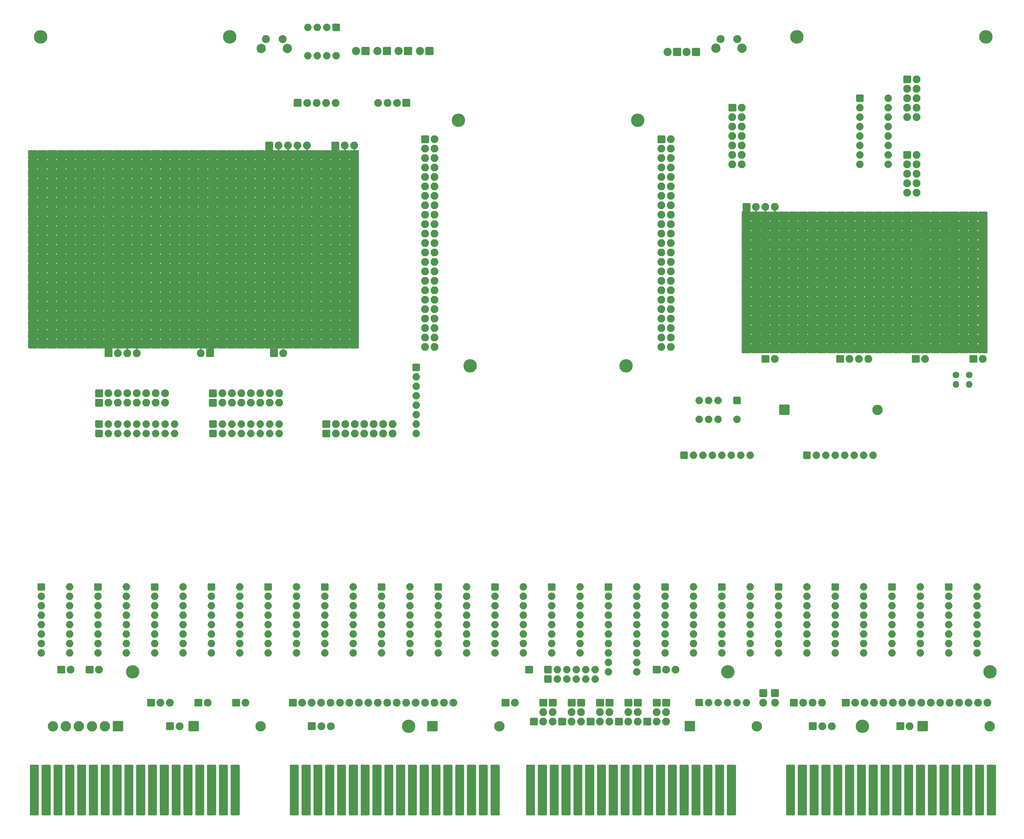
<source format=gbr>
G04 #@! TF.GenerationSoftware,KiCad,Pcbnew,(5.1.12)-1*
G04 #@! TF.CreationDate,2023-03-10T04:48:44+01:00*
G04 #@! TF.ProjectId,unibone,756e6962-6f6e-4652-9e6b-696361645f70,V1.0*
G04 #@! TF.SameCoordinates,Original*
G04 #@! TF.FileFunction,Soldermask,Bot*
G04 #@! TF.FilePolarity,Negative*
%FSLAX46Y46*%
G04 Gerber Fmt 4.6, Leading zero omitted, Abs format (unit mm)*
G04 Created by KiCad (PCBNEW (5.1.12)-1) date 2023-03-10 04:48:44*
%MOMM*%
%LPD*%
G01*
G04 APERTURE LIST*
%ADD10O,2.800000X2.800000*%
%ADD11O,1.800000X1.800000*%
%ADD12C,1.800000*%
%ADD13C,2.500000*%
%ADD14C,2.150000*%
%ADD15O,2.100000X2.100000*%
%ADD16C,3.600000*%
%ADD17C,2.800000*%
%ADD18O,2.000000X2.000000*%
%ADD19C,2.200000*%
%ADD20C,3.651200*%
%ADD21C,0.304800*%
G04 APERTURE END LIST*
D10*
X285035000Y-222250000D03*
G36*
G01*
X265635000Y-223450000D02*
X265635000Y-221050000D01*
G75*
G02*
X265835000Y-220850000I200000J0D01*
G01*
X268235000Y-220850000D01*
G75*
G02*
X268435000Y-221050000I0J-200000D01*
G01*
X268435000Y-223450000D01*
G75*
G02*
X268235000Y-223650000I-200000J0D01*
G01*
X265835000Y-223650000D01*
G75*
G02*
X265635000Y-223450000I0J200000D01*
G01*
G37*
X222505000Y-222220000D03*
G36*
G01*
X203105000Y-223420000D02*
X203105000Y-221020000D01*
G75*
G02*
X203305000Y-220820000I200000J0D01*
G01*
X205705000Y-220820000D01*
G75*
G02*
X205905000Y-221020000I0J-200000D01*
G01*
X205905000Y-223420000D01*
G75*
G02*
X205705000Y-223620000I-200000J0D01*
G01*
X203305000Y-223620000D01*
G75*
G02*
X203105000Y-223420000I0J200000D01*
G01*
G37*
X153290000Y-222220000D03*
G36*
G01*
X133890000Y-223420000D02*
X133890000Y-221020000D01*
G75*
G02*
X134090000Y-220820000I200000J0D01*
G01*
X136490000Y-220820000D01*
G75*
G02*
X136690000Y-221020000I0J-200000D01*
G01*
X136690000Y-223420000D01*
G75*
G02*
X136490000Y-223620000I-200000J0D01*
G01*
X134090000Y-223620000D01*
G75*
G02*
X133890000Y-223420000I0J200000D01*
G01*
G37*
X89155000Y-222220000D03*
G36*
G01*
X69755000Y-223420000D02*
X69755000Y-221020000D01*
G75*
G02*
X69955000Y-220820000I200000J0D01*
G01*
X72355000Y-220820000D01*
G75*
G02*
X72555000Y-221020000I0J-200000D01*
G01*
X72555000Y-223420000D01*
G75*
G02*
X72355000Y-223620000I-200000J0D01*
G01*
X69955000Y-223620000D01*
G75*
G02*
X69755000Y-223420000I0J200000D01*
G01*
G37*
D11*
X276006000Y-130272000D03*
D12*
X276006000Y-127732000D03*
D11*
X279562000Y-130272000D03*
D12*
X279562000Y-127732000D03*
D13*
X211510000Y-39925000D03*
D14*
X212760000Y-37435000D03*
X217260000Y-37435000D03*
D13*
X218520000Y-39925000D03*
D15*
X200660000Y-207010000D03*
X198120000Y-207010000D03*
G36*
G01*
X196430000Y-208060000D02*
X194730000Y-208060000D01*
G75*
G02*
X194530000Y-207860000I0J200000D01*
G01*
X194530000Y-206160000D01*
G75*
G02*
X194730000Y-205960000I200000J0D01*
G01*
X196430000Y-205960000D01*
G75*
G02*
X196630000Y-206160000I0J-200000D01*
G01*
X196630000Y-207860000D01*
G75*
G02*
X196430000Y-208060000I-200000J0D01*
G01*
G37*
X224190000Y-215870000D03*
G36*
G01*
X223140000Y-214180000D02*
X223140000Y-212480000D01*
G75*
G02*
X223340000Y-212280000I200000J0D01*
G01*
X225040000Y-212280000D01*
G75*
G02*
X225240000Y-212480000I0J-200000D01*
G01*
X225240000Y-214180000D01*
G75*
G02*
X225040000Y-214380000I-200000J0D01*
G01*
X223340000Y-214380000D01*
G75*
G02*
X223140000Y-214180000I0J200000D01*
G01*
G37*
X227365000Y-215870000D03*
G36*
G01*
X226315000Y-214180000D02*
X226315000Y-212480000D01*
G75*
G02*
X226515000Y-212280000I200000J0D01*
G01*
X228215000Y-212280000D01*
G75*
G02*
X228415000Y-212480000I0J-200000D01*
G01*
X228415000Y-214180000D01*
G75*
G02*
X228215000Y-214380000I-200000J0D01*
G01*
X226515000Y-214380000D01*
G75*
G02*
X226315000Y-214180000I0J200000D01*
G01*
G37*
D16*
X285150000Y-207615000D03*
D15*
X263560000Y-222220000D03*
G36*
G01*
X261870000Y-223270000D02*
X260170000Y-223270000D01*
G75*
G02*
X259970000Y-223070000I0J200000D01*
G01*
X259970000Y-221370000D01*
G75*
G02*
X260170000Y-221170000I200000J0D01*
G01*
X261870000Y-221170000D01*
G75*
G02*
X262070000Y-221370000I0J-200000D01*
G01*
X262070000Y-223070000D01*
G75*
G02*
X261870000Y-223270000I-200000J0D01*
G01*
G37*
X67345000Y-222220000D03*
G36*
G01*
X65655000Y-223270000D02*
X63955000Y-223270000D01*
G75*
G02*
X63755000Y-223070000I0J200000D01*
G01*
X63755000Y-221370000D01*
G75*
G02*
X63955000Y-221170000I200000J0D01*
G01*
X65655000Y-221170000D01*
G75*
G02*
X65855000Y-221370000I0J-200000D01*
G01*
X65855000Y-223070000D01*
G75*
G02*
X65655000Y-223270000I-200000J0D01*
G01*
G37*
D16*
X214665000Y-207615000D03*
X250860000Y-222220000D03*
X128940000Y-222220000D03*
X54772000Y-207615000D03*
D17*
X33300000Y-222250000D03*
X36800000Y-222250000D03*
X40300000Y-222250000D03*
X43800000Y-222250000D03*
X47300000Y-222250000D03*
G36*
G01*
X52200000Y-221050000D02*
X52200000Y-223450000D01*
G75*
G02*
X52000000Y-223650000I-200000J0D01*
G01*
X49600000Y-223650000D01*
G75*
G02*
X49400000Y-223450000I0J200000D01*
G01*
X49400000Y-221050000D01*
G75*
G02*
X49600000Y-220850000I200000J0D01*
G01*
X52000000Y-220850000D01*
G75*
G02*
X52200000Y-221050000I0J-200000D01*
G01*
G37*
D15*
X218440000Y-71120000D03*
X215900000Y-71120000D03*
X218440000Y-68580000D03*
X215900000Y-68580000D03*
X218440000Y-66040000D03*
X215900000Y-66040000D03*
X218440000Y-63500000D03*
X215900000Y-63500000D03*
X218440000Y-60960000D03*
X215900000Y-60960000D03*
X218440000Y-58420000D03*
X215900000Y-58420000D03*
X218440000Y-55880000D03*
G36*
G01*
X214850000Y-56730000D02*
X214850000Y-55030000D01*
G75*
G02*
X215050000Y-54830000I200000J0D01*
G01*
X216750000Y-54830000D01*
G75*
G02*
X216950000Y-55030000I0J-200000D01*
G01*
X216950000Y-56730000D01*
G75*
G02*
X216750000Y-56930000I-200000J0D01*
G01*
X215050000Y-56930000D01*
G75*
G02*
X214850000Y-56730000I0J200000D01*
G01*
G37*
G36*
G01*
X248818500Y-88709500D02*
X248818500Y-86550500D01*
G75*
G02*
X249018500Y-86350500I200000J0D01*
G01*
X251177500Y-86350500D01*
G75*
G02*
X251377500Y-86550500I0J-200000D01*
G01*
X251377500Y-88709500D01*
G75*
G02*
X251177500Y-88909500I-200000J0D01*
G01*
X249018500Y-88909500D01*
G75*
G02*
X248818500Y-88709500I0J200000D01*
G01*
G37*
G36*
G01*
X246278500Y-88709500D02*
X246278500Y-86550500D01*
G75*
G02*
X246478500Y-86350500I200000J0D01*
G01*
X248637500Y-86350500D01*
G75*
G02*
X248837500Y-86550500I0J-200000D01*
G01*
X248837500Y-88709500D01*
G75*
G02*
X248637500Y-88909500I-200000J0D01*
G01*
X246478500Y-88909500D01*
G75*
G02*
X246278500Y-88709500I0J200000D01*
G01*
G37*
G36*
G01*
X243738500Y-88709500D02*
X243738500Y-86550500D01*
G75*
G02*
X243938500Y-86350500I200000J0D01*
G01*
X246097500Y-86350500D01*
G75*
G02*
X246297500Y-86550500I0J-200000D01*
G01*
X246297500Y-88709500D01*
G75*
G02*
X246097500Y-88909500I-200000J0D01*
G01*
X243938500Y-88909500D01*
G75*
G02*
X243738500Y-88709500I0J200000D01*
G01*
G37*
G36*
G01*
X246278500Y-91249500D02*
X246278500Y-89090500D01*
G75*
G02*
X246478500Y-88890500I200000J0D01*
G01*
X248637500Y-88890500D01*
G75*
G02*
X248837500Y-89090500I0J-200000D01*
G01*
X248837500Y-91249500D01*
G75*
G02*
X248637500Y-91449500I-200000J0D01*
G01*
X246478500Y-91449500D01*
G75*
G02*
X246278500Y-91249500I0J200000D01*
G01*
G37*
G36*
G01*
X248818500Y-91249500D02*
X248818500Y-89090500D01*
G75*
G02*
X249018500Y-88890500I200000J0D01*
G01*
X251177500Y-88890500D01*
G75*
G02*
X251377500Y-89090500I0J-200000D01*
G01*
X251377500Y-91249500D01*
G75*
G02*
X251177500Y-91449500I-200000J0D01*
G01*
X249018500Y-91449500D01*
G75*
G02*
X248818500Y-91249500I0J200000D01*
G01*
G37*
G36*
G01*
X243738500Y-91249500D02*
X243738500Y-89090500D01*
G75*
G02*
X243938500Y-88890500I200000J0D01*
G01*
X246097500Y-88890500D01*
G75*
G02*
X246297500Y-89090500I0J-200000D01*
G01*
X246297500Y-91249500D01*
G75*
G02*
X246097500Y-91449500I-200000J0D01*
G01*
X243938500Y-91449500D01*
G75*
G02*
X243738500Y-91249500I0J200000D01*
G01*
G37*
G36*
G01*
X243738500Y-93789500D02*
X243738500Y-91630500D01*
G75*
G02*
X243938500Y-91430500I200000J0D01*
G01*
X246097500Y-91430500D01*
G75*
G02*
X246297500Y-91630500I0J-200000D01*
G01*
X246297500Y-93789500D01*
G75*
G02*
X246097500Y-93989500I-200000J0D01*
G01*
X243938500Y-93989500D01*
G75*
G02*
X243738500Y-93789500I0J200000D01*
G01*
G37*
G36*
G01*
X246278500Y-93789500D02*
X246278500Y-91630500D01*
G75*
G02*
X246478500Y-91430500I200000J0D01*
G01*
X248637500Y-91430500D01*
G75*
G02*
X248837500Y-91630500I0J-200000D01*
G01*
X248837500Y-93789500D01*
G75*
G02*
X248637500Y-93989500I-200000J0D01*
G01*
X246478500Y-93989500D01*
G75*
G02*
X246278500Y-93789500I0J200000D01*
G01*
G37*
G36*
G01*
X243738500Y-96329500D02*
X243738500Y-94170500D01*
G75*
G02*
X243938500Y-93970500I200000J0D01*
G01*
X246097500Y-93970500D01*
G75*
G02*
X246297500Y-94170500I0J-200000D01*
G01*
X246297500Y-96329500D01*
G75*
G02*
X246097500Y-96529500I-200000J0D01*
G01*
X243938500Y-96529500D01*
G75*
G02*
X243738500Y-96329500I0J200000D01*
G01*
G37*
G36*
G01*
X248818500Y-93789500D02*
X248818500Y-91630500D01*
G75*
G02*
X249018500Y-91430500I200000J0D01*
G01*
X251177500Y-91430500D01*
G75*
G02*
X251377500Y-91630500I0J-200000D01*
G01*
X251377500Y-93789500D01*
G75*
G02*
X251177500Y-93989500I-200000J0D01*
G01*
X249018500Y-93989500D01*
G75*
G02*
X248818500Y-93789500I0J200000D01*
G01*
G37*
G36*
G01*
X246278500Y-96329500D02*
X246278500Y-94170500D01*
G75*
G02*
X246478500Y-93970500I200000J0D01*
G01*
X248637500Y-93970500D01*
G75*
G02*
X248837500Y-94170500I0J-200000D01*
G01*
X248837500Y-96329500D01*
G75*
G02*
X248637500Y-96529500I-200000J0D01*
G01*
X246478500Y-96529500D01*
G75*
G02*
X246278500Y-96329500I0J200000D01*
G01*
G37*
G36*
G01*
X248818500Y-96329500D02*
X248818500Y-94170500D01*
G75*
G02*
X249018500Y-93970500I200000J0D01*
G01*
X251177500Y-93970500D01*
G75*
G02*
X251377500Y-94170500I0J-200000D01*
G01*
X251377500Y-96329500D01*
G75*
G02*
X251177500Y-96529500I-200000J0D01*
G01*
X249018500Y-96529500D01*
G75*
G02*
X248818500Y-96329500I0J200000D01*
G01*
G37*
G36*
G01*
X246278500Y-98869500D02*
X246278500Y-96710500D01*
G75*
G02*
X246478500Y-96510500I200000J0D01*
G01*
X248637500Y-96510500D01*
G75*
G02*
X248837500Y-96710500I0J-200000D01*
G01*
X248837500Y-98869500D01*
G75*
G02*
X248637500Y-99069500I-200000J0D01*
G01*
X246478500Y-99069500D01*
G75*
G02*
X246278500Y-98869500I0J200000D01*
G01*
G37*
G36*
G01*
X243738500Y-98869500D02*
X243738500Y-96710500D01*
G75*
G02*
X243938500Y-96510500I200000J0D01*
G01*
X246097500Y-96510500D01*
G75*
G02*
X246297500Y-96710500I0J-200000D01*
G01*
X246297500Y-98869500D01*
G75*
G02*
X246097500Y-99069500I-200000J0D01*
G01*
X243938500Y-99069500D01*
G75*
G02*
X243738500Y-98869500I0J200000D01*
G01*
G37*
G36*
G01*
X248818500Y-98869500D02*
X248818500Y-96710500D01*
G75*
G02*
X249018500Y-96510500I200000J0D01*
G01*
X251177500Y-96510500D01*
G75*
G02*
X251377500Y-96710500I0J-200000D01*
G01*
X251377500Y-98869500D01*
G75*
G02*
X251177500Y-99069500I-200000J0D01*
G01*
X249018500Y-99069500D01*
G75*
G02*
X248818500Y-98869500I0J200000D01*
G01*
G37*
G36*
G01*
X243738500Y-101409500D02*
X243738500Y-99250500D01*
G75*
G02*
X243938500Y-99050500I200000J0D01*
G01*
X246097500Y-99050500D01*
G75*
G02*
X246297500Y-99250500I0J-200000D01*
G01*
X246297500Y-101409500D01*
G75*
G02*
X246097500Y-101609500I-200000J0D01*
G01*
X243938500Y-101609500D01*
G75*
G02*
X243738500Y-101409500I0J200000D01*
G01*
G37*
G36*
G01*
X246278500Y-101409500D02*
X246278500Y-99250500D01*
G75*
G02*
X246478500Y-99050500I200000J0D01*
G01*
X248637500Y-99050500D01*
G75*
G02*
X248837500Y-99250500I0J-200000D01*
G01*
X248837500Y-101409500D01*
G75*
G02*
X248637500Y-101609500I-200000J0D01*
G01*
X246478500Y-101609500D01*
G75*
G02*
X246278500Y-101409500I0J200000D01*
G01*
G37*
G36*
G01*
X248818500Y-101409500D02*
X248818500Y-99250500D01*
G75*
G02*
X249018500Y-99050500I200000J0D01*
G01*
X251177500Y-99050500D01*
G75*
G02*
X251377500Y-99250500I0J-200000D01*
G01*
X251377500Y-101409500D01*
G75*
G02*
X251177500Y-101609500I-200000J0D01*
G01*
X249018500Y-101609500D01*
G75*
G02*
X248818500Y-101409500I0J200000D01*
G01*
G37*
G36*
G01*
X246278500Y-103949500D02*
X246278500Y-101790500D01*
G75*
G02*
X246478500Y-101590500I200000J0D01*
G01*
X248637500Y-101590500D01*
G75*
G02*
X248837500Y-101790500I0J-200000D01*
G01*
X248837500Y-103949500D01*
G75*
G02*
X248637500Y-104149500I-200000J0D01*
G01*
X246478500Y-104149500D01*
G75*
G02*
X246278500Y-103949500I0J200000D01*
G01*
G37*
G36*
G01*
X243738500Y-103949500D02*
X243738500Y-101790500D01*
G75*
G02*
X243938500Y-101590500I200000J0D01*
G01*
X246097500Y-101590500D01*
G75*
G02*
X246297500Y-101790500I0J-200000D01*
G01*
X246297500Y-103949500D01*
G75*
G02*
X246097500Y-104149500I-200000J0D01*
G01*
X243938500Y-104149500D01*
G75*
G02*
X243738500Y-103949500I0J200000D01*
G01*
G37*
G36*
G01*
X248818500Y-103949500D02*
X248818500Y-101790500D01*
G75*
G02*
X249018500Y-101590500I200000J0D01*
G01*
X251177500Y-101590500D01*
G75*
G02*
X251377500Y-101790500I0J-200000D01*
G01*
X251377500Y-103949500D01*
G75*
G02*
X251177500Y-104149500I-200000J0D01*
G01*
X249018500Y-104149500D01*
G75*
G02*
X248818500Y-103949500I0J200000D01*
G01*
G37*
G36*
G01*
X248818500Y-109029500D02*
X248818500Y-106870500D01*
G75*
G02*
X249018500Y-106670500I200000J0D01*
G01*
X251177500Y-106670500D01*
G75*
G02*
X251377500Y-106870500I0J-200000D01*
G01*
X251377500Y-109029500D01*
G75*
G02*
X251177500Y-109229500I-200000J0D01*
G01*
X249018500Y-109229500D01*
G75*
G02*
X248818500Y-109029500I0J200000D01*
G01*
G37*
G36*
G01*
X248818500Y-106489500D02*
X248818500Y-104330500D01*
G75*
G02*
X249018500Y-104130500I200000J0D01*
G01*
X251177500Y-104130500D01*
G75*
G02*
X251377500Y-104330500I0J-200000D01*
G01*
X251377500Y-106489500D01*
G75*
G02*
X251177500Y-106689500I-200000J0D01*
G01*
X249018500Y-106689500D01*
G75*
G02*
X248818500Y-106489500I0J200000D01*
G01*
G37*
G36*
G01*
X243738500Y-106489500D02*
X243738500Y-104330500D01*
G75*
G02*
X243938500Y-104130500I200000J0D01*
G01*
X246097500Y-104130500D01*
G75*
G02*
X246297500Y-104330500I0J-200000D01*
G01*
X246297500Y-106489500D01*
G75*
G02*
X246097500Y-106689500I-200000J0D01*
G01*
X243938500Y-106689500D01*
G75*
G02*
X243738500Y-106489500I0J200000D01*
G01*
G37*
G36*
G01*
X243738500Y-109029500D02*
X243738500Y-106870500D01*
G75*
G02*
X243938500Y-106670500I200000J0D01*
G01*
X246097500Y-106670500D01*
G75*
G02*
X246297500Y-106870500I0J-200000D01*
G01*
X246297500Y-109029500D01*
G75*
G02*
X246097500Y-109229500I-200000J0D01*
G01*
X243938500Y-109229500D01*
G75*
G02*
X243738500Y-109029500I0J200000D01*
G01*
G37*
G36*
G01*
X246278500Y-109029500D02*
X246278500Y-106870500D01*
G75*
G02*
X246478500Y-106670500I200000J0D01*
G01*
X248637500Y-106670500D01*
G75*
G02*
X248837500Y-106870500I0J-200000D01*
G01*
X248837500Y-109029500D01*
G75*
G02*
X248637500Y-109229500I-200000J0D01*
G01*
X246478500Y-109229500D01*
G75*
G02*
X246278500Y-109029500I0J200000D01*
G01*
G37*
G36*
G01*
X246278500Y-106489500D02*
X246278500Y-104330500D01*
G75*
G02*
X246478500Y-104130500I200000J0D01*
G01*
X248637500Y-104130500D01*
G75*
G02*
X248837500Y-104330500I0J-200000D01*
G01*
X248837500Y-106489500D01*
G75*
G02*
X248637500Y-106689500I-200000J0D01*
G01*
X246478500Y-106689500D01*
G75*
G02*
X246278500Y-106489500I0J200000D01*
G01*
G37*
G36*
G01*
X246278500Y-111569500D02*
X246278500Y-109410500D01*
G75*
G02*
X246478500Y-109210500I200000J0D01*
G01*
X248637500Y-109210500D01*
G75*
G02*
X248837500Y-109410500I0J-200000D01*
G01*
X248837500Y-111569500D01*
G75*
G02*
X248637500Y-111769500I-200000J0D01*
G01*
X246478500Y-111769500D01*
G75*
G02*
X246278500Y-111569500I0J200000D01*
G01*
G37*
G36*
G01*
X243738500Y-111569500D02*
X243738500Y-109410500D01*
G75*
G02*
X243938500Y-109210500I200000J0D01*
G01*
X246097500Y-109210500D01*
G75*
G02*
X246297500Y-109410500I0J-200000D01*
G01*
X246297500Y-111569500D01*
G75*
G02*
X246097500Y-111769500I-200000J0D01*
G01*
X243938500Y-111769500D01*
G75*
G02*
X243738500Y-111569500I0J200000D01*
G01*
G37*
G36*
G01*
X248818500Y-111569500D02*
X248818500Y-109410500D01*
G75*
G02*
X249018500Y-109210500I200000J0D01*
G01*
X251177500Y-109210500D01*
G75*
G02*
X251377500Y-109410500I0J-200000D01*
G01*
X251377500Y-111569500D01*
G75*
G02*
X251177500Y-111769500I-200000J0D01*
G01*
X249018500Y-111769500D01*
G75*
G02*
X248818500Y-111569500I0J200000D01*
G01*
G37*
G36*
G01*
X243738500Y-114109500D02*
X243738500Y-111950500D01*
G75*
G02*
X243938500Y-111750500I200000J0D01*
G01*
X246097500Y-111750500D01*
G75*
G02*
X246297500Y-111950500I0J-200000D01*
G01*
X246297500Y-114109500D01*
G75*
G02*
X246097500Y-114309500I-200000J0D01*
G01*
X243938500Y-114309500D01*
G75*
G02*
X243738500Y-114109500I0J200000D01*
G01*
G37*
G36*
G01*
X248818500Y-114109500D02*
X248818500Y-111950500D01*
G75*
G02*
X249018500Y-111750500I200000J0D01*
G01*
X251177500Y-111750500D01*
G75*
G02*
X251377500Y-111950500I0J-200000D01*
G01*
X251377500Y-114109500D01*
G75*
G02*
X251177500Y-114309500I-200000J0D01*
G01*
X249018500Y-114309500D01*
G75*
G02*
X248818500Y-114109500I0J200000D01*
G01*
G37*
G36*
G01*
X246278500Y-114109500D02*
X246278500Y-111950500D01*
G75*
G02*
X246478500Y-111750500I200000J0D01*
G01*
X248637500Y-111750500D01*
G75*
G02*
X248837500Y-111950500I0J-200000D01*
G01*
X248837500Y-114109500D01*
G75*
G02*
X248637500Y-114309500I-200000J0D01*
G01*
X246478500Y-114309500D01*
G75*
G02*
X246278500Y-114109500I0J200000D01*
G01*
G37*
G36*
G01*
X248818500Y-116649500D02*
X248818500Y-114490500D01*
G75*
G02*
X249018500Y-114290500I200000J0D01*
G01*
X251177500Y-114290500D01*
G75*
G02*
X251377500Y-114490500I0J-200000D01*
G01*
X251377500Y-116649500D01*
G75*
G02*
X251177500Y-116849500I-200000J0D01*
G01*
X249018500Y-116849500D01*
G75*
G02*
X248818500Y-116649500I0J200000D01*
G01*
G37*
G36*
G01*
X243738500Y-116649500D02*
X243738500Y-114490500D01*
G75*
G02*
X243938500Y-114290500I200000J0D01*
G01*
X246097500Y-114290500D01*
G75*
G02*
X246297500Y-114490500I0J-200000D01*
G01*
X246297500Y-116649500D01*
G75*
G02*
X246097500Y-116849500I-200000J0D01*
G01*
X243938500Y-116849500D01*
G75*
G02*
X243738500Y-116649500I0J200000D01*
G01*
G37*
G36*
G01*
X246278500Y-116649500D02*
X246278500Y-114490500D01*
G75*
G02*
X246478500Y-114290500I200000J0D01*
G01*
X248637500Y-114290500D01*
G75*
G02*
X248837500Y-114490500I0J-200000D01*
G01*
X248837500Y-116649500D01*
G75*
G02*
X248637500Y-116849500I-200000J0D01*
G01*
X246478500Y-116849500D01*
G75*
G02*
X246278500Y-116649500I0J200000D01*
G01*
G37*
G36*
G01*
X248818500Y-119189500D02*
X248818500Y-117030500D01*
G75*
G02*
X249018500Y-116830500I200000J0D01*
G01*
X251177500Y-116830500D01*
G75*
G02*
X251377500Y-117030500I0J-200000D01*
G01*
X251377500Y-119189500D01*
G75*
G02*
X251177500Y-119389500I-200000J0D01*
G01*
X249018500Y-119389500D01*
G75*
G02*
X248818500Y-119189500I0J200000D01*
G01*
G37*
G36*
G01*
X246278500Y-86169500D02*
X246278500Y-84010500D01*
G75*
G02*
X246478500Y-83810500I200000J0D01*
G01*
X248637500Y-83810500D01*
G75*
G02*
X248837500Y-84010500I0J-200000D01*
G01*
X248837500Y-86169500D01*
G75*
G02*
X248637500Y-86369500I-200000J0D01*
G01*
X246478500Y-86369500D01*
G75*
G02*
X246278500Y-86169500I0J200000D01*
G01*
G37*
G36*
G01*
X246278500Y-119189500D02*
X246278500Y-117030500D01*
G75*
G02*
X246478500Y-116830500I200000J0D01*
G01*
X248637500Y-116830500D01*
G75*
G02*
X248837500Y-117030500I0J-200000D01*
G01*
X248837500Y-119189500D01*
G75*
G02*
X248637500Y-119389500I-200000J0D01*
G01*
X246478500Y-119389500D01*
G75*
G02*
X246278500Y-119189500I0J200000D01*
G01*
G37*
G36*
G01*
X243738500Y-86169500D02*
X243738500Y-84010500D01*
G75*
G02*
X243938500Y-83810500I200000J0D01*
G01*
X246097500Y-83810500D01*
G75*
G02*
X246297500Y-84010500I0J-200000D01*
G01*
X246297500Y-86169500D01*
G75*
G02*
X246097500Y-86369500I-200000J0D01*
G01*
X243938500Y-86369500D01*
G75*
G02*
X243738500Y-86169500I0J200000D01*
G01*
G37*
G36*
G01*
X248818500Y-86169500D02*
X248818500Y-84010500D01*
G75*
G02*
X249018500Y-83810500I200000J0D01*
G01*
X251177500Y-83810500D01*
G75*
G02*
X251377500Y-84010500I0J-200000D01*
G01*
X251377500Y-86169500D01*
G75*
G02*
X251177500Y-86369500I-200000J0D01*
G01*
X249018500Y-86369500D01*
G75*
G02*
X248818500Y-86169500I0J200000D01*
G01*
G37*
G36*
G01*
X243738500Y-119189500D02*
X243738500Y-117030500D01*
G75*
G02*
X243938500Y-116830500I200000J0D01*
G01*
X246097500Y-116830500D01*
G75*
G02*
X246297500Y-117030500I0J-200000D01*
G01*
X246297500Y-119189500D01*
G75*
G02*
X246097500Y-119389500I-200000J0D01*
G01*
X243938500Y-119389500D01*
G75*
G02*
X243738500Y-119189500I0J200000D01*
G01*
G37*
G36*
G01*
X246278500Y-121729500D02*
X246278500Y-119570500D01*
G75*
G02*
X246478500Y-119370500I200000J0D01*
G01*
X248637500Y-119370500D01*
G75*
G02*
X248837500Y-119570500I0J-200000D01*
G01*
X248837500Y-121729500D01*
G75*
G02*
X248637500Y-121929500I-200000J0D01*
G01*
X246478500Y-121929500D01*
G75*
G02*
X246278500Y-121729500I0J200000D01*
G01*
G37*
G36*
G01*
X243738500Y-121729500D02*
X243738500Y-119570500D01*
G75*
G02*
X243938500Y-119370500I200000J0D01*
G01*
X246097500Y-119370500D01*
G75*
G02*
X246297500Y-119570500I0J-200000D01*
G01*
X246297500Y-121729500D01*
G75*
G02*
X246097500Y-121929500I-200000J0D01*
G01*
X243938500Y-121929500D01*
G75*
G02*
X243738500Y-121729500I0J200000D01*
G01*
G37*
G36*
G01*
X248818500Y-121729500D02*
X248818500Y-119570500D01*
G75*
G02*
X249018500Y-119370500I200000J0D01*
G01*
X251177500Y-119370500D01*
G75*
G02*
X251377500Y-119570500I0J-200000D01*
G01*
X251377500Y-121729500D01*
G75*
G02*
X251177500Y-121929500I-200000J0D01*
G01*
X249018500Y-121929500D01*
G75*
G02*
X248818500Y-121729500I0J200000D01*
G01*
G37*
G36*
G01*
X241198500Y-88709500D02*
X241198500Y-86550500D01*
G75*
G02*
X241398500Y-86350500I200000J0D01*
G01*
X243557500Y-86350500D01*
G75*
G02*
X243757500Y-86550500I0J-200000D01*
G01*
X243757500Y-88709500D01*
G75*
G02*
X243557500Y-88909500I-200000J0D01*
G01*
X241398500Y-88909500D01*
G75*
G02*
X241198500Y-88709500I0J200000D01*
G01*
G37*
G36*
G01*
X238658500Y-88709500D02*
X238658500Y-86550500D01*
G75*
G02*
X238858500Y-86350500I200000J0D01*
G01*
X241017500Y-86350500D01*
G75*
G02*
X241217500Y-86550500I0J-200000D01*
G01*
X241217500Y-88709500D01*
G75*
G02*
X241017500Y-88909500I-200000J0D01*
G01*
X238858500Y-88909500D01*
G75*
G02*
X238658500Y-88709500I0J200000D01*
G01*
G37*
G36*
G01*
X236118500Y-88709500D02*
X236118500Y-86550500D01*
G75*
G02*
X236318500Y-86350500I200000J0D01*
G01*
X238477500Y-86350500D01*
G75*
G02*
X238677500Y-86550500I0J-200000D01*
G01*
X238677500Y-88709500D01*
G75*
G02*
X238477500Y-88909500I-200000J0D01*
G01*
X236318500Y-88909500D01*
G75*
G02*
X236118500Y-88709500I0J200000D01*
G01*
G37*
G36*
G01*
X233578500Y-88709500D02*
X233578500Y-86550500D01*
G75*
G02*
X233778500Y-86350500I200000J0D01*
G01*
X235937500Y-86350500D01*
G75*
G02*
X236137500Y-86550500I0J-200000D01*
G01*
X236137500Y-88709500D01*
G75*
G02*
X235937500Y-88909500I-200000J0D01*
G01*
X233778500Y-88909500D01*
G75*
G02*
X233578500Y-88709500I0J200000D01*
G01*
G37*
G36*
G01*
X231038500Y-88709500D02*
X231038500Y-86550500D01*
G75*
G02*
X231238500Y-86350500I200000J0D01*
G01*
X233397500Y-86350500D01*
G75*
G02*
X233597500Y-86550500I0J-200000D01*
G01*
X233597500Y-88709500D01*
G75*
G02*
X233397500Y-88909500I-200000J0D01*
G01*
X231238500Y-88909500D01*
G75*
G02*
X231038500Y-88709500I0J200000D01*
G01*
G37*
G36*
G01*
X233578500Y-91249500D02*
X233578500Y-89090500D01*
G75*
G02*
X233778500Y-88890500I200000J0D01*
G01*
X235937500Y-88890500D01*
G75*
G02*
X236137500Y-89090500I0J-200000D01*
G01*
X236137500Y-91249500D01*
G75*
G02*
X235937500Y-91449500I-200000J0D01*
G01*
X233778500Y-91449500D01*
G75*
G02*
X233578500Y-91249500I0J200000D01*
G01*
G37*
G36*
G01*
X236118500Y-91249500D02*
X236118500Y-89090500D01*
G75*
G02*
X236318500Y-88890500I200000J0D01*
G01*
X238477500Y-88890500D01*
G75*
G02*
X238677500Y-89090500I0J-200000D01*
G01*
X238677500Y-91249500D01*
G75*
G02*
X238477500Y-91449500I-200000J0D01*
G01*
X236318500Y-91449500D01*
G75*
G02*
X236118500Y-91249500I0J200000D01*
G01*
G37*
G36*
G01*
X231038500Y-91249500D02*
X231038500Y-89090500D01*
G75*
G02*
X231238500Y-88890500I200000J0D01*
G01*
X233397500Y-88890500D01*
G75*
G02*
X233597500Y-89090500I0J-200000D01*
G01*
X233597500Y-91249500D01*
G75*
G02*
X233397500Y-91449500I-200000J0D01*
G01*
X231238500Y-91449500D01*
G75*
G02*
X231038500Y-91249500I0J200000D01*
G01*
G37*
G36*
G01*
X231038500Y-93789500D02*
X231038500Y-91630500D01*
G75*
G02*
X231238500Y-91430500I200000J0D01*
G01*
X233397500Y-91430500D01*
G75*
G02*
X233597500Y-91630500I0J-200000D01*
G01*
X233597500Y-93789500D01*
G75*
G02*
X233397500Y-93989500I-200000J0D01*
G01*
X231238500Y-93989500D01*
G75*
G02*
X231038500Y-93789500I0J200000D01*
G01*
G37*
G36*
G01*
X233578500Y-93789500D02*
X233578500Y-91630500D01*
G75*
G02*
X233778500Y-91430500I200000J0D01*
G01*
X235937500Y-91430500D01*
G75*
G02*
X236137500Y-91630500I0J-200000D01*
G01*
X236137500Y-93789500D01*
G75*
G02*
X235937500Y-93989500I-200000J0D01*
G01*
X233778500Y-93989500D01*
G75*
G02*
X233578500Y-93789500I0J200000D01*
G01*
G37*
G36*
G01*
X238658500Y-91249500D02*
X238658500Y-89090500D01*
G75*
G02*
X238858500Y-88890500I200000J0D01*
G01*
X241017500Y-88890500D01*
G75*
G02*
X241217500Y-89090500I0J-200000D01*
G01*
X241217500Y-91249500D01*
G75*
G02*
X241017500Y-91449500I-200000J0D01*
G01*
X238858500Y-91449500D01*
G75*
G02*
X238658500Y-91249500I0J200000D01*
G01*
G37*
G36*
G01*
X241198500Y-91249500D02*
X241198500Y-89090500D01*
G75*
G02*
X241398500Y-88890500I200000J0D01*
G01*
X243557500Y-88890500D01*
G75*
G02*
X243757500Y-89090500I0J-200000D01*
G01*
X243757500Y-91249500D01*
G75*
G02*
X243557500Y-91449500I-200000J0D01*
G01*
X241398500Y-91449500D01*
G75*
G02*
X241198500Y-91249500I0J200000D01*
G01*
G37*
G36*
G01*
X238658500Y-93789500D02*
X238658500Y-91630500D01*
G75*
G02*
X238858500Y-91430500I200000J0D01*
G01*
X241017500Y-91430500D01*
G75*
G02*
X241217500Y-91630500I0J-200000D01*
G01*
X241217500Y-93789500D01*
G75*
G02*
X241017500Y-93989500I-200000J0D01*
G01*
X238858500Y-93989500D01*
G75*
G02*
X238658500Y-93789500I0J200000D01*
G01*
G37*
G36*
G01*
X241198500Y-93789500D02*
X241198500Y-91630500D01*
G75*
G02*
X241398500Y-91430500I200000J0D01*
G01*
X243557500Y-91430500D01*
G75*
G02*
X243757500Y-91630500I0J-200000D01*
G01*
X243757500Y-93789500D01*
G75*
G02*
X243557500Y-93989500I-200000J0D01*
G01*
X241398500Y-93989500D01*
G75*
G02*
X241198500Y-93789500I0J200000D01*
G01*
G37*
G36*
G01*
X231038500Y-96329500D02*
X231038500Y-94170500D01*
G75*
G02*
X231238500Y-93970500I200000J0D01*
G01*
X233397500Y-93970500D01*
G75*
G02*
X233597500Y-94170500I0J-200000D01*
G01*
X233597500Y-96329500D01*
G75*
G02*
X233397500Y-96529500I-200000J0D01*
G01*
X231238500Y-96529500D01*
G75*
G02*
X231038500Y-96329500I0J200000D01*
G01*
G37*
G36*
G01*
X236118500Y-93789500D02*
X236118500Y-91630500D01*
G75*
G02*
X236318500Y-91430500I200000J0D01*
G01*
X238477500Y-91430500D01*
G75*
G02*
X238677500Y-91630500I0J-200000D01*
G01*
X238677500Y-93789500D01*
G75*
G02*
X238477500Y-93989500I-200000J0D01*
G01*
X236318500Y-93989500D01*
G75*
G02*
X236118500Y-93789500I0J200000D01*
G01*
G37*
G36*
G01*
X233578500Y-96329500D02*
X233578500Y-94170500D01*
G75*
G02*
X233778500Y-93970500I200000J0D01*
G01*
X235937500Y-93970500D01*
G75*
G02*
X236137500Y-94170500I0J-200000D01*
G01*
X236137500Y-96329500D01*
G75*
G02*
X235937500Y-96529500I-200000J0D01*
G01*
X233778500Y-96529500D01*
G75*
G02*
X233578500Y-96329500I0J200000D01*
G01*
G37*
G36*
G01*
X241198500Y-96329500D02*
X241198500Y-94170500D01*
G75*
G02*
X241398500Y-93970500I200000J0D01*
G01*
X243557500Y-93970500D01*
G75*
G02*
X243757500Y-94170500I0J-200000D01*
G01*
X243757500Y-96329500D01*
G75*
G02*
X243557500Y-96529500I-200000J0D01*
G01*
X241398500Y-96529500D01*
G75*
G02*
X241198500Y-96329500I0J200000D01*
G01*
G37*
G36*
G01*
X238658500Y-96329500D02*
X238658500Y-94170500D01*
G75*
G02*
X238858500Y-93970500I200000J0D01*
G01*
X241017500Y-93970500D01*
G75*
G02*
X241217500Y-94170500I0J-200000D01*
G01*
X241217500Y-96329500D01*
G75*
G02*
X241017500Y-96529500I-200000J0D01*
G01*
X238858500Y-96529500D01*
G75*
G02*
X238658500Y-96329500I0J200000D01*
G01*
G37*
G36*
G01*
X236118500Y-96329500D02*
X236118500Y-94170500D01*
G75*
G02*
X236318500Y-93970500I200000J0D01*
G01*
X238477500Y-93970500D01*
G75*
G02*
X238677500Y-94170500I0J-200000D01*
G01*
X238677500Y-96329500D01*
G75*
G02*
X238477500Y-96529500I-200000J0D01*
G01*
X236318500Y-96529500D01*
G75*
G02*
X236118500Y-96329500I0J200000D01*
G01*
G37*
G36*
G01*
X233578500Y-98869500D02*
X233578500Y-96710500D01*
G75*
G02*
X233778500Y-96510500I200000J0D01*
G01*
X235937500Y-96510500D01*
G75*
G02*
X236137500Y-96710500I0J-200000D01*
G01*
X236137500Y-98869500D01*
G75*
G02*
X235937500Y-99069500I-200000J0D01*
G01*
X233778500Y-99069500D01*
G75*
G02*
X233578500Y-98869500I0J200000D01*
G01*
G37*
G36*
G01*
X231038500Y-98869500D02*
X231038500Y-96710500D01*
G75*
G02*
X231238500Y-96510500I200000J0D01*
G01*
X233397500Y-96510500D01*
G75*
G02*
X233597500Y-96710500I0J-200000D01*
G01*
X233597500Y-98869500D01*
G75*
G02*
X233397500Y-99069500I-200000J0D01*
G01*
X231238500Y-99069500D01*
G75*
G02*
X231038500Y-98869500I0J200000D01*
G01*
G37*
G36*
G01*
X236118500Y-98869500D02*
X236118500Y-96710500D01*
G75*
G02*
X236318500Y-96510500I200000J0D01*
G01*
X238477500Y-96510500D01*
G75*
G02*
X238677500Y-96710500I0J-200000D01*
G01*
X238677500Y-98869500D01*
G75*
G02*
X238477500Y-99069500I-200000J0D01*
G01*
X236318500Y-99069500D01*
G75*
G02*
X236118500Y-98869500I0J200000D01*
G01*
G37*
G36*
G01*
X231038500Y-101409500D02*
X231038500Y-99250500D01*
G75*
G02*
X231238500Y-99050500I200000J0D01*
G01*
X233397500Y-99050500D01*
G75*
G02*
X233597500Y-99250500I0J-200000D01*
G01*
X233597500Y-101409500D01*
G75*
G02*
X233397500Y-101609500I-200000J0D01*
G01*
X231238500Y-101609500D01*
G75*
G02*
X231038500Y-101409500I0J200000D01*
G01*
G37*
G36*
G01*
X233578500Y-101409500D02*
X233578500Y-99250500D01*
G75*
G02*
X233778500Y-99050500I200000J0D01*
G01*
X235937500Y-99050500D01*
G75*
G02*
X236137500Y-99250500I0J-200000D01*
G01*
X236137500Y-101409500D01*
G75*
G02*
X235937500Y-101609500I-200000J0D01*
G01*
X233778500Y-101609500D01*
G75*
G02*
X233578500Y-101409500I0J200000D01*
G01*
G37*
G36*
G01*
X238658500Y-101409500D02*
X238658500Y-99250500D01*
G75*
G02*
X238858500Y-99050500I200000J0D01*
G01*
X241017500Y-99050500D01*
G75*
G02*
X241217500Y-99250500I0J-200000D01*
G01*
X241217500Y-101409500D01*
G75*
G02*
X241017500Y-101609500I-200000J0D01*
G01*
X238858500Y-101609500D01*
G75*
G02*
X238658500Y-101409500I0J200000D01*
G01*
G37*
G36*
G01*
X241198500Y-101409500D02*
X241198500Y-99250500D01*
G75*
G02*
X241398500Y-99050500I200000J0D01*
G01*
X243557500Y-99050500D01*
G75*
G02*
X243757500Y-99250500I0J-200000D01*
G01*
X243757500Y-101409500D01*
G75*
G02*
X243557500Y-101609500I-200000J0D01*
G01*
X241398500Y-101609500D01*
G75*
G02*
X241198500Y-101409500I0J200000D01*
G01*
G37*
G36*
G01*
X236118500Y-101409500D02*
X236118500Y-99250500D01*
G75*
G02*
X236318500Y-99050500I200000J0D01*
G01*
X238477500Y-99050500D01*
G75*
G02*
X238677500Y-99250500I0J-200000D01*
G01*
X238677500Y-101409500D01*
G75*
G02*
X238477500Y-101609500I-200000J0D01*
G01*
X236318500Y-101609500D01*
G75*
G02*
X236118500Y-101409500I0J200000D01*
G01*
G37*
G36*
G01*
X241198500Y-98869500D02*
X241198500Y-96710500D01*
G75*
G02*
X241398500Y-96510500I200000J0D01*
G01*
X243557500Y-96510500D01*
G75*
G02*
X243757500Y-96710500I0J-200000D01*
G01*
X243757500Y-98869500D01*
G75*
G02*
X243557500Y-99069500I-200000J0D01*
G01*
X241398500Y-99069500D01*
G75*
G02*
X241198500Y-98869500I0J200000D01*
G01*
G37*
G36*
G01*
X238658500Y-98869500D02*
X238658500Y-96710500D01*
G75*
G02*
X238858500Y-96510500I200000J0D01*
G01*
X241017500Y-96510500D01*
G75*
G02*
X241217500Y-96710500I0J-200000D01*
G01*
X241217500Y-98869500D01*
G75*
G02*
X241017500Y-99069500I-200000J0D01*
G01*
X238858500Y-99069500D01*
G75*
G02*
X238658500Y-98869500I0J200000D01*
G01*
G37*
G36*
G01*
X241198500Y-103949500D02*
X241198500Y-101790500D01*
G75*
G02*
X241398500Y-101590500I200000J0D01*
G01*
X243557500Y-101590500D01*
G75*
G02*
X243757500Y-101790500I0J-200000D01*
G01*
X243757500Y-103949500D01*
G75*
G02*
X243557500Y-104149500I-200000J0D01*
G01*
X241398500Y-104149500D01*
G75*
G02*
X241198500Y-103949500I0J200000D01*
G01*
G37*
G36*
G01*
X233578500Y-103949500D02*
X233578500Y-101790500D01*
G75*
G02*
X233778500Y-101590500I200000J0D01*
G01*
X235937500Y-101590500D01*
G75*
G02*
X236137500Y-101790500I0J-200000D01*
G01*
X236137500Y-103949500D01*
G75*
G02*
X235937500Y-104149500I-200000J0D01*
G01*
X233778500Y-104149500D01*
G75*
G02*
X233578500Y-103949500I0J200000D01*
G01*
G37*
G36*
G01*
X231038500Y-103949500D02*
X231038500Y-101790500D01*
G75*
G02*
X231238500Y-101590500I200000J0D01*
G01*
X233397500Y-101590500D01*
G75*
G02*
X233597500Y-101790500I0J-200000D01*
G01*
X233597500Y-103949500D01*
G75*
G02*
X233397500Y-104149500I-200000J0D01*
G01*
X231238500Y-104149500D01*
G75*
G02*
X231038500Y-103949500I0J200000D01*
G01*
G37*
G36*
G01*
X238658500Y-103949500D02*
X238658500Y-101790500D01*
G75*
G02*
X238858500Y-101590500I200000J0D01*
G01*
X241017500Y-101590500D01*
G75*
G02*
X241217500Y-101790500I0J-200000D01*
G01*
X241217500Y-103949500D01*
G75*
G02*
X241017500Y-104149500I-200000J0D01*
G01*
X238858500Y-104149500D01*
G75*
G02*
X238658500Y-103949500I0J200000D01*
G01*
G37*
G36*
G01*
X236118500Y-103949500D02*
X236118500Y-101790500D01*
G75*
G02*
X236318500Y-101590500I200000J0D01*
G01*
X238477500Y-101590500D01*
G75*
G02*
X238677500Y-101790500I0J-200000D01*
G01*
X238677500Y-103949500D01*
G75*
G02*
X238477500Y-104149500I-200000J0D01*
G01*
X236318500Y-104149500D01*
G75*
G02*
X236118500Y-103949500I0J200000D01*
G01*
G37*
G36*
G01*
X236118500Y-109029500D02*
X236118500Y-106870500D01*
G75*
G02*
X236318500Y-106670500I200000J0D01*
G01*
X238477500Y-106670500D01*
G75*
G02*
X238677500Y-106870500I0J-200000D01*
G01*
X238677500Y-109029500D01*
G75*
G02*
X238477500Y-109229500I-200000J0D01*
G01*
X236318500Y-109229500D01*
G75*
G02*
X236118500Y-109029500I0J200000D01*
G01*
G37*
G36*
G01*
X236118500Y-106489500D02*
X236118500Y-104330500D01*
G75*
G02*
X236318500Y-104130500I200000J0D01*
G01*
X238477500Y-104130500D01*
G75*
G02*
X238677500Y-104330500I0J-200000D01*
G01*
X238677500Y-106489500D01*
G75*
G02*
X238477500Y-106689500I-200000J0D01*
G01*
X236318500Y-106689500D01*
G75*
G02*
X236118500Y-106489500I0J200000D01*
G01*
G37*
G36*
G01*
X231038500Y-106489500D02*
X231038500Y-104330500D01*
G75*
G02*
X231238500Y-104130500I200000J0D01*
G01*
X233397500Y-104130500D01*
G75*
G02*
X233597500Y-104330500I0J-200000D01*
G01*
X233597500Y-106489500D01*
G75*
G02*
X233397500Y-106689500I-200000J0D01*
G01*
X231238500Y-106689500D01*
G75*
G02*
X231038500Y-106489500I0J200000D01*
G01*
G37*
G36*
G01*
X238658500Y-106489500D02*
X238658500Y-104330500D01*
G75*
G02*
X238858500Y-104130500I200000J0D01*
G01*
X241017500Y-104130500D01*
G75*
G02*
X241217500Y-104330500I0J-200000D01*
G01*
X241217500Y-106489500D01*
G75*
G02*
X241017500Y-106689500I-200000J0D01*
G01*
X238858500Y-106689500D01*
G75*
G02*
X238658500Y-106489500I0J200000D01*
G01*
G37*
G36*
G01*
X231038500Y-109029500D02*
X231038500Y-106870500D01*
G75*
G02*
X231238500Y-106670500I200000J0D01*
G01*
X233397500Y-106670500D01*
G75*
G02*
X233597500Y-106870500I0J-200000D01*
G01*
X233597500Y-109029500D01*
G75*
G02*
X233397500Y-109229500I-200000J0D01*
G01*
X231238500Y-109229500D01*
G75*
G02*
X231038500Y-109029500I0J200000D01*
G01*
G37*
G36*
G01*
X241198500Y-109029500D02*
X241198500Y-106870500D01*
G75*
G02*
X241398500Y-106670500I200000J0D01*
G01*
X243557500Y-106670500D01*
G75*
G02*
X243757500Y-106870500I0J-200000D01*
G01*
X243757500Y-109029500D01*
G75*
G02*
X243557500Y-109229500I-200000J0D01*
G01*
X241398500Y-109229500D01*
G75*
G02*
X241198500Y-109029500I0J200000D01*
G01*
G37*
G36*
G01*
X233578500Y-109029500D02*
X233578500Y-106870500D01*
G75*
G02*
X233778500Y-106670500I200000J0D01*
G01*
X235937500Y-106670500D01*
G75*
G02*
X236137500Y-106870500I0J-200000D01*
G01*
X236137500Y-109029500D01*
G75*
G02*
X235937500Y-109229500I-200000J0D01*
G01*
X233778500Y-109229500D01*
G75*
G02*
X233578500Y-109029500I0J200000D01*
G01*
G37*
G36*
G01*
X241198500Y-106489500D02*
X241198500Y-104330500D01*
G75*
G02*
X241398500Y-104130500I200000J0D01*
G01*
X243557500Y-104130500D01*
G75*
G02*
X243757500Y-104330500I0J-200000D01*
G01*
X243757500Y-106489500D01*
G75*
G02*
X243557500Y-106689500I-200000J0D01*
G01*
X241398500Y-106689500D01*
G75*
G02*
X241198500Y-106489500I0J200000D01*
G01*
G37*
G36*
G01*
X233578500Y-106489500D02*
X233578500Y-104330500D01*
G75*
G02*
X233778500Y-104130500I200000J0D01*
G01*
X235937500Y-104130500D01*
G75*
G02*
X236137500Y-104330500I0J-200000D01*
G01*
X236137500Y-106489500D01*
G75*
G02*
X235937500Y-106689500I-200000J0D01*
G01*
X233778500Y-106689500D01*
G75*
G02*
X233578500Y-106489500I0J200000D01*
G01*
G37*
G36*
G01*
X241198500Y-111569500D02*
X241198500Y-109410500D01*
G75*
G02*
X241398500Y-109210500I200000J0D01*
G01*
X243557500Y-109210500D01*
G75*
G02*
X243757500Y-109410500I0J-200000D01*
G01*
X243757500Y-111569500D01*
G75*
G02*
X243557500Y-111769500I-200000J0D01*
G01*
X241398500Y-111769500D01*
G75*
G02*
X241198500Y-111569500I0J200000D01*
G01*
G37*
G36*
G01*
X233578500Y-111569500D02*
X233578500Y-109410500D01*
G75*
G02*
X233778500Y-109210500I200000J0D01*
G01*
X235937500Y-109210500D01*
G75*
G02*
X236137500Y-109410500I0J-200000D01*
G01*
X236137500Y-111569500D01*
G75*
G02*
X235937500Y-111769500I-200000J0D01*
G01*
X233778500Y-111769500D01*
G75*
G02*
X233578500Y-111569500I0J200000D01*
G01*
G37*
G36*
G01*
X231038500Y-111569500D02*
X231038500Y-109410500D01*
G75*
G02*
X231238500Y-109210500I200000J0D01*
G01*
X233397500Y-109210500D01*
G75*
G02*
X233597500Y-109410500I0J-200000D01*
G01*
X233597500Y-111569500D01*
G75*
G02*
X233397500Y-111769500I-200000J0D01*
G01*
X231238500Y-111769500D01*
G75*
G02*
X231038500Y-111569500I0J200000D01*
G01*
G37*
G36*
G01*
X236118500Y-111569500D02*
X236118500Y-109410500D01*
G75*
G02*
X236318500Y-109210500I200000J0D01*
G01*
X238477500Y-109210500D01*
G75*
G02*
X238677500Y-109410500I0J-200000D01*
G01*
X238677500Y-111569500D01*
G75*
G02*
X238477500Y-111769500I-200000J0D01*
G01*
X236318500Y-111769500D01*
G75*
G02*
X236118500Y-111569500I0J200000D01*
G01*
G37*
G36*
G01*
X231038500Y-114109500D02*
X231038500Y-111950500D01*
G75*
G02*
X231238500Y-111750500I200000J0D01*
G01*
X233397500Y-111750500D01*
G75*
G02*
X233597500Y-111950500I0J-200000D01*
G01*
X233597500Y-114109500D01*
G75*
G02*
X233397500Y-114309500I-200000J0D01*
G01*
X231238500Y-114309500D01*
G75*
G02*
X231038500Y-114109500I0J200000D01*
G01*
G37*
G36*
G01*
X238658500Y-109029500D02*
X238658500Y-106870500D01*
G75*
G02*
X238858500Y-106670500I200000J0D01*
G01*
X241017500Y-106670500D01*
G75*
G02*
X241217500Y-106870500I0J-200000D01*
G01*
X241217500Y-109029500D01*
G75*
G02*
X241017500Y-109229500I-200000J0D01*
G01*
X238858500Y-109229500D01*
G75*
G02*
X238658500Y-109029500I0J200000D01*
G01*
G37*
G36*
G01*
X238658500Y-111569500D02*
X238658500Y-109410500D01*
G75*
G02*
X238858500Y-109210500I200000J0D01*
G01*
X241017500Y-109210500D01*
G75*
G02*
X241217500Y-109410500I0J-200000D01*
G01*
X241217500Y-111569500D01*
G75*
G02*
X241017500Y-111769500I-200000J0D01*
G01*
X238858500Y-111769500D01*
G75*
G02*
X238658500Y-111569500I0J200000D01*
G01*
G37*
G36*
G01*
X236118500Y-114109500D02*
X236118500Y-111950500D01*
G75*
G02*
X236318500Y-111750500I200000J0D01*
G01*
X238477500Y-111750500D01*
G75*
G02*
X238677500Y-111950500I0J-200000D01*
G01*
X238677500Y-114109500D01*
G75*
G02*
X238477500Y-114309500I-200000J0D01*
G01*
X236318500Y-114309500D01*
G75*
G02*
X236118500Y-114109500I0J200000D01*
G01*
G37*
G36*
G01*
X233578500Y-114109500D02*
X233578500Y-111950500D01*
G75*
G02*
X233778500Y-111750500I200000J0D01*
G01*
X235937500Y-111750500D01*
G75*
G02*
X236137500Y-111950500I0J-200000D01*
G01*
X236137500Y-114109500D01*
G75*
G02*
X235937500Y-114309500I-200000J0D01*
G01*
X233778500Y-114309500D01*
G75*
G02*
X233578500Y-114109500I0J200000D01*
G01*
G37*
G36*
G01*
X241198500Y-114109500D02*
X241198500Y-111950500D01*
G75*
G02*
X241398500Y-111750500I200000J0D01*
G01*
X243557500Y-111750500D01*
G75*
G02*
X243757500Y-111950500I0J-200000D01*
G01*
X243757500Y-114109500D01*
G75*
G02*
X243557500Y-114309500I-200000J0D01*
G01*
X241398500Y-114309500D01*
G75*
G02*
X241198500Y-114109500I0J200000D01*
G01*
G37*
G36*
G01*
X236118500Y-116649500D02*
X236118500Y-114490500D01*
G75*
G02*
X236318500Y-114290500I200000J0D01*
G01*
X238477500Y-114290500D01*
G75*
G02*
X238677500Y-114490500I0J-200000D01*
G01*
X238677500Y-116649500D01*
G75*
G02*
X238477500Y-116849500I-200000J0D01*
G01*
X236318500Y-116849500D01*
G75*
G02*
X236118500Y-116649500I0J200000D01*
G01*
G37*
G36*
G01*
X238658500Y-114109500D02*
X238658500Y-111950500D01*
G75*
G02*
X238858500Y-111750500I200000J0D01*
G01*
X241017500Y-111750500D01*
G75*
G02*
X241217500Y-111950500I0J-200000D01*
G01*
X241217500Y-114109500D01*
G75*
G02*
X241017500Y-114309500I-200000J0D01*
G01*
X238858500Y-114309500D01*
G75*
G02*
X238658500Y-114109500I0J200000D01*
G01*
G37*
G36*
G01*
X231038500Y-116649500D02*
X231038500Y-114490500D01*
G75*
G02*
X231238500Y-114290500I200000J0D01*
G01*
X233397500Y-114290500D01*
G75*
G02*
X233597500Y-114490500I0J-200000D01*
G01*
X233597500Y-116649500D01*
G75*
G02*
X233397500Y-116849500I-200000J0D01*
G01*
X231238500Y-116849500D01*
G75*
G02*
X231038500Y-116649500I0J200000D01*
G01*
G37*
G36*
G01*
X233578500Y-116649500D02*
X233578500Y-114490500D01*
G75*
G02*
X233778500Y-114290500I200000J0D01*
G01*
X235937500Y-114290500D01*
G75*
G02*
X236137500Y-114490500I0J-200000D01*
G01*
X236137500Y-116649500D01*
G75*
G02*
X235937500Y-116849500I-200000J0D01*
G01*
X233778500Y-116849500D01*
G75*
G02*
X233578500Y-116649500I0J200000D01*
G01*
G37*
G36*
G01*
X236118500Y-119189500D02*
X236118500Y-117030500D01*
G75*
G02*
X236318500Y-116830500I200000J0D01*
G01*
X238477500Y-116830500D01*
G75*
G02*
X238677500Y-117030500I0J-200000D01*
G01*
X238677500Y-119189500D01*
G75*
G02*
X238477500Y-119389500I-200000J0D01*
G01*
X236318500Y-119389500D01*
G75*
G02*
X236118500Y-119189500I0J200000D01*
G01*
G37*
G36*
G01*
X233578500Y-86169500D02*
X233578500Y-84010500D01*
G75*
G02*
X233778500Y-83810500I200000J0D01*
G01*
X235937500Y-83810500D01*
G75*
G02*
X236137500Y-84010500I0J-200000D01*
G01*
X236137500Y-86169500D01*
G75*
G02*
X235937500Y-86369500I-200000J0D01*
G01*
X233778500Y-86369500D01*
G75*
G02*
X233578500Y-86169500I0J200000D01*
G01*
G37*
G36*
G01*
X241198500Y-86169500D02*
X241198500Y-84010500D01*
G75*
G02*
X241398500Y-83810500I200000J0D01*
G01*
X243557500Y-83810500D01*
G75*
G02*
X243757500Y-84010500I0J-200000D01*
G01*
X243757500Y-86169500D01*
G75*
G02*
X243557500Y-86369500I-200000J0D01*
G01*
X241398500Y-86369500D01*
G75*
G02*
X241198500Y-86169500I0J200000D01*
G01*
G37*
G36*
G01*
X233578500Y-119189500D02*
X233578500Y-117030500D01*
G75*
G02*
X233778500Y-116830500I200000J0D01*
G01*
X235937500Y-116830500D01*
G75*
G02*
X236137500Y-117030500I0J-200000D01*
G01*
X236137500Y-119189500D01*
G75*
G02*
X235937500Y-119389500I-200000J0D01*
G01*
X233778500Y-119389500D01*
G75*
G02*
X233578500Y-119189500I0J200000D01*
G01*
G37*
G36*
G01*
X231038500Y-86169500D02*
X231038500Y-84010500D01*
G75*
G02*
X231238500Y-83810500I200000J0D01*
G01*
X233397500Y-83810500D01*
G75*
G02*
X233597500Y-84010500I0J-200000D01*
G01*
X233597500Y-86169500D01*
G75*
G02*
X233397500Y-86369500I-200000J0D01*
G01*
X231238500Y-86369500D01*
G75*
G02*
X231038500Y-86169500I0J200000D01*
G01*
G37*
G36*
G01*
X238658500Y-86169500D02*
X238658500Y-84010500D01*
G75*
G02*
X238858500Y-83810500I200000J0D01*
G01*
X241017500Y-83810500D01*
G75*
G02*
X241217500Y-84010500I0J-200000D01*
G01*
X241217500Y-86169500D01*
G75*
G02*
X241017500Y-86369500I-200000J0D01*
G01*
X238858500Y-86369500D01*
G75*
G02*
X238658500Y-86169500I0J200000D01*
G01*
G37*
G36*
G01*
X236118500Y-86169500D02*
X236118500Y-84010500D01*
G75*
G02*
X236318500Y-83810500I200000J0D01*
G01*
X238477500Y-83810500D01*
G75*
G02*
X238677500Y-84010500I0J-200000D01*
G01*
X238677500Y-86169500D01*
G75*
G02*
X238477500Y-86369500I-200000J0D01*
G01*
X236318500Y-86369500D01*
G75*
G02*
X236118500Y-86169500I0J200000D01*
G01*
G37*
G36*
G01*
X238658500Y-119189500D02*
X238658500Y-117030500D01*
G75*
G02*
X238858500Y-116830500I200000J0D01*
G01*
X241017500Y-116830500D01*
G75*
G02*
X241217500Y-117030500I0J-200000D01*
G01*
X241217500Y-119189500D01*
G75*
G02*
X241017500Y-119389500I-200000J0D01*
G01*
X238858500Y-119389500D01*
G75*
G02*
X238658500Y-119189500I0J200000D01*
G01*
G37*
G36*
G01*
X241198500Y-119189500D02*
X241198500Y-117030500D01*
G75*
G02*
X241398500Y-116830500I200000J0D01*
G01*
X243557500Y-116830500D01*
G75*
G02*
X243757500Y-117030500I0J-200000D01*
G01*
X243757500Y-119189500D01*
G75*
G02*
X243557500Y-119389500I-200000J0D01*
G01*
X241398500Y-119389500D01*
G75*
G02*
X241198500Y-119189500I0J200000D01*
G01*
G37*
G36*
G01*
X231038500Y-119189500D02*
X231038500Y-117030500D01*
G75*
G02*
X231238500Y-116830500I200000J0D01*
G01*
X233397500Y-116830500D01*
G75*
G02*
X233597500Y-117030500I0J-200000D01*
G01*
X233597500Y-119189500D01*
G75*
G02*
X233397500Y-119389500I-200000J0D01*
G01*
X231238500Y-119389500D01*
G75*
G02*
X231038500Y-119189500I0J200000D01*
G01*
G37*
G36*
G01*
X241198500Y-116649500D02*
X241198500Y-114490500D01*
G75*
G02*
X241398500Y-114290500I200000J0D01*
G01*
X243557500Y-114290500D01*
G75*
G02*
X243757500Y-114490500I0J-200000D01*
G01*
X243757500Y-116649500D01*
G75*
G02*
X243557500Y-116849500I-200000J0D01*
G01*
X241398500Y-116849500D01*
G75*
G02*
X241198500Y-116649500I0J200000D01*
G01*
G37*
G36*
G01*
X238658500Y-116649500D02*
X238658500Y-114490500D01*
G75*
G02*
X238858500Y-114290500I200000J0D01*
G01*
X241017500Y-114290500D01*
G75*
G02*
X241217500Y-114490500I0J-200000D01*
G01*
X241217500Y-116649500D01*
G75*
G02*
X241017500Y-116849500I-200000J0D01*
G01*
X238858500Y-116849500D01*
G75*
G02*
X238658500Y-116649500I0J200000D01*
G01*
G37*
G36*
G01*
X238658500Y-121729500D02*
X238658500Y-119570500D01*
G75*
G02*
X238858500Y-119370500I200000J0D01*
G01*
X241017500Y-119370500D01*
G75*
G02*
X241217500Y-119570500I0J-200000D01*
G01*
X241217500Y-121729500D01*
G75*
G02*
X241017500Y-121929500I-200000J0D01*
G01*
X238858500Y-121929500D01*
G75*
G02*
X238658500Y-121729500I0J200000D01*
G01*
G37*
G36*
G01*
X241198500Y-121729500D02*
X241198500Y-119570500D01*
G75*
G02*
X241398500Y-119370500I200000J0D01*
G01*
X243557500Y-119370500D01*
G75*
G02*
X243757500Y-119570500I0J-200000D01*
G01*
X243757500Y-121729500D01*
G75*
G02*
X243557500Y-121929500I-200000J0D01*
G01*
X241398500Y-121929500D01*
G75*
G02*
X241198500Y-121729500I0J200000D01*
G01*
G37*
G36*
G01*
X233578500Y-121729500D02*
X233578500Y-119570500D01*
G75*
G02*
X233778500Y-119370500I200000J0D01*
G01*
X235937500Y-119370500D01*
G75*
G02*
X236137500Y-119570500I0J-200000D01*
G01*
X236137500Y-121729500D01*
G75*
G02*
X235937500Y-121929500I-200000J0D01*
G01*
X233778500Y-121929500D01*
G75*
G02*
X233578500Y-121729500I0J200000D01*
G01*
G37*
G36*
G01*
X231038500Y-121729500D02*
X231038500Y-119570500D01*
G75*
G02*
X231238500Y-119370500I200000J0D01*
G01*
X233397500Y-119370500D01*
G75*
G02*
X233597500Y-119570500I0J-200000D01*
G01*
X233597500Y-121729500D01*
G75*
G02*
X233397500Y-121929500I-200000J0D01*
G01*
X231238500Y-121929500D01*
G75*
G02*
X231038500Y-121729500I0J200000D01*
G01*
G37*
G36*
G01*
X236118500Y-121729500D02*
X236118500Y-119570500D01*
G75*
G02*
X236318500Y-119370500I200000J0D01*
G01*
X238477500Y-119370500D01*
G75*
G02*
X238677500Y-119570500I0J-200000D01*
G01*
X238677500Y-121729500D01*
G75*
G02*
X238477500Y-121929500I-200000J0D01*
G01*
X236318500Y-121929500D01*
G75*
G02*
X236118500Y-121729500I0J200000D01*
G01*
G37*
X94107000Y-135255000D03*
X91567000Y-135255000D03*
X89027000Y-135255000D03*
X86487000Y-135255000D03*
X83947000Y-135255000D03*
X81407000Y-135255000D03*
X78867000Y-135255000D03*
G36*
G01*
X77177000Y-136305000D02*
X75477000Y-136305000D01*
G75*
G02*
X75277000Y-136105000I0J200000D01*
G01*
X75277000Y-134405000D01*
G75*
G02*
X75477000Y-134205000I200000J0D01*
G01*
X77177000Y-134205000D01*
G75*
G02*
X77377000Y-134405000I0J-200000D01*
G01*
X77377000Y-136105000D01*
G75*
G02*
X77177000Y-136305000I-200000J0D01*
G01*
G37*
X124587000Y-143510000D03*
X122047000Y-143510000D03*
X119507000Y-143510000D03*
X116967000Y-143510000D03*
X114427000Y-143510000D03*
X111887000Y-143510000D03*
X109347000Y-143510000D03*
G36*
G01*
X107657000Y-144560000D02*
X105957000Y-144560000D01*
G75*
G02*
X105757000Y-144360000I0J200000D01*
G01*
X105757000Y-142660000D01*
G75*
G02*
X105957000Y-142460000I200000J0D01*
G01*
X107657000Y-142460000D01*
G75*
G02*
X107857000Y-142660000I0J-200000D01*
G01*
X107857000Y-144360000D01*
G75*
G02*
X107657000Y-144560000I-200000J0D01*
G01*
G37*
X63500000Y-135255000D03*
X60960000Y-135255000D03*
X58420000Y-135255000D03*
X55880000Y-135255000D03*
X53340000Y-135255000D03*
X50800000Y-135255000D03*
X48260000Y-135255000D03*
G36*
G01*
X46570000Y-136305000D02*
X44870000Y-136305000D01*
G75*
G02*
X44670000Y-136105000I0J200000D01*
G01*
X44670000Y-134405000D01*
G75*
G02*
X44870000Y-134205000I200000J0D01*
G01*
X46570000Y-134205000D01*
G75*
G02*
X46770000Y-134405000I0J-200000D01*
G01*
X46770000Y-136105000D01*
G75*
G02*
X46570000Y-136305000I-200000J0D01*
G01*
G37*
D16*
X187325000Y-125349000D03*
X145415000Y-125349000D03*
X190500000Y-59309000D03*
X142265000Y-59309000D03*
D15*
X199390000Y-120264000D03*
X196850000Y-120264000D03*
X199390000Y-117724000D03*
X196850000Y-117724000D03*
X199390000Y-115184000D03*
X196850000Y-115184000D03*
X199390000Y-112644000D03*
X196850000Y-112644000D03*
X199390000Y-110104000D03*
X196850000Y-110104000D03*
X199390000Y-107564000D03*
X196850000Y-107564000D03*
X199390000Y-105024000D03*
X196850000Y-105024000D03*
X199390000Y-102484000D03*
X196850000Y-102484000D03*
X199390000Y-99944000D03*
X196850000Y-99944000D03*
X199390000Y-97404000D03*
X196850000Y-97404000D03*
X199390000Y-94864000D03*
X196850000Y-94864000D03*
X199390000Y-92324000D03*
X196850000Y-92324000D03*
X199390000Y-89784000D03*
X196850000Y-89784000D03*
X199390000Y-87244000D03*
X196850000Y-87244000D03*
X199390000Y-84704000D03*
X196850000Y-84704000D03*
X199390000Y-82164000D03*
X196850000Y-82164000D03*
X199390000Y-79624000D03*
X196850000Y-79624000D03*
X199390000Y-77084000D03*
X196850000Y-77084000D03*
X199390000Y-74544000D03*
X196850000Y-74544000D03*
X199390000Y-72004000D03*
X196850000Y-72004000D03*
X199390000Y-69464000D03*
X196850000Y-69464000D03*
X199390000Y-66924000D03*
X196850000Y-66924000D03*
X199390000Y-64384000D03*
G36*
G01*
X195800000Y-65234000D02*
X195800000Y-63534000D01*
G75*
G02*
X196000000Y-63334000I200000J0D01*
G01*
X197700000Y-63334000D01*
G75*
G02*
X197900000Y-63534000I0J-200000D01*
G01*
X197900000Y-65234000D01*
G75*
G02*
X197700000Y-65434000I-200000J0D01*
G01*
X196000000Y-65434000D01*
G75*
G02*
X195800000Y-65234000I0J200000D01*
G01*
G37*
X135890000Y-120244000D03*
X133350000Y-120244000D03*
X135890000Y-117704000D03*
X133350000Y-117704000D03*
X135890000Y-115164000D03*
X133350000Y-115164000D03*
X135890000Y-112624000D03*
X133350000Y-112624000D03*
X135890000Y-110084000D03*
X133350000Y-110084000D03*
X135890000Y-107544000D03*
X133350000Y-107544000D03*
X135890000Y-105004000D03*
X133350000Y-105004000D03*
X135890000Y-102464000D03*
X133350000Y-102464000D03*
X135890000Y-99924000D03*
X133350000Y-99924000D03*
X135890000Y-97384000D03*
X133350000Y-97384000D03*
X135890000Y-94844000D03*
X133350000Y-94844000D03*
X135890000Y-92304000D03*
X133350000Y-92304000D03*
X135890000Y-89764000D03*
X133350000Y-89764000D03*
X135890000Y-87224000D03*
X133350000Y-87224000D03*
X135890000Y-84684000D03*
X133350000Y-84684000D03*
X135890000Y-82144000D03*
X133350000Y-82144000D03*
X135890000Y-79604000D03*
X133350000Y-79604000D03*
X135890000Y-77064000D03*
X133350000Y-77064000D03*
X135890000Y-74524000D03*
X133350000Y-74524000D03*
X135890000Y-71984000D03*
X133350000Y-71984000D03*
X135890000Y-69444000D03*
X133350000Y-69444000D03*
X135890000Y-66904000D03*
X133350000Y-66904000D03*
X135890000Y-64364000D03*
G36*
G01*
X132300000Y-65214000D02*
X132300000Y-63514000D01*
G75*
G02*
X132500000Y-63314000I200000J0D01*
G01*
X134200000Y-63314000D01*
G75*
G02*
X134400000Y-63514000I0J-200000D01*
G01*
X134400000Y-65214000D01*
G75*
G02*
X134200000Y-65414000I-200000J0D01*
G01*
X132500000Y-65414000D01*
G75*
G02*
X132300000Y-65214000I0J200000D01*
G01*
G37*
G36*
G01*
X216370000Y-133620000D02*
X217970000Y-133620000D01*
G75*
G02*
X218170000Y-133820000I0J-200000D01*
G01*
X218170000Y-135420000D01*
G75*
G02*
X217970000Y-135620000I-200000J0D01*
G01*
X216370000Y-135620000D01*
G75*
G02*
X216170000Y-135420000I0J200000D01*
G01*
X216170000Y-133820000D01*
G75*
G02*
X216370000Y-133620000I200000J0D01*
G01*
G37*
D18*
X207010000Y-139700000D03*
X212090000Y-134620000D03*
X209550000Y-139700000D03*
X209550000Y-134620000D03*
X212090000Y-139700000D03*
X207010000Y-134620000D03*
X217170000Y-139700000D03*
D15*
X227330000Y-123444000D03*
G36*
G01*
X225640000Y-124494000D02*
X223940000Y-124494000D01*
G75*
G02*
X223740000Y-124294000I0J200000D01*
G01*
X223740000Y-122594000D01*
G75*
G02*
X223940000Y-122394000I200000J0D01*
G01*
X225640000Y-122394000D01*
G75*
G02*
X225840000Y-122594000I0J-200000D01*
G01*
X225840000Y-124294000D01*
G75*
G02*
X225640000Y-124494000I-200000J0D01*
G01*
G37*
D18*
X109474000Y-41910000D03*
X101854000Y-34290000D03*
X106934000Y-41910000D03*
X104394000Y-34290000D03*
X104394000Y-41910000D03*
X106934000Y-34290000D03*
X101854000Y-41910000D03*
G36*
G01*
X108674000Y-33290000D02*
X110274000Y-33290000D01*
G75*
G02*
X110474000Y-33490000I0J-200000D01*
G01*
X110474000Y-35090000D01*
G75*
G02*
X110274000Y-35290000I-200000J0D01*
G01*
X108674000Y-35290000D01*
G75*
G02*
X108474000Y-35090000I0J200000D01*
G01*
X108474000Y-33490000D01*
G75*
G02*
X108674000Y-33290000I200000J0D01*
G01*
G37*
D10*
X254905000Y-137130000D03*
G36*
G01*
X228505000Y-138330000D02*
X228505000Y-135930000D01*
G75*
G02*
X228705000Y-135730000I200000J0D01*
G01*
X231105000Y-135730000D01*
G75*
G02*
X231305000Y-135930000I0J-200000D01*
G01*
X231305000Y-138330000D01*
G75*
G02*
X231105000Y-138530000I-200000J0D01*
G01*
X228705000Y-138530000D01*
G75*
G02*
X228505000Y-138330000I0J200000D01*
G01*
G37*
D15*
X175260000Y-218440000D03*
G36*
G01*
X174210000Y-216750000D02*
X174210000Y-215050000D01*
G75*
G02*
X174410000Y-214850000I200000J0D01*
G01*
X176110000Y-214850000D01*
G75*
G02*
X176310000Y-215050000I0J-200000D01*
G01*
X176310000Y-216750000D01*
G75*
G02*
X176110000Y-216950000I-200000J0D01*
G01*
X174410000Y-216950000D01*
G75*
G02*
X174210000Y-216750000I0J200000D01*
G01*
G37*
X38100000Y-207010000D03*
G36*
G01*
X36410000Y-208060000D02*
X34710000Y-208060000D01*
G75*
G02*
X34510000Y-207860000I0J200000D01*
G01*
X34510000Y-206160000D01*
G75*
G02*
X34710000Y-205960000I200000J0D01*
G01*
X36410000Y-205960000D01*
G75*
G02*
X36610000Y-206160000I0J-200000D01*
G01*
X36610000Y-207860000D01*
G75*
G02*
X36410000Y-208060000I-200000J0D01*
G01*
G37*
X45720000Y-207010000D03*
G36*
G01*
X44030000Y-208060000D02*
X42330000Y-208060000D01*
G75*
G02*
X42130000Y-207860000I0J200000D01*
G01*
X42130000Y-206160000D01*
G75*
G02*
X42330000Y-205960000I200000J0D01*
G01*
X44030000Y-205960000D01*
G75*
G02*
X44230000Y-206160000I0J-200000D01*
G01*
X44230000Y-207860000D01*
G75*
G02*
X44030000Y-208060000I-200000J0D01*
G01*
G37*
X165100000Y-218440000D03*
G36*
G01*
X164050000Y-216750000D02*
X164050000Y-215050000D01*
G75*
G02*
X164250000Y-214850000I200000J0D01*
G01*
X165950000Y-214850000D01*
G75*
G02*
X166150000Y-215050000I0J-200000D01*
G01*
X166150000Y-216750000D01*
G75*
G02*
X165950000Y-216950000I-200000J0D01*
G01*
X164250000Y-216950000D01*
G75*
G02*
X164050000Y-216750000I0J200000D01*
G01*
G37*
X167640000Y-218440000D03*
G36*
G01*
X166590000Y-216750000D02*
X166590000Y-215050000D01*
G75*
G02*
X166790000Y-214850000I200000J0D01*
G01*
X168490000Y-214850000D01*
G75*
G02*
X168690000Y-215050000I0J-200000D01*
G01*
X168690000Y-216750000D01*
G75*
G02*
X168490000Y-216950000I-200000J0D01*
G01*
X166790000Y-216950000D01*
G75*
G02*
X166590000Y-216750000I0J200000D01*
G01*
G37*
X172720000Y-218440000D03*
G36*
G01*
X171670000Y-216750000D02*
X171670000Y-215050000D01*
G75*
G02*
X171870000Y-214850000I200000J0D01*
G01*
X173570000Y-214850000D01*
G75*
G02*
X173770000Y-215050000I0J-200000D01*
G01*
X173770000Y-216750000D01*
G75*
G02*
X173570000Y-216950000I-200000J0D01*
G01*
X171870000Y-216950000D01*
G75*
G02*
X171670000Y-216750000I0J200000D01*
G01*
G37*
X180340000Y-218440000D03*
G36*
G01*
X179290000Y-216750000D02*
X179290000Y-215050000D01*
G75*
G02*
X179490000Y-214850000I200000J0D01*
G01*
X181190000Y-214850000D01*
G75*
G02*
X181390000Y-215050000I0J-200000D01*
G01*
X181390000Y-216750000D01*
G75*
G02*
X181190000Y-216950000I-200000J0D01*
G01*
X179490000Y-216950000D01*
G75*
G02*
X179290000Y-216750000I0J200000D01*
G01*
G37*
X182880000Y-218440000D03*
G36*
G01*
X181830000Y-216750000D02*
X181830000Y-215050000D01*
G75*
G02*
X182030000Y-214850000I200000J0D01*
G01*
X183730000Y-214850000D01*
G75*
G02*
X183930000Y-215050000I0J-200000D01*
G01*
X183930000Y-216750000D01*
G75*
G02*
X183730000Y-216950000I-200000J0D01*
G01*
X182030000Y-216950000D01*
G75*
G02*
X181830000Y-216750000I0J200000D01*
G01*
G37*
X198120000Y-218440000D03*
G36*
G01*
X197070000Y-216750000D02*
X197070000Y-215050000D01*
G75*
G02*
X197270000Y-214850000I200000J0D01*
G01*
X198970000Y-214850000D01*
G75*
G02*
X199170000Y-215050000I0J-200000D01*
G01*
X199170000Y-216750000D01*
G75*
G02*
X198970000Y-216950000I-200000J0D01*
G01*
X197270000Y-216950000D01*
G75*
G02*
X197070000Y-216750000I0J200000D01*
G01*
G37*
X195580000Y-218440000D03*
G36*
G01*
X194530000Y-216750000D02*
X194530000Y-215050000D01*
G75*
G02*
X194730000Y-214850000I200000J0D01*
G01*
X196430000Y-214850000D01*
G75*
G02*
X196630000Y-215050000I0J-200000D01*
G01*
X196630000Y-216750000D01*
G75*
G02*
X196430000Y-216950000I-200000J0D01*
G01*
X194730000Y-216950000D01*
G75*
G02*
X194530000Y-216750000I0J200000D01*
G01*
G37*
X187960000Y-218440000D03*
G36*
G01*
X186910000Y-216750000D02*
X186910000Y-215050000D01*
G75*
G02*
X187110000Y-214850000I200000J0D01*
G01*
X188810000Y-214850000D01*
G75*
G02*
X189010000Y-215050000I0J-200000D01*
G01*
X189010000Y-216750000D01*
G75*
G02*
X188810000Y-216950000I-200000J0D01*
G01*
X187110000Y-216950000D01*
G75*
G02*
X186910000Y-216750000I0J200000D01*
G01*
G37*
X73025000Y-121920000D03*
G36*
G01*
X74715000Y-120870000D02*
X76415000Y-120870000D01*
G75*
G02*
X76615000Y-121070000I0J-200000D01*
G01*
X76615000Y-122770000D01*
G75*
G02*
X76415000Y-122970000I-200000J0D01*
G01*
X74715000Y-122970000D01*
G75*
G02*
X74515000Y-122770000I0J200000D01*
G01*
X74515000Y-121070000D01*
G75*
G02*
X74715000Y-120870000I200000J0D01*
G01*
G37*
X95250000Y-121920000D03*
G36*
G01*
X93560000Y-122970000D02*
X91860000Y-122970000D01*
G75*
G02*
X91660000Y-122770000I0J200000D01*
G01*
X91660000Y-121070000D01*
G75*
G02*
X91860000Y-120870000I200000J0D01*
G01*
X93560000Y-120870000D01*
G75*
G02*
X93760000Y-121070000I0J-200000D01*
G01*
X93760000Y-122770000D01*
G75*
G02*
X93560000Y-122970000I-200000J0D01*
G01*
G37*
X85090000Y-215900000D03*
G36*
G01*
X83400000Y-216950000D02*
X81700000Y-216950000D01*
G75*
G02*
X81500000Y-216750000I0J200000D01*
G01*
X81500000Y-215050000D01*
G75*
G02*
X81700000Y-214850000I200000J0D01*
G01*
X83400000Y-214850000D01*
G75*
G02*
X83600000Y-215050000I0J-200000D01*
G01*
X83600000Y-216750000D01*
G75*
G02*
X83400000Y-216950000I-200000J0D01*
G01*
G37*
X190500000Y-218440000D03*
G36*
G01*
X189450000Y-216750000D02*
X189450000Y-215050000D01*
G75*
G02*
X189650000Y-214850000I200000J0D01*
G01*
X191350000Y-214850000D01*
G75*
G02*
X191550000Y-215050000I0J-200000D01*
G01*
X191550000Y-216750000D01*
G75*
G02*
X191350000Y-216950000I-200000J0D01*
G01*
X189650000Y-216950000D01*
G75*
G02*
X189450000Y-216750000I0J200000D01*
G01*
G37*
X157480000Y-215900000D03*
G36*
G01*
X155790000Y-216950000D02*
X154090000Y-216950000D01*
G75*
G02*
X153890000Y-216750000I0J200000D01*
G01*
X153890000Y-215050000D01*
G75*
G02*
X154090000Y-214850000I200000J0D01*
G01*
X155790000Y-214850000D01*
G75*
G02*
X155990000Y-215050000I0J-200000D01*
G01*
X155990000Y-216750000D01*
G75*
G02*
X155790000Y-216950000I-200000J0D01*
G01*
G37*
G36*
G01*
X266026000Y-124494000D02*
X264326000Y-124494000D01*
G75*
G02*
X264126000Y-124294000I0J200000D01*
G01*
X264126000Y-122594000D01*
G75*
G02*
X264326000Y-122394000I200000J0D01*
G01*
X266026000Y-122394000D01*
G75*
G02*
X266226000Y-122594000I0J-200000D01*
G01*
X266226000Y-124294000D01*
G75*
G02*
X266026000Y-124494000I-200000J0D01*
G01*
G37*
X267716000Y-123444000D03*
G36*
G01*
X281520000Y-124494000D02*
X279820000Y-124494000D01*
G75*
G02*
X279620000Y-124294000I0J200000D01*
G01*
X279620000Y-122594000D01*
G75*
G02*
X279820000Y-122394000I200000J0D01*
G01*
X281520000Y-122394000D01*
G75*
G02*
X281720000Y-122594000I0J-200000D01*
G01*
X281720000Y-124294000D01*
G75*
G02*
X281520000Y-124494000I-200000J0D01*
G01*
G37*
X283210000Y-123444000D03*
X74930000Y-215900000D03*
G36*
G01*
X73240000Y-216950000D02*
X71540000Y-216950000D01*
G75*
G02*
X71340000Y-216750000I0J200000D01*
G01*
X71340000Y-215050000D01*
G75*
G02*
X71540000Y-214850000I200000J0D01*
G01*
X73240000Y-214850000D01*
G75*
G02*
X73440000Y-215050000I0J-200000D01*
G01*
X73440000Y-216750000D01*
G75*
G02*
X73240000Y-216950000I-200000J0D01*
G01*
G37*
X182880000Y-220980000D03*
X180340000Y-220980000D03*
G36*
G01*
X178650000Y-222030000D02*
X176950000Y-222030000D01*
G75*
G02*
X176750000Y-221830000I0J200000D01*
G01*
X176750000Y-220130000D01*
G75*
G02*
X176950000Y-219930000I200000J0D01*
G01*
X178650000Y-219930000D01*
G75*
G02*
X178850000Y-220130000I0J-200000D01*
G01*
X178850000Y-221830000D01*
G75*
G02*
X178650000Y-222030000I-200000J0D01*
G01*
G37*
X167640000Y-220980000D03*
X165100000Y-220980000D03*
G36*
G01*
X163410000Y-222030000D02*
X161710000Y-222030000D01*
G75*
G02*
X161510000Y-221830000I0J200000D01*
G01*
X161510000Y-220130000D01*
G75*
G02*
X161710000Y-219930000I200000J0D01*
G01*
X163410000Y-219930000D01*
G75*
G02*
X163610000Y-220130000I0J-200000D01*
G01*
X163610000Y-221830000D01*
G75*
G02*
X163410000Y-222030000I-200000J0D01*
G01*
G37*
X175260000Y-220980000D03*
X172720000Y-220980000D03*
G36*
G01*
X171030000Y-222030000D02*
X169330000Y-222030000D01*
G75*
G02*
X169130000Y-221830000I0J200000D01*
G01*
X169130000Y-220130000D01*
G75*
G02*
X169330000Y-219930000I200000J0D01*
G01*
X171030000Y-219930000D01*
G75*
G02*
X171230000Y-220130000I0J-200000D01*
G01*
X171230000Y-221830000D01*
G75*
G02*
X171030000Y-222030000I-200000J0D01*
G01*
G37*
X198120000Y-220980000D03*
X195580000Y-220980000D03*
G36*
G01*
X193890000Y-222030000D02*
X192190000Y-222030000D01*
G75*
G02*
X191990000Y-221830000I0J200000D01*
G01*
X191990000Y-220130000D01*
G75*
G02*
X192190000Y-219930000I200000J0D01*
G01*
X193890000Y-219930000D01*
G75*
G02*
X194090000Y-220130000I0J-200000D01*
G01*
X194090000Y-221830000D01*
G75*
G02*
X193890000Y-222030000I-200000J0D01*
G01*
G37*
X190500000Y-220980000D03*
X187960000Y-220980000D03*
G36*
G01*
X186270000Y-222030000D02*
X184570000Y-222030000D01*
G75*
G02*
X184370000Y-221830000I0J200000D01*
G01*
X184370000Y-220130000D01*
G75*
G02*
X184570000Y-219930000I200000J0D01*
G01*
X186270000Y-219930000D01*
G75*
G02*
X186470000Y-220130000I0J-200000D01*
G01*
X186470000Y-221830000D01*
G75*
G02*
X186270000Y-222030000I-200000J0D01*
G01*
G37*
X107985000Y-222220000D03*
X105445000Y-222220000D03*
G36*
G01*
X103755000Y-223270000D02*
X102055000Y-223270000D01*
G75*
G02*
X101855000Y-223070000I0J200000D01*
G01*
X101855000Y-221370000D01*
G75*
G02*
X102055000Y-221170000I200000J0D01*
G01*
X103755000Y-221170000D01*
G75*
G02*
X103955000Y-221370000I0J-200000D01*
G01*
X103955000Y-223070000D01*
G75*
G02*
X103755000Y-223270000I-200000J0D01*
G01*
G37*
G36*
G01*
X60540000Y-216950000D02*
X58840000Y-216950000D01*
G75*
G02*
X58640000Y-216750000I0J200000D01*
G01*
X58640000Y-215050000D01*
G75*
G02*
X58840000Y-214850000I200000J0D01*
G01*
X60540000Y-214850000D01*
G75*
G02*
X60740000Y-215050000I0J-200000D01*
G01*
X60740000Y-216750000D01*
G75*
G02*
X60540000Y-216950000I-200000J0D01*
G01*
G37*
X62230000Y-215900000D03*
X64770000Y-215900000D03*
X114300000Y-66040000D03*
X111760000Y-66040000D03*
G36*
G01*
X110070000Y-67090000D02*
X108370000Y-67090000D01*
G75*
G02*
X108170000Y-66890000I0J200000D01*
G01*
X108170000Y-65190000D01*
G75*
G02*
X108370000Y-64990000I200000J0D01*
G01*
X110070000Y-64990000D01*
G75*
G02*
X110270000Y-65190000I0J-200000D01*
G01*
X110270000Y-66890000D01*
G75*
G02*
X110070000Y-67090000I-200000J0D01*
G01*
G37*
X242605000Y-222220000D03*
X240065000Y-222220000D03*
G36*
G01*
X238375000Y-223270000D02*
X236675000Y-223270000D01*
G75*
G02*
X236475000Y-223070000I0J200000D01*
G01*
X236475000Y-221370000D01*
G75*
G02*
X236675000Y-221170000I200000J0D01*
G01*
X238375000Y-221170000D01*
G75*
G02*
X238575000Y-221370000I0J-200000D01*
G01*
X238575000Y-223070000D01*
G75*
G02*
X238375000Y-223270000I-200000J0D01*
G01*
G37*
X240030000Y-215900000D03*
X237490000Y-215900000D03*
X234950000Y-215900000D03*
G36*
G01*
X233260000Y-216950000D02*
X231560000Y-216950000D01*
G75*
G02*
X231360000Y-216750000I0J200000D01*
G01*
X231360000Y-215050000D01*
G75*
G02*
X231560000Y-214850000I200000J0D01*
G01*
X233260000Y-214850000D01*
G75*
G02*
X233460000Y-215050000I0J-200000D01*
G01*
X233460000Y-216750000D01*
G75*
G02*
X233260000Y-216950000I-200000J0D01*
G01*
G37*
X120685000Y-54580000D03*
X123225000Y-54580000D03*
X125765000Y-54580000D03*
G36*
G01*
X127455000Y-53530000D02*
X129155000Y-53530000D01*
G75*
G02*
X129355000Y-53730000I0J-200000D01*
G01*
X129355000Y-55430000D01*
G75*
G02*
X129155000Y-55630000I-200000J0D01*
G01*
X127455000Y-55630000D01*
G75*
G02*
X127255000Y-55430000I0J200000D01*
G01*
X127255000Y-53730000D01*
G75*
G02*
X127455000Y-53530000I200000J0D01*
G01*
G37*
G36*
G01*
X245706000Y-124494000D02*
X244006000Y-124494000D01*
G75*
G02*
X243806000Y-124294000I0J200000D01*
G01*
X243806000Y-122594000D01*
G75*
G02*
X244006000Y-122394000I200000J0D01*
G01*
X245706000Y-122394000D01*
G75*
G02*
X245906000Y-122594000I0J-200000D01*
G01*
X245906000Y-124294000D01*
G75*
G02*
X245706000Y-124494000I-200000J0D01*
G01*
G37*
X247396000Y-123444000D03*
X249936000Y-123444000D03*
X252476000Y-123444000D03*
X55880000Y-121920000D03*
X53340000Y-121920000D03*
X50800000Y-121920000D03*
G36*
G01*
X49110000Y-122970000D02*
X47410000Y-122970000D01*
G75*
G02*
X47210000Y-122770000I0J200000D01*
G01*
X47210000Y-121070000D01*
G75*
G02*
X47410000Y-120870000I200000J0D01*
G01*
X49110000Y-120870000D01*
G75*
G02*
X49310000Y-121070000I0J-200000D01*
G01*
X49310000Y-122770000D01*
G75*
G02*
X49110000Y-122970000I-200000J0D01*
G01*
G37*
G36*
G01*
X220560000Y-83600000D02*
X218860000Y-83600000D01*
G75*
G02*
X218660000Y-83400000I0J200000D01*
G01*
X218660000Y-81700000D01*
G75*
G02*
X218860000Y-81500000I200000J0D01*
G01*
X220560000Y-81500000D01*
G75*
G02*
X220760000Y-81700000I0J-200000D01*
G01*
X220760000Y-83400000D01*
G75*
G02*
X220560000Y-83600000I-200000J0D01*
G01*
G37*
X222250000Y-82550000D03*
X224790000Y-82550000D03*
X227330000Y-82550000D03*
X109255000Y-54580000D03*
X106715000Y-54580000D03*
X104175000Y-54580000D03*
X101635000Y-54580000D03*
G36*
G01*
X99945000Y-55630000D02*
X98245000Y-55630000D01*
G75*
G02*
X98045000Y-55430000I0J200000D01*
G01*
X98045000Y-53730000D01*
G75*
G02*
X98245000Y-53530000I200000J0D01*
G01*
X99945000Y-53530000D01*
G75*
G02*
X100145000Y-53730000I0J-200000D01*
G01*
X100145000Y-55430000D01*
G75*
G02*
X99945000Y-55630000I-200000J0D01*
G01*
G37*
X101600000Y-66040000D03*
X99060000Y-66040000D03*
X96520000Y-66040000D03*
X93980000Y-66040000D03*
G36*
G01*
X92290000Y-67090000D02*
X90590000Y-67090000D01*
G75*
G02*
X90390000Y-66890000I0J200000D01*
G01*
X90390000Y-65190000D01*
G75*
G02*
X90590000Y-64990000I200000J0D01*
G01*
X92290000Y-64990000D01*
G75*
G02*
X92490000Y-65190000I0J-200000D01*
G01*
X92490000Y-66890000D01*
G75*
G02*
X92290000Y-67090000I-200000J0D01*
G01*
G37*
X94107000Y-132715000D03*
X91567000Y-132715000D03*
X89027000Y-132715000D03*
X86487000Y-132715000D03*
X83947000Y-132715000D03*
X81407000Y-132715000D03*
X78867000Y-132715000D03*
G36*
G01*
X77177000Y-133765000D02*
X75477000Y-133765000D01*
G75*
G02*
X75277000Y-133565000I0J200000D01*
G01*
X75277000Y-131865000D01*
G75*
G02*
X75477000Y-131665000I200000J0D01*
G01*
X77177000Y-131665000D01*
G75*
G02*
X77377000Y-131865000I0J-200000D01*
G01*
X77377000Y-133565000D01*
G75*
G02*
X77177000Y-133765000I-200000J0D01*
G01*
G37*
X63500000Y-132715000D03*
X60960000Y-132715000D03*
X58420000Y-132715000D03*
X55880000Y-132715000D03*
X53340000Y-132715000D03*
X50800000Y-132715000D03*
X48260000Y-132715000D03*
G36*
G01*
X46570000Y-133765000D02*
X44870000Y-133765000D01*
G75*
G02*
X44670000Y-133565000I0J200000D01*
G01*
X44670000Y-131865000D01*
G75*
G02*
X44870000Y-131665000I200000J0D01*
G01*
X46570000Y-131665000D01*
G75*
G02*
X46770000Y-131865000I0J-200000D01*
G01*
X46770000Y-133565000D01*
G75*
G02*
X46570000Y-133765000I-200000J0D01*
G01*
G37*
X124587000Y-140970000D03*
X122047000Y-140970000D03*
X119507000Y-140970000D03*
X116967000Y-140970000D03*
X114427000Y-140970000D03*
X111887000Y-140970000D03*
X109347000Y-140970000D03*
G36*
G01*
X107657000Y-142020000D02*
X105957000Y-142020000D01*
G75*
G02*
X105757000Y-141820000I0J200000D01*
G01*
X105757000Y-140120000D01*
G75*
G02*
X105957000Y-139920000I200000J0D01*
G01*
X107657000Y-139920000D01*
G75*
G02*
X107857000Y-140120000I0J-200000D01*
G01*
X107857000Y-141820000D01*
G75*
G02*
X107657000Y-142020000I-200000J0D01*
G01*
G37*
X284480000Y-215900000D03*
X281940000Y-215900000D03*
X279400000Y-215900000D03*
X276860000Y-215900000D03*
X274320000Y-215900000D03*
X271780000Y-215900000D03*
X269240000Y-215900000D03*
X266700000Y-215900000D03*
X264160000Y-215900000D03*
X261620000Y-215900000D03*
X259080000Y-215900000D03*
X256540000Y-215900000D03*
X254000000Y-215900000D03*
X251460000Y-215900000D03*
X248920000Y-215900000D03*
G36*
G01*
X247230000Y-216950000D02*
X245530000Y-216950000D01*
G75*
G02*
X245330000Y-216750000I0J200000D01*
G01*
X245330000Y-215050000D01*
G75*
G02*
X245530000Y-214850000I200000J0D01*
G01*
X247230000Y-214850000D01*
G75*
G02*
X247430000Y-215050000I0J-200000D01*
G01*
X247430000Y-216750000D01*
G75*
G02*
X247230000Y-216950000I-200000J0D01*
G01*
G37*
X140970000Y-215900000D03*
X138430000Y-215900000D03*
X135890000Y-215900000D03*
X133350000Y-215900000D03*
X130810000Y-215900000D03*
X128270000Y-215900000D03*
X125730000Y-215900000D03*
X123190000Y-215900000D03*
X120650000Y-215900000D03*
X118110000Y-215900000D03*
X115570000Y-215900000D03*
X113030000Y-215900000D03*
X110490000Y-215900000D03*
X107950000Y-215900000D03*
X105410000Y-215900000D03*
X102870000Y-215900000D03*
X100330000Y-215900000D03*
G36*
G01*
X98640000Y-216950000D02*
X96940000Y-216950000D01*
G75*
G02*
X96740000Y-216750000I0J200000D01*
G01*
X96740000Y-215050000D01*
G75*
G02*
X96940000Y-214850000I200000J0D01*
G01*
X98640000Y-214850000D01*
G75*
G02*
X98840000Y-215050000I0J-200000D01*
G01*
X98840000Y-216750000D01*
G75*
G02*
X98640000Y-216950000I-200000J0D01*
G01*
G37*
X265430000Y-58420000D03*
X262890000Y-58420000D03*
X265430000Y-55880000D03*
X262890000Y-55880000D03*
X265430000Y-53340000D03*
X262890000Y-53340000D03*
X265430000Y-50800000D03*
X262890000Y-50800000D03*
X265430000Y-48260000D03*
G36*
G01*
X261840000Y-49110000D02*
X261840000Y-47410000D01*
G75*
G02*
X262040000Y-47210000I200000J0D01*
G01*
X263740000Y-47210000D01*
G75*
G02*
X263940000Y-47410000I0J-200000D01*
G01*
X263940000Y-49110000D01*
G75*
G02*
X263740000Y-49310000I-200000J0D01*
G01*
X262040000Y-49310000D01*
G75*
G02*
X261840000Y-49110000I0J200000D01*
G01*
G37*
X265430000Y-78740000D03*
X262890000Y-78740000D03*
X265430000Y-76200000D03*
X262890000Y-76200000D03*
X265430000Y-73660000D03*
X262890000Y-73660000D03*
X265430000Y-71120000D03*
X262890000Y-71120000D03*
X265430000Y-68580000D03*
G36*
G01*
X261840000Y-69430000D02*
X261840000Y-67730000D01*
G75*
G02*
X262040000Y-67530000I200000J0D01*
G01*
X263740000Y-67530000D01*
G75*
G02*
X263940000Y-67730000I0J-200000D01*
G01*
X263940000Y-69430000D01*
G75*
G02*
X263740000Y-69630000I-200000J0D01*
G01*
X262040000Y-69630000D01*
G75*
G02*
X261840000Y-69430000I0J200000D01*
G01*
G37*
D19*
X198536000Y-40864000D03*
G36*
G01*
X202176000Y-39964000D02*
X202176000Y-41764000D01*
G75*
G02*
X201976000Y-41964000I-200000J0D01*
G01*
X200176000Y-41964000D01*
G75*
G02*
X199976000Y-41764000I0J200000D01*
G01*
X199976000Y-39964000D01*
G75*
G02*
X200176000Y-39764000I200000J0D01*
G01*
X201976000Y-39764000D01*
G75*
G02*
X202176000Y-39964000I0J-200000D01*
G01*
G37*
X114808000Y-40640000D03*
G36*
G01*
X118448000Y-39740000D02*
X118448000Y-41540000D01*
G75*
G02*
X118248000Y-41740000I-200000J0D01*
G01*
X116448000Y-41740000D01*
G75*
G02*
X116248000Y-41540000I0J200000D01*
G01*
X116248000Y-39740000D01*
G75*
G02*
X116448000Y-39540000I200000J0D01*
G01*
X118248000Y-39540000D01*
G75*
G02*
X118448000Y-39740000I0J-200000D01*
G01*
G37*
X120523000Y-40640000D03*
G36*
G01*
X124163000Y-39740000D02*
X124163000Y-41540000D01*
G75*
G02*
X123963000Y-41740000I-200000J0D01*
G01*
X122163000Y-41740000D01*
G75*
G02*
X121963000Y-41540000I0J200000D01*
G01*
X121963000Y-39740000D01*
G75*
G02*
X122163000Y-39540000I200000J0D01*
G01*
X123963000Y-39540000D01*
G75*
G02*
X124163000Y-39740000I0J-200000D01*
G01*
G37*
X126238000Y-40640000D03*
G36*
G01*
X129878000Y-39740000D02*
X129878000Y-41540000D01*
G75*
G02*
X129678000Y-41740000I-200000J0D01*
G01*
X127878000Y-41740000D01*
G75*
G02*
X127678000Y-41540000I0J200000D01*
G01*
X127678000Y-39740000D01*
G75*
G02*
X127878000Y-39540000I200000J0D01*
G01*
X129678000Y-39540000D01*
G75*
G02*
X129878000Y-39740000I0J-200000D01*
G01*
G37*
X131953000Y-40640000D03*
G36*
G01*
X135593000Y-39740000D02*
X135593000Y-41540000D01*
G75*
G02*
X135393000Y-41740000I-200000J0D01*
G01*
X133593000Y-41740000D01*
G75*
G02*
X133393000Y-41540000I0J200000D01*
G01*
X133393000Y-39740000D01*
G75*
G02*
X133593000Y-39540000I200000J0D01*
G01*
X135393000Y-39540000D01*
G75*
G02*
X135593000Y-39740000I0J-200000D01*
G01*
G37*
X203616000Y-40864000D03*
G36*
G01*
X207256000Y-39964000D02*
X207256000Y-41764000D01*
G75*
G02*
X207056000Y-41964000I-200000J0D01*
G01*
X205256000Y-41964000D01*
G75*
G02*
X205056000Y-41764000I0J200000D01*
G01*
X205056000Y-39964000D01*
G75*
G02*
X205256000Y-39764000I200000J0D01*
G01*
X207056000Y-39764000D01*
G75*
G02*
X207256000Y-39964000I0J-200000D01*
G01*
G37*
D18*
X68280000Y-184780000D03*
X60660000Y-202560000D03*
X68280000Y-187320000D03*
X60660000Y-200020000D03*
X68280000Y-189860000D03*
X60660000Y-197480000D03*
X68280000Y-192400000D03*
X60660000Y-194940000D03*
X68280000Y-194940000D03*
X60660000Y-192400000D03*
X68280000Y-197480000D03*
X60660000Y-189860000D03*
X68280000Y-200020000D03*
X60660000Y-187320000D03*
X68280000Y-202560000D03*
G36*
G01*
X59660000Y-185580000D02*
X59660000Y-183980000D01*
G75*
G02*
X59860000Y-183780000I200000J0D01*
G01*
X61460000Y-183780000D01*
G75*
G02*
X61660000Y-183980000I0J-200000D01*
G01*
X61660000Y-185580000D01*
G75*
G02*
X61460000Y-185780000I-200000J0D01*
G01*
X59860000Y-185780000D01*
G75*
G02*
X59660000Y-185580000I0J200000D01*
G01*
G37*
X266400000Y-184780000D03*
X258780000Y-202560000D03*
X266400000Y-187320000D03*
X258780000Y-200020000D03*
X266400000Y-189860000D03*
X258780000Y-197480000D03*
X266400000Y-192400000D03*
X258780000Y-194940000D03*
X266400000Y-194940000D03*
X258780000Y-192400000D03*
X266400000Y-197480000D03*
X258780000Y-189860000D03*
X266400000Y-200020000D03*
X258780000Y-187320000D03*
X266400000Y-202560000D03*
G36*
G01*
X257780000Y-185580000D02*
X257780000Y-183980000D01*
G75*
G02*
X257980000Y-183780000I200000J0D01*
G01*
X259580000Y-183780000D01*
G75*
G02*
X259780000Y-183980000I0J-200000D01*
G01*
X259780000Y-185580000D01*
G75*
G02*
X259580000Y-185780000I-200000J0D01*
G01*
X257980000Y-185780000D01*
G75*
G02*
X257780000Y-185580000I0J200000D01*
G01*
G37*
X114000000Y-184780000D03*
X106380000Y-202560000D03*
X114000000Y-187320000D03*
X106380000Y-200020000D03*
X114000000Y-189860000D03*
X106380000Y-197480000D03*
X114000000Y-192400000D03*
X106380000Y-194940000D03*
X114000000Y-194940000D03*
X106380000Y-192400000D03*
X114000000Y-197480000D03*
X106380000Y-189860000D03*
X114000000Y-200020000D03*
X106380000Y-187320000D03*
X114000000Y-202560000D03*
G36*
G01*
X105380000Y-185580000D02*
X105380000Y-183980000D01*
G75*
G02*
X105580000Y-183780000I200000J0D01*
G01*
X107180000Y-183780000D01*
G75*
G02*
X107380000Y-183980000I0J-200000D01*
G01*
X107380000Y-185580000D01*
G75*
G02*
X107180000Y-185780000I-200000J0D01*
G01*
X105580000Y-185780000D01*
G75*
G02*
X105380000Y-185580000I0J200000D01*
G01*
G37*
X281640000Y-184780000D03*
X274020000Y-202560000D03*
X281640000Y-187320000D03*
X274020000Y-200020000D03*
X281640000Y-189860000D03*
X274020000Y-197480000D03*
X281640000Y-192400000D03*
X274020000Y-194940000D03*
X281640000Y-194940000D03*
X274020000Y-192400000D03*
X281640000Y-197480000D03*
X274020000Y-189860000D03*
X281640000Y-200020000D03*
X274020000Y-187320000D03*
X281640000Y-202560000D03*
G36*
G01*
X273020000Y-185580000D02*
X273020000Y-183980000D01*
G75*
G02*
X273220000Y-183780000I200000J0D01*
G01*
X274820000Y-183780000D01*
G75*
G02*
X275020000Y-183980000I0J-200000D01*
G01*
X275020000Y-185580000D01*
G75*
G02*
X274820000Y-185780000I-200000J0D01*
G01*
X273220000Y-185780000D01*
G75*
G02*
X273020000Y-185580000I0J200000D01*
G01*
G37*
X129240000Y-184780000D03*
X121620000Y-202560000D03*
X129240000Y-187320000D03*
X121620000Y-200020000D03*
X129240000Y-189860000D03*
X121620000Y-197480000D03*
X129240000Y-192400000D03*
X121620000Y-194940000D03*
X129240000Y-194940000D03*
X121620000Y-192400000D03*
X129240000Y-197480000D03*
X121620000Y-189860000D03*
X129240000Y-200020000D03*
X121620000Y-187320000D03*
X129240000Y-202560000D03*
G36*
G01*
X120620000Y-185580000D02*
X120620000Y-183980000D01*
G75*
G02*
X120820000Y-183780000I200000J0D01*
G01*
X122420000Y-183780000D01*
G75*
G02*
X122620000Y-183980000I0J-200000D01*
G01*
X122620000Y-185580000D01*
G75*
G02*
X122420000Y-185780000I-200000J0D01*
G01*
X120820000Y-185780000D01*
G75*
G02*
X120620000Y-185580000I0J200000D01*
G01*
G37*
X235920000Y-184780000D03*
X228300000Y-202560000D03*
X235920000Y-187320000D03*
X228300000Y-200020000D03*
X235920000Y-189860000D03*
X228300000Y-197480000D03*
X235920000Y-192400000D03*
X228300000Y-194940000D03*
X235920000Y-194940000D03*
X228300000Y-192400000D03*
X235920000Y-197480000D03*
X228300000Y-189860000D03*
X235920000Y-200020000D03*
X228300000Y-187320000D03*
X235920000Y-202560000D03*
G36*
G01*
X227300000Y-185580000D02*
X227300000Y-183980000D01*
G75*
G02*
X227500000Y-183780000I200000J0D01*
G01*
X229100000Y-183780000D01*
G75*
G02*
X229300000Y-183980000I0J-200000D01*
G01*
X229300000Y-185580000D01*
G75*
G02*
X229100000Y-185780000I-200000J0D01*
G01*
X227500000Y-185780000D01*
G75*
G02*
X227300000Y-185580000I0J200000D01*
G01*
G37*
X251160000Y-184780000D03*
X243540000Y-202560000D03*
X251160000Y-187320000D03*
X243540000Y-200020000D03*
X251160000Y-189860000D03*
X243540000Y-197480000D03*
X251160000Y-192400000D03*
X243540000Y-194940000D03*
X251160000Y-194940000D03*
X243540000Y-192400000D03*
X251160000Y-197480000D03*
X243540000Y-189860000D03*
X251160000Y-200020000D03*
X243540000Y-187320000D03*
X251160000Y-202560000D03*
G36*
G01*
X242540000Y-185580000D02*
X242540000Y-183980000D01*
G75*
G02*
X242740000Y-183780000I200000J0D01*
G01*
X244340000Y-183780000D01*
G75*
G02*
X244540000Y-183980000I0J-200000D01*
G01*
X244540000Y-185580000D01*
G75*
G02*
X244340000Y-185780000I-200000J0D01*
G01*
X242740000Y-185780000D01*
G75*
G02*
X242540000Y-185580000I0J200000D01*
G01*
G37*
X98760000Y-184780000D03*
X91140000Y-202560000D03*
X98760000Y-187320000D03*
X91140000Y-200020000D03*
X98760000Y-189860000D03*
X91140000Y-197480000D03*
X98760000Y-192400000D03*
X91140000Y-194940000D03*
X98760000Y-194940000D03*
X91140000Y-192400000D03*
X98760000Y-197480000D03*
X91140000Y-189860000D03*
X98760000Y-200020000D03*
X91140000Y-187320000D03*
X98760000Y-202560000D03*
G36*
G01*
X90140000Y-185580000D02*
X90140000Y-183980000D01*
G75*
G02*
X90340000Y-183780000I200000J0D01*
G01*
X91940000Y-183780000D01*
G75*
G02*
X92140000Y-183980000I0J-200000D01*
G01*
X92140000Y-185580000D01*
G75*
G02*
X91940000Y-185780000I-200000J0D01*
G01*
X90340000Y-185780000D01*
G75*
G02*
X90140000Y-185580000I0J200000D01*
G01*
G37*
X83520000Y-184780000D03*
X75900000Y-202560000D03*
X83520000Y-187320000D03*
X75900000Y-200020000D03*
X83520000Y-189860000D03*
X75900000Y-197480000D03*
X83520000Y-192400000D03*
X75900000Y-194940000D03*
X83520000Y-194940000D03*
X75900000Y-192400000D03*
X83520000Y-197480000D03*
X75900000Y-189860000D03*
X83520000Y-200020000D03*
X75900000Y-187320000D03*
X83520000Y-202560000D03*
G36*
G01*
X74900000Y-185580000D02*
X74900000Y-183980000D01*
G75*
G02*
X75100000Y-183780000I200000J0D01*
G01*
X76700000Y-183780000D01*
G75*
G02*
X76900000Y-183980000I0J-200000D01*
G01*
X76900000Y-185580000D01*
G75*
G02*
X76700000Y-185780000I-200000J0D01*
G01*
X75100000Y-185780000D01*
G75*
G02*
X74900000Y-185580000I0J200000D01*
G01*
G37*
X159720000Y-184780000D03*
X152100000Y-202560000D03*
X159720000Y-187320000D03*
X152100000Y-200020000D03*
X159720000Y-189860000D03*
X152100000Y-197480000D03*
X159720000Y-192400000D03*
X152100000Y-194940000D03*
X159720000Y-194940000D03*
X152100000Y-192400000D03*
X159720000Y-197480000D03*
X152100000Y-189860000D03*
X159720000Y-200020000D03*
X152100000Y-187320000D03*
X159720000Y-202560000D03*
G36*
G01*
X151100000Y-185580000D02*
X151100000Y-183980000D01*
G75*
G02*
X151300000Y-183780000I200000J0D01*
G01*
X152900000Y-183780000D01*
G75*
G02*
X153100000Y-183980000I0J-200000D01*
G01*
X153100000Y-185580000D01*
G75*
G02*
X152900000Y-185780000I-200000J0D01*
G01*
X151300000Y-185780000D01*
G75*
G02*
X151100000Y-185580000I0J200000D01*
G01*
G37*
X174960000Y-184780000D03*
X167340000Y-202560000D03*
X174960000Y-187320000D03*
X167340000Y-200020000D03*
X174960000Y-189860000D03*
X167340000Y-197480000D03*
X174960000Y-192400000D03*
X167340000Y-194940000D03*
X174960000Y-194940000D03*
X167340000Y-192400000D03*
X174960000Y-197480000D03*
X167340000Y-189860000D03*
X174960000Y-200020000D03*
X167340000Y-187320000D03*
X174960000Y-202560000D03*
G36*
G01*
X166340000Y-185580000D02*
X166340000Y-183980000D01*
G75*
G02*
X166540000Y-183780000I200000J0D01*
G01*
X168140000Y-183780000D01*
G75*
G02*
X168340000Y-183980000I0J-200000D01*
G01*
X168340000Y-185580000D01*
G75*
G02*
X168140000Y-185780000I-200000J0D01*
G01*
X166540000Y-185780000D01*
G75*
G02*
X166340000Y-185580000I0J200000D01*
G01*
G37*
X205440000Y-184780000D03*
X197820000Y-202560000D03*
X205440000Y-187320000D03*
X197820000Y-200020000D03*
X205440000Y-189860000D03*
X197820000Y-197480000D03*
X205440000Y-192400000D03*
X197820000Y-194940000D03*
X205440000Y-194940000D03*
X197820000Y-192400000D03*
X205440000Y-197480000D03*
X197820000Y-189860000D03*
X205440000Y-200020000D03*
X197820000Y-187320000D03*
X205440000Y-202560000D03*
G36*
G01*
X196820000Y-185580000D02*
X196820000Y-183980000D01*
G75*
G02*
X197020000Y-183780000I200000J0D01*
G01*
X198620000Y-183780000D01*
G75*
G02*
X198820000Y-183980000I0J-200000D01*
G01*
X198820000Y-185580000D01*
G75*
G02*
X198620000Y-185780000I-200000J0D01*
G01*
X197020000Y-185780000D01*
G75*
G02*
X196820000Y-185580000I0J200000D01*
G01*
G37*
X37800000Y-184780000D03*
X30180000Y-202560000D03*
X37800000Y-187320000D03*
X30180000Y-200020000D03*
X37800000Y-189860000D03*
X30180000Y-197480000D03*
X37800000Y-192400000D03*
X30180000Y-194940000D03*
X37800000Y-194940000D03*
X30180000Y-192400000D03*
X37800000Y-197480000D03*
X30180000Y-189860000D03*
X37800000Y-200020000D03*
X30180000Y-187320000D03*
X37800000Y-202560000D03*
G36*
G01*
X29180000Y-185580000D02*
X29180000Y-183980000D01*
G75*
G02*
X29380000Y-183780000I200000J0D01*
G01*
X30980000Y-183780000D01*
G75*
G02*
X31180000Y-183980000I0J-200000D01*
G01*
X31180000Y-185580000D01*
G75*
G02*
X30980000Y-185780000I-200000J0D01*
G01*
X29380000Y-185780000D01*
G75*
G02*
X29180000Y-185580000I0J200000D01*
G01*
G37*
X53040000Y-184780000D03*
X45420000Y-202560000D03*
X53040000Y-187320000D03*
X45420000Y-200020000D03*
X53040000Y-189860000D03*
X45420000Y-197480000D03*
X53040000Y-192400000D03*
X45420000Y-194940000D03*
X53040000Y-194940000D03*
X45420000Y-192400000D03*
X53040000Y-197480000D03*
X45420000Y-189860000D03*
X53040000Y-200020000D03*
X45420000Y-187320000D03*
X53040000Y-202560000D03*
G36*
G01*
X44420000Y-185580000D02*
X44420000Y-183980000D01*
G75*
G02*
X44620000Y-183780000I200000J0D01*
G01*
X46220000Y-183780000D01*
G75*
G02*
X46420000Y-183980000I0J-200000D01*
G01*
X46420000Y-185580000D01*
G75*
G02*
X46220000Y-185780000I-200000J0D01*
G01*
X44620000Y-185780000D01*
G75*
G02*
X44420000Y-185580000I0J200000D01*
G01*
G37*
X257810000Y-53340000D03*
X250190000Y-71120000D03*
X257810000Y-55880000D03*
X250190000Y-68580000D03*
X257810000Y-58420000D03*
X250190000Y-66040000D03*
X257810000Y-60960000D03*
X250190000Y-63500000D03*
X257810000Y-63500000D03*
X250190000Y-60960000D03*
X257810000Y-66040000D03*
X250190000Y-58420000D03*
X257810000Y-68580000D03*
X250190000Y-55880000D03*
X257810000Y-71120000D03*
G36*
G01*
X249190000Y-54140000D02*
X249190000Y-52540000D01*
G75*
G02*
X249390000Y-52340000I200000J0D01*
G01*
X250990000Y-52340000D01*
G75*
G02*
X251190000Y-52540000I0J-200000D01*
G01*
X251190000Y-54140000D01*
G75*
G02*
X250990000Y-54340000I-200000J0D01*
G01*
X249390000Y-54340000D01*
G75*
G02*
X249190000Y-54140000I0J200000D01*
G01*
G37*
X220680000Y-184780000D03*
X213060000Y-202560000D03*
X220680000Y-187320000D03*
X213060000Y-200020000D03*
X220680000Y-189860000D03*
X213060000Y-197480000D03*
X220680000Y-192400000D03*
X213060000Y-194940000D03*
X220680000Y-194940000D03*
X213060000Y-192400000D03*
X220680000Y-197480000D03*
X213060000Y-189860000D03*
X220680000Y-200020000D03*
X213060000Y-187320000D03*
X220680000Y-202560000D03*
G36*
G01*
X212060000Y-185580000D02*
X212060000Y-183980000D01*
G75*
G02*
X212260000Y-183780000I200000J0D01*
G01*
X213860000Y-183780000D01*
G75*
G02*
X214060000Y-183980000I0J-200000D01*
G01*
X214060000Y-185580000D01*
G75*
G02*
X213860000Y-185780000I-200000J0D01*
G01*
X212260000Y-185780000D01*
G75*
G02*
X212060000Y-185580000I0J200000D01*
G01*
G37*
X144480000Y-184780000D03*
X136860000Y-202560000D03*
X144480000Y-187320000D03*
X136860000Y-200020000D03*
X144480000Y-189860000D03*
X136860000Y-197480000D03*
X144480000Y-192400000D03*
X136860000Y-194940000D03*
X144480000Y-194940000D03*
X136860000Y-192400000D03*
X144480000Y-197480000D03*
X136860000Y-189860000D03*
X144480000Y-200020000D03*
X136860000Y-187320000D03*
X144480000Y-202560000D03*
G36*
G01*
X135860000Y-185580000D02*
X135860000Y-183980000D01*
G75*
G02*
X136060000Y-183780000I200000J0D01*
G01*
X137660000Y-183780000D01*
G75*
G02*
X137860000Y-183980000I0J-200000D01*
G01*
X137860000Y-185580000D01*
G75*
G02*
X137660000Y-185780000I-200000J0D01*
G01*
X136060000Y-185780000D01*
G75*
G02*
X135860000Y-185580000I0J200000D01*
G01*
G37*
X190200000Y-184780000D03*
X182580000Y-207640000D03*
X190200000Y-187320000D03*
X182580000Y-205100000D03*
X190200000Y-189860000D03*
X182580000Y-202560000D03*
X190200000Y-192400000D03*
X182580000Y-200020000D03*
X190200000Y-194940000D03*
X182580000Y-197480000D03*
X190200000Y-197480000D03*
X182580000Y-194940000D03*
X190200000Y-200020000D03*
X182580000Y-192400000D03*
X190200000Y-202560000D03*
X182580000Y-189860000D03*
X190200000Y-205100000D03*
X182580000Y-187320000D03*
X190200000Y-207640000D03*
G36*
G01*
X181580000Y-185580000D02*
X181580000Y-183980000D01*
G75*
G02*
X181780000Y-183780000I200000J0D01*
G01*
X183380000Y-183780000D01*
G75*
G02*
X183580000Y-183980000I0J-200000D01*
G01*
X183580000Y-185580000D01*
G75*
G02*
X183380000Y-185780000I-200000J0D01*
G01*
X181780000Y-185780000D01*
G75*
G02*
X181580000Y-185580000I0J200000D01*
G01*
G37*
X179070000Y-207010000D03*
X176530000Y-207010000D03*
X173990000Y-207010000D03*
X171450000Y-207010000D03*
X168910000Y-207010000D03*
G36*
G01*
X165370000Y-207810000D02*
X165370000Y-206210000D01*
G75*
G02*
X165570000Y-206010000I200000J0D01*
G01*
X167170000Y-206010000D01*
G75*
G02*
X167370000Y-206210000I0J-200000D01*
G01*
X167370000Y-207810000D01*
G75*
G02*
X167170000Y-208010000I-200000J0D01*
G01*
X165570000Y-208010000D01*
G75*
G02*
X165370000Y-207810000I0J200000D01*
G01*
G37*
X179070000Y-209550000D03*
X176530000Y-209550000D03*
X173990000Y-209550000D03*
X171450000Y-209550000D03*
X168910000Y-209550000D03*
G36*
G01*
X165370000Y-210350000D02*
X165370000Y-208750000D01*
G75*
G02*
X165570000Y-208550000I200000J0D01*
G01*
X167170000Y-208550000D01*
G75*
G02*
X167370000Y-208750000I0J-200000D01*
G01*
X167370000Y-210350000D01*
G75*
G02*
X167170000Y-210550000I-200000J0D01*
G01*
X165570000Y-210550000D01*
G75*
G02*
X165370000Y-210350000I0J200000D01*
G01*
G37*
X219710000Y-215870000D03*
X217170000Y-215870000D03*
X214630000Y-215870000D03*
X212090000Y-215870000D03*
X209550000Y-215870000D03*
G36*
G01*
X206010000Y-216670000D02*
X206010000Y-215070000D01*
G75*
G02*
X206210000Y-214870000I200000J0D01*
G01*
X207810000Y-214870000D01*
G75*
G02*
X208010000Y-215070000I0J-200000D01*
G01*
X208010000Y-216670000D01*
G75*
G02*
X207810000Y-216870000I-200000J0D01*
G01*
X206210000Y-216870000D01*
G75*
G02*
X206010000Y-216670000I0J200000D01*
G01*
G37*
X94107000Y-140970000D03*
X91567000Y-140970000D03*
X89027000Y-140970000D03*
X86487000Y-140970000D03*
X83947000Y-140970000D03*
X81407000Y-140970000D03*
X78867000Y-140970000D03*
G36*
G01*
X75327000Y-141770000D02*
X75327000Y-140170000D01*
G75*
G02*
X75527000Y-139970000I200000J0D01*
G01*
X77127000Y-139970000D01*
G75*
G02*
X77327000Y-140170000I0J-200000D01*
G01*
X77327000Y-141770000D01*
G75*
G02*
X77127000Y-141970000I-200000J0D01*
G01*
X75527000Y-141970000D01*
G75*
G02*
X75327000Y-141770000I0J200000D01*
G01*
G37*
X253746000Y-149352000D03*
X251206000Y-149352000D03*
X248666000Y-149352000D03*
X246126000Y-149352000D03*
X243586000Y-149352000D03*
X241046000Y-149352000D03*
X238506000Y-149352000D03*
G36*
G01*
X234966000Y-150152000D02*
X234966000Y-148552000D01*
G75*
G02*
X235166000Y-148352000I200000J0D01*
G01*
X236766000Y-148352000D01*
G75*
G02*
X236966000Y-148552000I0J-200000D01*
G01*
X236966000Y-150152000D01*
G75*
G02*
X236766000Y-150352000I-200000J0D01*
G01*
X235166000Y-150352000D01*
G75*
G02*
X234966000Y-150152000I0J200000D01*
G01*
G37*
X94107000Y-143510000D03*
X91567000Y-143510000D03*
X89027000Y-143510000D03*
X86487000Y-143510000D03*
X83947000Y-143510000D03*
X81407000Y-143510000D03*
X78867000Y-143510000D03*
G36*
G01*
X75327000Y-144310000D02*
X75327000Y-142710000D01*
G75*
G02*
X75527000Y-142510000I200000J0D01*
G01*
X77127000Y-142510000D01*
G75*
G02*
X77327000Y-142710000I0J-200000D01*
G01*
X77327000Y-144310000D01*
G75*
G02*
X77127000Y-144510000I-200000J0D01*
G01*
X75527000Y-144510000D01*
G75*
G02*
X75327000Y-144310000I0J200000D01*
G01*
G37*
X130937000Y-143510000D03*
X130937000Y-140970000D03*
X130937000Y-138430000D03*
X130937000Y-135890000D03*
X130937000Y-133350000D03*
X130937000Y-130810000D03*
X130937000Y-128270000D03*
G36*
G01*
X130137000Y-124730000D02*
X131737000Y-124730000D01*
G75*
G02*
X131937000Y-124930000I0J-200000D01*
G01*
X131937000Y-126530000D01*
G75*
G02*
X131737000Y-126730000I-200000J0D01*
G01*
X130137000Y-126730000D01*
G75*
G02*
X129937000Y-126530000I0J200000D01*
G01*
X129937000Y-124930000D01*
G75*
G02*
X130137000Y-124730000I200000J0D01*
G01*
G37*
X220726000Y-149352000D03*
X218186000Y-149352000D03*
X215646000Y-149352000D03*
X213106000Y-149352000D03*
X210566000Y-149352000D03*
X208026000Y-149352000D03*
X205486000Y-149352000D03*
G36*
G01*
X201946000Y-150152000D02*
X201946000Y-148552000D01*
G75*
G02*
X202146000Y-148352000I200000J0D01*
G01*
X203746000Y-148352000D01*
G75*
G02*
X203946000Y-148552000I0J-200000D01*
G01*
X203946000Y-150152000D01*
G75*
G02*
X203746000Y-150352000I-200000J0D01*
G01*
X202146000Y-150352000D01*
G75*
G02*
X201946000Y-150152000I0J200000D01*
G01*
G37*
X66040000Y-140970000D03*
X63500000Y-140970000D03*
X60960000Y-140970000D03*
X58420000Y-140970000D03*
X55880000Y-140970000D03*
X53340000Y-140970000D03*
X50800000Y-140970000D03*
X48260000Y-140970000D03*
G36*
G01*
X44720000Y-141770000D02*
X44720000Y-140170000D01*
G75*
G02*
X44920000Y-139970000I200000J0D01*
G01*
X46520000Y-139970000D01*
G75*
G02*
X46720000Y-140170000I0J-200000D01*
G01*
X46720000Y-141770000D01*
G75*
G02*
X46520000Y-141970000I-200000J0D01*
G01*
X44920000Y-141970000D01*
G75*
G02*
X44720000Y-141770000I0J200000D01*
G01*
G37*
X66040000Y-143510000D03*
X63500000Y-143510000D03*
X60960000Y-143510000D03*
X58420000Y-143510000D03*
X55880000Y-143510000D03*
X53340000Y-143510000D03*
X50800000Y-143510000D03*
X48260000Y-143510000D03*
G36*
G01*
X44720000Y-144310000D02*
X44720000Y-142710000D01*
G75*
G02*
X44920000Y-142510000I200000J0D01*
G01*
X46520000Y-142510000D01*
G75*
G02*
X46720000Y-142710000I0J-200000D01*
G01*
X46720000Y-144310000D01*
G75*
G02*
X46520000Y-144510000I-200000J0D01*
G01*
X44920000Y-144510000D01*
G75*
G02*
X44720000Y-144310000I0J200000D01*
G01*
G37*
G36*
G01*
X39360500Y-69659500D02*
X39360500Y-67500500D01*
G75*
G02*
X39560500Y-67300500I200000J0D01*
G01*
X41719500Y-67300500D01*
G75*
G02*
X41919500Y-67500500I0J-200000D01*
G01*
X41919500Y-69659500D01*
G75*
G02*
X41719500Y-69859500I-200000J0D01*
G01*
X39560500Y-69859500D01*
G75*
G02*
X39360500Y-69659500I0J200000D01*
G01*
G37*
G36*
G01*
X105400500Y-69659500D02*
X105400500Y-67500500D01*
G75*
G02*
X105600500Y-67300500I200000J0D01*
G01*
X107759500Y-67300500D01*
G75*
G02*
X107959500Y-67500500I0J-200000D01*
G01*
X107959500Y-69659500D01*
G75*
G02*
X107759500Y-69859500I-200000J0D01*
G01*
X105600500Y-69859500D01*
G75*
G02*
X105400500Y-69659500I0J200000D01*
G01*
G37*
G36*
G01*
X57140500Y-69659500D02*
X57140500Y-67500500D01*
G75*
G02*
X57340500Y-67300500I200000J0D01*
G01*
X59499500Y-67300500D01*
G75*
G02*
X59699500Y-67500500I0J-200000D01*
G01*
X59699500Y-69659500D01*
G75*
G02*
X59499500Y-69859500I-200000J0D01*
G01*
X57340500Y-69859500D01*
G75*
G02*
X57140500Y-69659500I0J200000D01*
G01*
G37*
G36*
G01*
X113020500Y-69659500D02*
X113020500Y-67500500D01*
G75*
G02*
X113220500Y-67300500I200000J0D01*
G01*
X115379500Y-67300500D01*
G75*
G02*
X115579500Y-67500500I0J-200000D01*
G01*
X115579500Y-69659500D01*
G75*
G02*
X115379500Y-69859500I-200000J0D01*
G01*
X113220500Y-69859500D01*
G75*
G02*
X113020500Y-69659500I0J200000D01*
G01*
G37*
G36*
G01*
X69840500Y-69659500D02*
X69840500Y-67500500D01*
G75*
G02*
X70040500Y-67300500I200000J0D01*
G01*
X72199500Y-67300500D01*
G75*
G02*
X72399500Y-67500500I0J-200000D01*
G01*
X72399500Y-69659500D01*
G75*
G02*
X72199500Y-69859500I-200000J0D01*
G01*
X70040500Y-69859500D01*
G75*
G02*
X69840500Y-69659500I0J200000D01*
G01*
G37*
G36*
G01*
X41900500Y-69659500D02*
X41900500Y-67500500D01*
G75*
G02*
X42100500Y-67300500I200000J0D01*
G01*
X44259500Y-67300500D01*
G75*
G02*
X44459500Y-67500500I0J-200000D01*
G01*
X44459500Y-69659500D01*
G75*
G02*
X44259500Y-69859500I-200000J0D01*
G01*
X42100500Y-69859500D01*
G75*
G02*
X41900500Y-69659500I0J200000D01*
G01*
G37*
G36*
G01*
X80000500Y-69659500D02*
X80000500Y-67500500D01*
G75*
G02*
X80200500Y-67300500I200000J0D01*
G01*
X82359500Y-67300500D01*
G75*
G02*
X82559500Y-67500500I0J-200000D01*
G01*
X82559500Y-69659500D01*
G75*
G02*
X82359500Y-69859500I-200000J0D01*
G01*
X80200500Y-69859500D01*
G75*
G02*
X80000500Y-69659500I0J200000D01*
G01*
G37*
G36*
G01*
X110480500Y-69659500D02*
X110480500Y-67500500D01*
G75*
G02*
X110680500Y-67300500I200000J0D01*
G01*
X112839500Y-67300500D01*
G75*
G02*
X113039500Y-67500500I0J-200000D01*
G01*
X113039500Y-69659500D01*
G75*
G02*
X112839500Y-69859500I-200000J0D01*
G01*
X110680500Y-69859500D01*
G75*
G02*
X110480500Y-69659500I0J200000D01*
G01*
G37*
G36*
G01*
X90160500Y-69659500D02*
X90160500Y-67500500D01*
G75*
G02*
X90360500Y-67300500I200000J0D01*
G01*
X92519500Y-67300500D01*
G75*
G02*
X92719500Y-67500500I0J-200000D01*
G01*
X92719500Y-69659500D01*
G75*
G02*
X92519500Y-69859500I-200000J0D01*
G01*
X90360500Y-69859500D01*
G75*
G02*
X90160500Y-69659500I0J200000D01*
G01*
G37*
G36*
G01*
X64760500Y-69659500D02*
X64760500Y-67500500D01*
G75*
G02*
X64960500Y-67300500I200000J0D01*
G01*
X67119500Y-67300500D01*
G75*
G02*
X67319500Y-67500500I0J-200000D01*
G01*
X67319500Y-69659500D01*
G75*
G02*
X67119500Y-69859500I-200000J0D01*
G01*
X64960500Y-69859500D01*
G75*
G02*
X64760500Y-69659500I0J200000D01*
G01*
G37*
G36*
G01*
X62220500Y-69659500D02*
X62220500Y-67500500D01*
G75*
G02*
X62420500Y-67300500I200000J0D01*
G01*
X64579500Y-67300500D01*
G75*
G02*
X64779500Y-67500500I0J-200000D01*
G01*
X64779500Y-69659500D01*
G75*
G02*
X64579500Y-69859500I-200000J0D01*
G01*
X62420500Y-69859500D01*
G75*
G02*
X62220500Y-69659500I0J200000D01*
G01*
G37*
G36*
G01*
X26660500Y-69659500D02*
X26660500Y-67500500D01*
G75*
G02*
X26860500Y-67300500I200000J0D01*
G01*
X29019500Y-67300500D01*
G75*
G02*
X29219500Y-67500500I0J-200000D01*
G01*
X29219500Y-69659500D01*
G75*
G02*
X29019500Y-69859500I-200000J0D01*
G01*
X26860500Y-69859500D01*
G75*
G02*
X26660500Y-69659500I0J200000D01*
G01*
G37*
G36*
G01*
X97780500Y-69659500D02*
X97780500Y-67500500D01*
G75*
G02*
X97980500Y-67300500I200000J0D01*
G01*
X100139500Y-67300500D01*
G75*
G02*
X100339500Y-67500500I0J-200000D01*
G01*
X100339500Y-69659500D01*
G75*
G02*
X100139500Y-69859500I-200000J0D01*
G01*
X97980500Y-69859500D01*
G75*
G02*
X97780500Y-69659500I0J200000D01*
G01*
G37*
G36*
G01*
X44440500Y-69659500D02*
X44440500Y-67500500D01*
G75*
G02*
X44640500Y-67300500I200000J0D01*
G01*
X46799500Y-67300500D01*
G75*
G02*
X46999500Y-67500500I0J-200000D01*
G01*
X46999500Y-69659500D01*
G75*
G02*
X46799500Y-69859500I-200000J0D01*
G01*
X44640500Y-69859500D01*
G75*
G02*
X44440500Y-69659500I0J200000D01*
G01*
G37*
G36*
G01*
X107940500Y-69659500D02*
X107940500Y-67500500D01*
G75*
G02*
X108140500Y-67300500I200000J0D01*
G01*
X110299500Y-67300500D01*
G75*
G02*
X110499500Y-67500500I0J-200000D01*
G01*
X110499500Y-69659500D01*
G75*
G02*
X110299500Y-69859500I-200000J0D01*
G01*
X108140500Y-69859500D01*
G75*
G02*
X107940500Y-69659500I0J200000D01*
G01*
G37*
G36*
G01*
X87620500Y-69659500D02*
X87620500Y-67500500D01*
G75*
G02*
X87820500Y-67300500I200000J0D01*
G01*
X89979500Y-67300500D01*
G75*
G02*
X90179500Y-67500500I0J-200000D01*
G01*
X90179500Y-69659500D01*
G75*
G02*
X89979500Y-69859500I-200000J0D01*
G01*
X87820500Y-69859500D01*
G75*
G02*
X87620500Y-69659500I0J200000D01*
G01*
G37*
G36*
G01*
X100320500Y-69659500D02*
X100320500Y-67500500D01*
G75*
G02*
X100520500Y-67300500I200000J0D01*
G01*
X102679500Y-67300500D01*
G75*
G02*
X102879500Y-67500500I0J-200000D01*
G01*
X102879500Y-69659500D01*
G75*
G02*
X102679500Y-69859500I-200000J0D01*
G01*
X100520500Y-69859500D01*
G75*
G02*
X100320500Y-69659500I0J200000D01*
G01*
G37*
G36*
G01*
X36820500Y-69659500D02*
X36820500Y-67500500D01*
G75*
G02*
X37020500Y-67300500I200000J0D01*
G01*
X39179500Y-67300500D01*
G75*
G02*
X39379500Y-67500500I0J-200000D01*
G01*
X39379500Y-69659500D01*
G75*
G02*
X39179500Y-69859500I-200000J0D01*
G01*
X37020500Y-69859500D01*
G75*
G02*
X36820500Y-69659500I0J200000D01*
G01*
G37*
G36*
G01*
X29200500Y-69659500D02*
X29200500Y-67500500D01*
G75*
G02*
X29400500Y-67300500I200000J0D01*
G01*
X31559500Y-67300500D01*
G75*
G02*
X31759500Y-67500500I0J-200000D01*
G01*
X31759500Y-69659500D01*
G75*
G02*
X31559500Y-69859500I-200000J0D01*
G01*
X29400500Y-69859500D01*
G75*
G02*
X29200500Y-69659500I0J200000D01*
G01*
G37*
G36*
G01*
X34280500Y-69659500D02*
X34280500Y-67500500D01*
G75*
G02*
X34480500Y-67300500I200000J0D01*
G01*
X36639500Y-67300500D01*
G75*
G02*
X36839500Y-67500500I0J-200000D01*
G01*
X36839500Y-69659500D01*
G75*
G02*
X36639500Y-69859500I-200000J0D01*
G01*
X34480500Y-69859500D01*
G75*
G02*
X34280500Y-69659500I0J200000D01*
G01*
G37*
G36*
G01*
X52060500Y-69659500D02*
X52060500Y-67500500D01*
G75*
G02*
X52260500Y-67300500I200000J0D01*
G01*
X54419500Y-67300500D01*
G75*
G02*
X54619500Y-67500500I0J-200000D01*
G01*
X54619500Y-69659500D01*
G75*
G02*
X54419500Y-69859500I-200000J0D01*
G01*
X52260500Y-69859500D01*
G75*
G02*
X52060500Y-69659500I0J200000D01*
G01*
G37*
G36*
G01*
X49520500Y-69659500D02*
X49520500Y-67500500D01*
G75*
G02*
X49720500Y-67300500I200000J0D01*
G01*
X51879500Y-67300500D01*
G75*
G02*
X52079500Y-67500500I0J-200000D01*
G01*
X52079500Y-69659500D01*
G75*
G02*
X51879500Y-69859500I-200000J0D01*
G01*
X49720500Y-69859500D01*
G75*
G02*
X49520500Y-69659500I0J200000D01*
G01*
G37*
G36*
G01*
X59680500Y-69659500D02*
X59680500Y-67500500D01*
G75*
G02*
X59880500Y-67300500I200000J0D01*
G01*
X62039500Y-67300500D01*
G75*
G02*
X62239500Y-67500500I0J-200000D01*
G01*
X62239500Y-69659500D01*
G75*
G02*
X62039500Y-69859500I-200000J0D01*
G01*
X59880500Y-69859500D01*
G75*
G02*
X59680500Y-69659500I0J200000D01*
G01*
G37*
G36*
G01*
X46980500Y-69659500D02*
X46980500Y-67500500D01*
G75*
G02*
X47180500Y-67300500I200000J0D01*
G01*
X49339500Y-67300500D01*
G75*
G02*
X49539500Y-67500500I0J-200000D01*
G01*
X49539500Y-69659500D01*
G75*
G02*
X49339500Y-69859500I-200000J0D01*
G01*
X47180500Y-69859500D01*
G75*
G02*
X46980500Y-69659500I0J200000D01*
G01*
G37*
G36*
G01*
X82540500Y-69659500D02*
X82540500Y-67500500D01*
G75*
G02*
X82740500Y-67300500I200000J0D01*
G01*
X84899500Y-67300500D01*
G75*
G02*
X85099500Y-67500500I0J-200000D01*
G01*
X85099500Y-69659500D01*
G75*
G02*
X84899500Y-69859500I-200000J0D01*
G01*
X82740500Y-69859500D01*
G75*
G02*
X82540500Y-69659500I0J200000D01*
G01*
G37*
G36*
G01*
X85080500Y-69659500D02*
X85080500Y-67500500D01*
G75*
G02*
X85280500Y-67300500I200000J0D01*
G01*
X87439500Y-67300500D01*
G75*
G02*
X87639500Y-67500500I0J-200000D01*
G01*
X87639500Y-69659500D01*
G75*
G02*
X87439500Y-69859500I-200000J0D01*
G01*
X85280500Y-69859500D01*
G75*
G02*
X85080500Y-69659500I0J200000D01*
G01*
G37*
G36*
G01*
X72380500Y-69659500D02*
X72380500Y-67500500D01*
G75*
G02*
X72580500Y-67300500I200000J0D01*
G01*
X74739500Y-67300500D01*
G75*
G02*
X74939500Y-67500500I0J-200000D01*
G01*
X74939500Y-69659500D01*
G75*
G02*
X74739500Y-69859500I-200000J0D01*
G01*
X72580500Y-69859500D01*
G75*
G02*
X72380500Y-69659500I0J200000D01*
G01*
G37*
G36*
G01*
X95240500Y-69659500D02*
X95240500Y-67500500D01*
G75*
G02*
X95440500Y-67300500I200000J0D01*
G01*
X97599500Y-67300500D01*
G75*
G02*
X97799500Y-67500500I0J-200000D01*
G01*
X97799500Y-69659500D01*
G75*
G02*
X97599500Y-69859500I-200000J0D01*
G01*
X95440500Y-69859500D01*
G75*
G02*
X95240500Y-69659500I0J200000D01*
G01*
G37*
G36*
G01*
X92700500Y-69659500D02*
X92700500Y-67500500D01*
G75*
G02*
X92900500Y-67300500I200000J0D01*
G01*
X95059500Y-67300500D01*
G75*
G02*
X95259500Y-67500500I0J-200000D01*
G01*
X95259500Y-69659500D01*
G75*
G02*
X95059500Y-69859500I-200000J0D01*
G01*
X92900500Y-69859500D01*
G75*
G02*
X92700500Y-69659500I0J200000D01*
G01*
G37*
G36*
G01*
X77460500Y-69659500D02*
X77460500Y-67500500D01*
G75*
G02*
X77660500Y-67300500I200000J0D01*
G01*
X79819500Y-67300500D01*
G75*
G02*
X80019500Y-67500500I0J-200000D01*
G01*
X80019500Y-69659500D01*
G75*
G02*
X79819500Y-69859500I-200000J0D01*
G01*
X77660500Y-69859500D01*
G75*
G02*
X77460500Y-69659500I0J200000D01*
G01*
G37*
G36*
G01*
X102860500Y-69659500D02*
X102860500Y-67500500D01*
G75*
G02*
X103060500Y-67300500I200000J0D01*
G01*
X105219500Y-67300500D01*
G75*
G02*
X105419500Y-67500500I0J-200000D01*
G01*
X105419500Y-69659500D01*
G75*
G02*
X105219500Y-69859500I-200000J0D01*
G01*
X103060500Y-69859500D01*
G75*
G02*
X102860500Y-69659500I0J200000D01*
G01*
G37*
G36*
G01*
X74920500Y-69659500D02*
X74920500Y-67500500D01*
G75*
G02*
X75120500Y-67300500I200000J0D01*
G01*
X77279500Y-67300500D01*
G75*
G02*
X77479500Y-67500500I0J-200000D01*
G01*
X77479500Y-69659500D01*
G75*
G02*
X77279500Y-69859500I-200000J0D01*
G01*
X75120500Y-69859500D01*
G75*
G02*
X74920500Y-69659500I0J200000D01*
G01*
G37*
G36*
G01*
X67300500Y-69659500D02*
X67300500Y-67500500D01*
G75*
G02*
X67500500Y-67300500I200000J0D01*
G01*
X69659500Y-67300500D01*
G75*
G02*
X69859500Y-67500500I0J-200000D01*
G01*
X69859500Y-69659500D01*
G75*
G02*
X69659500Y-69859500I-200000J0D01*
G01*
X67500500Y-69859500D01*
G75*
G02*
X67300500Y-69659500I0J200000D01*
G01*
G37*
G36*
G01*
X54600500Y-69659500D02*
X54600500Y-67500500D01*
G75*
G02*
X54800500Y-67300500I200000J0D01*
G01*
X56959500Y-67300500D01*
G75*
G02*
X57159500Y-67500500I0J-200000D01*
G01*
X57159500Y-69659500D01*
G75*
G02*
X56959500Y-69859500I-200000J0D01*
G01*
X54800500Y-69859500D01*
G75*
G02*
X54600500Y-69659500I0J200000D01*
G01*
G37*
G36*
G01*
X31740500Y-69659500D02*
X31740500Y-67500500D01*
G75*
G02*
X31940500Y-67300500I200000J0D01*
G01*
X34099500Y-67300500D01*
G75*
G02*
X34299500Y-67500500I0J-200000D01*
G01*
X34299500Y-69659500D01*
G75*
G02*
X34099500Y-69859500I-200000J0D01*
G01*
X31940500Y-69859500D01*
G75*
G02*
X31740500Y-69659500I0J200000D01*
G01*
G37*
G36*
G01*
X59680500Y-72199500D02*
X59680500Y-70040500D01*
G75*
G02*
X59880500Y-69840500I200000J0D01*
G01*
X62039500Y-69840500D01*
G75*
G02*
X62239500Y-70040500I0J-200000D01*
G01*
X62239500Y-72199500D01*
G75*
G02*
X62039500Y-72399500I-200000J0D01*
G01*
X59880500Y-72399500D01*
G75*
G02*
X59680500Y-72199500I0J200000D01*
G01*
G37*
G36*
G01*
X46980500Y-72199500D02*
X46980500Y-70040500D01*
G75*
G02*
X47180500Y-69840500I200000J0D01*
G01*
X49339500Y-69840500D01*
G75*
G02*
X49539500Y-70040500I0J-200000D01*
G01*
X49539500Y-72199500D01*
G75*
G02*
X49339500Y-72399500I-200000J0D01*
G01*
X47180500Y-72399500D01*
G75*
G02*
X46980500Y-72199500I0J200000D01*
G01*
G37*
G36*
G01*
X77460500Y-72199500D02*
X77460500Y-70040500D01*
G75*
G02*
X77660500Y-69840500I200000J0D01*
G01*
X79819500Y-69840500D01*
G75*
G02*
X80019500Y-70040500I0J-200000D01*
G01*
X80019500Y-72199500D01*
G75*
G02*
X79819500Y-72399500I-200000J0D01*
G01*
X77660500Y-72399500D01*
G75*
G02*
X77460500Y-72199500I0J200000D01*
G01*
G37*
G36*
G01*
X39360500Y-72199500D02*
X39360500Y-70040500D01*
G75*
G02*
X39560500Y-69840500I200000J0D01*
G01*
X41719500Y-69840500D01*
G75*
G02*
X41919500Y-70040500I0J-200000D01*
G01*
X41919500Y-72199500D01*
G75*
G02*
X41719500Y-72399500I-200000J0D01*
G01*
X39560500Y-72399500D01*
G75*
G02*
X39360500Y-72199500I0J200000D01*
G01*
G37*
G36*
G01*
X74920500Y-72199500D02*
X74920500Y-70040500D01*
G75*
G02*
X75120500Y-69840500I200000J0D01*
G01*
X77279500Y-69840500D01*
G75*
G02*
X77479500Y-70040500I0J-200000D01*
G01*
X77479500Y-72199500D01*
G75*
G02*
X77279500Y-72399500I-200000J0D01*
G01*
X75120500Y-72399500D01*
G75*
G02*
X74920500Y-72199500I0J200000D01*
G01*
G37*
G36*
G01*
X82540500Y-72199500D02*
X82540500Y-70040500D01*
G75*
G02*
X82740500Y-69840500I200000J0D01*
G01*
X84899500Y-69840500D01*
G75*
G02*
X85099500Y-70040500I0J-200000D01*
G01*
X85099500Y-72199500D01*
G75*
G02*
X84899500Y-72399500I-200000J0D01*
G01*
X82740500Y-72399500D01*
G75*
G02*
X82540500Y-72199500I0J200000D01*
G01*
G37*
G36*
G01*
X105400500Y-72199500D02*
X105400500Y-70040500D01*
G75*
G02*
X105600500Y-69840500I200000J0D01*
G01*
X107759500Y-69840500D01*
G75*
G02*
X107959500Y-70040500I0J-200000D01*
G01*
X107959500Y-72199500D01*
G75*
G02*
X107759500Y-72399500I-200000J0D01*
G01*
X105600500Y-72399500D01*
G75*
G02*
X105400500Y-72199500I0J200000D01*
G01*
G37*
G36*
G01*
X69840500Y-72199500D02*
X69840500Y-70040500D01*
G75*
G02*
X70040500Y-69840500I200000J0D01*
G01*
X72199500Y-69840500D01*
G75*
G02*
X72399500Y-70040500I0J-200000D01*
G01*
X72399500Y-72199500D01*
G75*
G02*
X72199500Y-72399500I-200000J0D01*
G01*
X70040500Y-72399500D01*
G75*
G02*
X69840500Y-72199500I0J200000D01*
G01*
G37*
G36*
G01*
X34280500Y-72199500D02*
X34280500Y-70040500D01*
G75*
G02*
X34480500Y-69840500I200000J0D01*
G01*
X36639500Y-69840500D01*
G75*
G02*
X36839500Y-70040500I0J-200000D01*
G01*
X36839500Y-72199500D01*
G75*
G02*
X36639500Y-72399500I-200000J0D01*
G01*
X34480500Y-72399500D01*
G75*
G02*
X34280500Y-72199500I0J200000D01*
G01*
G37*
G36*
G01*
X41900500Y-72199500D02*
X41900500Y-70040500D01*
G75*
G02*
X42100500Y-69840500I200000J0D01*
G01*
X44259500Y-69840500D01*
G75*
G02*
X44459500Y-70040500I0J-200000D01*
G01*
X44459500Y-72199500D01*
G75*
G02*
X44259500Y-72399500I-200000J0D01*
G01*
X42100500Y-72399500D01*
G75*
G02*
X41900500Y-72199500I0J200000D01*
G01*
G37*
G36*
G01*
X80000500Y-72199500D02*
X80000500Y-70040500D01*
G75*
G02*
X80200500Y-69840500I200000J0D01*
G01*
X82359500Y-69840500D01*
G75*
G02*
X82559500Y-70040500I0J-200000D01*
G01*
X82559500Y-72199500D01*
G75*
G02*
X82359500Y-72399500I-200000J0D01*
G01*
X80200500Y-72399500D01*
G75*
G02*
X80000500Y-72199500I0J200000D01*
G01*
G37*
G36*
G01*
X92700500Y-72199500D02*
X92700500Y-70040500D01*
G75*
G02*
X92900500Y-69840500I200000J0D01*
G01*
X95059500Y-69840500D01*
G75*
G02*
X95259500Y-70040500I0J-200000D01*
G01*
X95259500Y-72199500D01*
G75*
G02*
X95059500Y-72399500I-200000J0D01*
G01*
X92900500Y-72399500D01*
G75*
G02*
X92700500Y-72199500I0J200000D01*
G01*
G37*
G36*
G01*
X57140500Y-72199500D02*
X57140500Y-70040500D01*
G75*
G02*
X57340500Y-69840500I200000J0D01*
G01*
X59499500Y-69840500D01*
G75*
G02*
X59699500Y-70040500I0J-200000D01*
G01*
X59699500Y-72199500D01*
G75*
G02*
X59499500Y-72399500I-200000J0D01*
G01*
X57340500Y-72399500D01*
G75*
G02*
X57140500Y-72199500I0J200000D01*
G01*
G37*
G36*
G01*
X107940500Y-72199500D02*
X107940500Y-70040500D01*
G75*
G02*
X108140500Y-69840500I200000J0D01*
G01*
X110299500Y-69840500D01*
G75*
G02*
X110499500Y-70040500I0J-200000D01*
G01*
X110499500Y-72199500D01*
G75*
G02*
X110299500Y-72399500I-200000J0D01*
G01*
X108140500Y-72399500D01*
G75*
G02*
X107940500Y-72199500I0J200000D01*
G01*
G37*
G36*
G01*
X72380500Y-72199500D02*
X72380500Y-70040500D01*
G75*
G02*
X72580500Y-69840500I200000J0D01*
G01*
X74739500Y-69840500D01*
G75*
G02*
X74939500Y-70040500I0J-200000D01*
G01*
X74939500Y-72199500D01*
G75*
G02*
X74739500Y-72399500I-200000J0D01*
G01*
X72580500Y-72399500D01*
G75*
G02*
X72380500Y-72199500I0J200000D01*
G01*
G37*
G36*
G01*
X67300500Y-72199500D02*
X67300500Y-70040500D01*
G75*
G02*
X67500500Y-69840500I200000J0D01*
G01*
X69659500Y-69840500D01*
G75*
G02*
X69859500Y-70040500I0J-200000D01*
G01*
X69859500Y-72199500D01*
G75*
G02*
X69659500Y-72399500I-200000J0D01*
G01*
X67500500Y-72399500D01*
G75*
G02*
X67300500Y-72199500I0J200000D01*
G01*
G37*
G36*
G01*
X49520500Y-72199500D02*
X49520500Y-70040500D01*
G75*
G02*
X49720500Y-69840500I200000J0D01*
G01*
X51879500Y-69840500D01*
G75*
G02*
X52079500Y-70040500I0J-200000D01*
G01*
X52079500Y-72199500D01*
G75*
G02*
X51879500Y-72399500I-200000J0D01*
G01*
X49720500Y-72399500D01*
G75*
G02*
X49520500Y-72199500I0J200000D01*
G01*
G37*
G36*
G01*
X54600500Y-72199500D02*
X54600500Y-70040500D01*
G75*
G02*
X54800500Y-69840500I200000J0D01*
G01*
X56959500Y-69840500D01*
G75*
G02*
X57159500Y-70040500I0J-200000D01*
G01*
X57159500Y-72199500D01*
G75*
G02*
X56959500Y-72399500I-200000J0D01*
G01*
X54800500Y-72399500D01*
G75*
G02*
X54600500Y-72199500I0J200000D01*
G01*
G37*
G36*
G01*
X90160500Y-72199500D02*
X90160500Y-70040500D01*
G75*
G02*
X90360500Y-69840500I200000J0D01*
G01*
X92519500Y-69840500D01*
G75*
G02*
X92719500Y-70040500I0J-200000D01*
G01*
X92719500Y-72199500D01*
G75*
G02*
X92519500Y-72399500I-200000J0D01*
G01*
X90360500Y-72399500D01*
G75*
G02*
X90160500Y-72199500I0J200000D01*
G01*
G37*
G36*
G01*
X64760500Y-72199500D02*
X64760500Y-70040500D01*
G75*
G02*
X64960500Y-69840500I200000J0D01*
G01*
X67119500Y-69840500D01*
G75*
G02*
X67319500Y-70040500I0J-200000D01*
G01*
X67319500Y-72199500D01*
G75*
G02*
X67119500Y-72399500I-200000J0D01*
G01*
X64960500Y-72399500D01*
G75*
G02*
X64760500Y-72199500I0J200000D01*
G01*
G37*
G36*
G01*
X62220500Y-72199500D02*
X62220500Y-70040500D01*
G75*
G02*
X62420500Y-69840500I200000J0D01*
G01*
X64579500Y-69840500D01*
G75*
G02*
X64779500Y-70040500I0J-200000D01*
G01*
X64779500Y-72199500D01*
G75*
G02*
X64579500Y-72399500I-200000J0D01*
G01*
X62420500Y-72399500D01*
G75*
G02*
X62220500Y-72199500I0J200000D01*
G01*
G37*
G36*
G01*
X87620500Y-72199500D02*
X87620500Y-70040500D01*
G75*
G02*
X87820500Y-69840500I200000J0D01*
G01*
X89979500Y-69840500D01*
G75*
G02*
X90179500Y-70040500I0J-200000D01*
G01*
X90179500Y-72199500D01*
G75*
G02*
X89979500Y-72399500I-200000J0D01*
G01*
X87820500Y-72399500D01*
G75*
G02*
X87620500Y-72199500I0J200000D01*
G01*
G37*
G36*
G01*
X113020500Y-72199500D02*
X113020500Y-70040500D01*
G75*
G02*
X113220500Y-69840500I200000J0D01*
G01*
X115379500Y-69840500D01*
G75*
G02*
X115579500Y-70040500I0J-200000D01*
G01*
X115579500Y-72199500D01*
G75*
G02*
X115379500Y-72399500I-200000J0D01*
G01*
X113220500Y-72399500D01*
G75*
G02*
X113020500Y-72199500I0J200000D01*
G01*
G37*
G36*
G01*
X102860500Y-72199500D02*
X102860500Y-70040500D01*
G75*
G02*
X103060500Y-69840500I200000J0D01*
G01*
X105219500Y-69840500D01*
G75*
G02*
X105419500Y-70040500I0J-200000D01*
G01*
X105419500Y-72199500D01*
G75*
G02*
X105219500Y-72399500I-200000J0D01*
G01*
X103060500Y-72399500D01*
G75*
G02*
X102860500Y-72199500I0J200000D01*
G01*
G37*
G36*
G01*
X44440500Y-72199500D02*
X44440500Y-70040500D01*
G75*
G02*
X44640500Y-69840500I200000J0D01*
G01*
X46799500Y-69840500D01*
G75*
G02*
X46999500Y-70040500I0J-200000D01*
G01*
X46999500Y-72199500D01*
G75*
G02*
X46799500Y-72399500I-200000J0D01*
G01*
X44640500Y-72399500D01*
G75*
G02*
X44440500Y-72199500I0J200000D01*
G01*
G37*
G36*
G01*
X52060500Y-72199500D02*
X52060500Y-70040500D01*
G75*
G02*
X52260500Y-69840500I200000J0D01*
G01*
X54419500Y-69840500D01*
G75*
G02*
X54619500Y-70040500I0J-200000D01*
G01*
X54619500Y-72199500D01*
G75*
G02*
X54419500Y-72399500I-200000J0D01*
G01*
X52260500Y-72399500D01*
G75*
G02*
X52060500Y-72199500I0J200000D01*
G01*
G37*
G36*
G01*
X26660500Y-72199500D02*
X26660500Y-70040500D01*
G75*
G02*
X26860500Y-69840500I200000J0D01*
G01*
X29019500Y-69840500D01*
G75*
G02*
X29219500Y-70040500I0J-200000D01*
G01*
X29219500Y-72199500D01*
G75*
G02*
X29019500Y-72399500I-200000J0D01*
G01*
X26860500Y-72399500D01*
G75*
G02*
X26660500Y-72199500I0J200000D01*
G01*
G37*
G36*
G01*
X110480500Y-72199500D02*
X110480500Y-70040500D01*
G75*
G02*
X110680500Y-69840500I200000J0D01*
G01*
X112839500Y-69840500D01*
G75*
G02*
X113039500Y-70040500I0J-200000D01*
G01*
X113039500Y-72199500D01*
G75*
G02*
X112839500Y-72399500I-200000J0D01*
G01*
X110680500Y-72399500D01*
G75*
G02*
X110480500Y-72199500I0J200000D01*
G01*
G37*
G36*
G01*
X100320500Y-72199500D02*
X100320500Y-70040500D01*
G75*
G02*
X100520500Y-69840500I200000J0D01*
G01*
X102679500Y-69840500D01*
G75*
G02*
X102879500Y-70040500I0J-200000D01*
G01*
X102879500Y-72199500D01*
G75*
G02*
X102679500Y-72399500I-200000J0D01*
G01*
X100520500Y-72399500D01*
G75*
G02*
X100320500Y-72199500I0J200000D01*
G01*
G37*
G36*
G01*
X85080500Y-72199500D02*
X85080500Y-70040500D01*
G75*
G02*
X85280500Y-69840500I200000J0D01*
G01*
X87439500Y-69840500D01*
G75*
G02*
X87639500Y-70040500I0J-200000D01*
G01*
X87639500Y-72199500D01*
G75*
G02*
X87439500Y-72399500I-200000J0D01*
G01*
X85280500Y-72399500D01*
G75*
G02*
X85080500Y-72199500I0J200000D01*
G01*
G37*
G36*
G01*
X36820500Y-72199500D02*
X36820500Y-70040500D01*
G75*
G02*
X37020500Y-69840500I200000J0D01*
G01*
X39179500Y-69840500D01*
G75*
G02*
X39379500Y-70040500I0J-200000D01*
G01*
X39379500Y-72199500D01*
G75*
G02*
X39179500Y-72399500I-200000J0D01*
G01*
X37020500Y-72399500D01*
G75*
G02*
X36820500Y-72199500I0J200000D01*
G01*
G37*
G36*
G01*
X31740500Y-72199500D02*
X31740500Y-70040500D01*
G75*
G02*
X31940500Y-69840500I200000J0D01*
G01*
X34099500Y-69840500D01*
G75*
G02*
X34299500Y-70040500I0J-200000D01*
G01*
X34299500Y-72199500D01*
G75*
G02*
X34099500Y-72399500I-200000J0D01*
G01*
X31940500Y-72399500D01*
G75*
G02*
X31740500Y-72199500I0J200000D01*
G01*
G37*
G36*
G01*
X97780500Y-72199500D02*
X97780500Y-70040500D01*
G75*
G02*
X97980500Y-69840500I200000J0D01*
G01*
X100139500Y-69840500D01*
G75*
G02*
X100339500Y-70040500I0J-200000D01*
G01*
X100339500Y-72199500D01*
G75*
G02*
X100139500Y-72399500I-200000J0D01*
G01*
X97980500Y-72399500D01*
G75*
G02*
X97780500Y-72199500I0J200000D01*
G01*
G37*
G36*
G01*
X95240500Y-72199500D02*
X95240500Y-70040500D01*
G75*
G02*
X95440500Y-69840500I200000J0D01*
G01*
X97599500Y-69840500D01*
G75*
G02*
X97799500Y-70040500I0J-200000D01*
G01*
X97799500Y-72199500D01*
G75*
G02*
X97599500Y-72399500I-200000J0D01*
G01*
X95440500Y-72399500D01*
G75*
G02*
X95240500Y-72199500I0J200000D01*
G01*
G37*
G36*
G01*
X29200500Y-72199500D02*
X29200500Y-70040500D01*
G75*
G02*
X29400500Y-69840500I200000J0D01*
G01*
X31559500Y-69840500D01*
G75*
G02*
X31759500Y-70040500I0J-200000D01*
G01*
X31759500Y-72199500D01*
G75*
G02*
X31559500Y-72399500I-200000J0D01*
G01*
X29400500Y-72399500D01*
G75*
G02*
X29200500Y-72199500I0J200000D01*
G01*
G37*
G36*
G01*
X59680500Y-74739500D02*
X59680500Y-72580500D01*
G75*
G02*
X59880500Y-72380500I200000J0D01*
G01*
X62039500Y-72380500D01*
G75*
G02*
X62239500Y-72580500I0J-200000D01*
G01*
X62239500Y-74739500D01*
G75*
G02*
X62039500Y-74939500I-200000J0D01*
G01*
X59880500Y-74939500D01*
G75*
G02*
X59680500Y-74739500I0J200000D01*
G01*
G37*
G36*
G01*
X77460500Y-74739500D02*
X77460500Y-72580500D01*
G75*
G02*
X77660500Y-72380500I200000J0D01*
G01*
X79819500Y-72380500D01*
G75*
G02*
X80019500Y-72580500I0J-200000D01*
G01*
X80019500Y-74739500D01*
G75*
G02*
X79819500Y-74939500I-200000J0D01*
G01*
X77660500Y-74939500D01*
G75*
G02*
X77460500Y-74739500I0J200000D01*
G01*
G37*
G36*
G01*
X46980500Y-74739500D02*
X46980500Y-72580500D01*
G75*
G02*
X47180500Y-72380500I200000J0D01*
G01*
X49339500Y-72380500D01*
G75*
G02*
X49539500Y-72580500I0J-200000D01*
G01*
X49539500Y-74739500D01*
G75*
G02*
X49339500Y-74939500I-200000J0D01*
G01*
X47180500Y-74939500D01*
G75*
G02*
X46980500Y-74739500I0J200000D01*
G01*
G37*
G36*
G01*
X39360500Y-74739500D02*
X39360500Y-72580500D01*
G75*
G02*
X39560500Y-72380500I200000J0D01*
G01*
X41719500Y-72380500D01*
G75*
G02*
X41919500Y-72580500I0J-200000D01*
G01*
X41919500Y-74739500D01*
G75*
G02*
X41719500Y-74939500I-200000J0D01*
G01*
X39560500Y-74939500D01*
G75*
G02*
X39360500Y-74739500I0J200000D01*
G01*
G37*
G36*
G01*
X74920500Y-74739500D02*
X74920500Y-72580500D01*
G75*
G02*
X75120500Y-72380500I200000J0D01*
G01*
X77279500Y-72380500D01*
G75*
G02*
X77479500Y-72580500I0J-200000D01*
G01*
X77479500Y-74739500D01*
G75*
G02*
X77279500Y-74939500I-200000J0D01*
G01*
X75120500Y-74939500D01*
G75*
G02*
X74920500Y-74739500I0J200000D01*
G01*
G37*
G36*
G01*
X82540500Y-74739500D02*
X82540500Y-72580500D01*
G75*
G02*
X82740500Y-72380500I200000J0D01*
G01*
X84899500Y-72380500D01*
G75*
G02*
X85099500Y-72580500I0J-200000D01*
G01*
X85099500Y-74739500D01*
G75*
G02*
X84899500Y-74939500I-200000J0D01*
G01*
X82740500Y-74939500D01*
G75*
G02*
X82540500Y-74739500I0J200000D01*
G01*
G37*
G36*
G01*
X105400500Y-74739500D02*
X105400500Y-72580500D01*
G75*
G02*
X105600500Y-72380500I200000J0D01*
G01*
X107759500Y-72380500D01*
G75*
G02*
X107959500Y-72580500I0J-200000D01*
G01*
X107959500Y-74739500D01*
G75*
G02*
X107759500Y-74939500I-200000J0D01*
G01*
X105600500Y-74939500D01*
G75*
G02*
X105400500Y-74739500I0J200000D01*
G01*
G37*
G36*
G01*
X69840500Y-74739500D02*
X69840500Y-72580500D01*
G75*
G02*
X70040500Y-72380500I200000J0D01*
G01*
X72199500Y-72380500D01*
G75*
G02*
X72399500Y-72580500I0J-200000D01*
G01*
X72399500Y-74739500D01*
G75*
G02*
X72199500Y-74939500I-200000J0D01*
G01*
X70040500Y-74939500D01*
G75*
G02*
X69840500Y-74739500I0J200000D01*
G01*
G37*
G36*
G01*
X34280500Y-74739500D02*
X34280500Y-72580500D01*
G75*
G02*
X34480500Y-72380500I200000J0D01*
G01*
X36639500Y-72380500D01*
G75*
G02*
X36839500Y-72580500I0J-200000D01*
G01*
X36839500Y-74739500D01*
G75*
G02*
X36639500Y-74939500I-200000J0D01*
G01*
X34480500Y-74939500D01*
G75*
G02*
X34280500Y-74739500I0J200000D01*
G01*
G37*
G36*
G01*
X26660500Y-74739500D02*
X26660500Y-72580500D01*
G75*
G02*
X26860500Y-72380500I200000J0D01*
G01*
X29019500Y-72380500D01*
G75*
G02*
X29219500Y-72580500I0J-200000D01*
G01*
X29219500Y-74739500D01*
G75*
G02*
X29019500Y-74939500I-200000J0D01*
G01*
X26860500Y-74939500D01*
G75*
G02*
X26660500Y-74739500I0J200000D01*
G01*
G37*
G36*
G01*
X41900500Y-74739500D02*
X41900500Y-72580500D01*
G75*
G02*
X42100500Y-72380500I200000J0D01*
G01*
X44259500Y-72380500D01*
G75*
G02*
X44459500Y-72580500I0J-200000D01*
G01*
X44459500Y-74739500D01*
G75*
G02*
X44259500Y-74939500I-200000J0D01*
G01*
X42100500Y-74939500D01*
G75*
G02*
X41900500Y-74739500I0J200000D01*
G01*
G37*
G36*
G01*
X110480500Y-74739500D02*
X110480500Y-72580500D01*
G75*
G02*
X110680500Y-72380500I200000J0D01*
G01*
X112839500Y-72380500D01*
G75*
G02*
X113039500Y-72580500I0J-200000D01*
G01*
X113039500Y-74739500D01*
G75*
G02*
X112839500Y-74939500I-200000J0D01*
G01*
X110680500Y-74939500D01*
G75*
G02*
X110480500Y-74739500I0J200000D01*
G01*
G37*
G36*
G01*
X92700500Y-74739500D02*
X92700500Y-72580500D01*
G75*
G02*
X92900500Y-72380500I200000J0D01*
G01*
X95059500Y-72380500D01*
G75*
G02*
X95259500Y-72580500I0J-200000D01*
G01*
X95259500Y-74739500D01*
G75*
G02*
X95059500Y-74939500I-200000J0D01*
G01*
X92900500Y-74939500D01*
G75*
G02*
X92700500Y-74739500I0J200000D01*
G01*
G37*
G36*
G01*
X80000500Y-74739500D02*
X80000500Y-72580500D01*
G75*
G02*
X80200500Y-72380500I200000J0D01*
G01*
X82359500Y-72380500D01*
G75*
G02*
X82559500Y-72580500I0J-200000D01*
G01*
X82559500Y-74739500D01*
G75*
G02*
X82359500Y-74939500I-200000J0D01*
G01*
X80200500Y-74939500D01*
G75*
G02*
X80000500Y-74739500I0J200000D01*
G01*
G37*
G36*
G01*
X57140500Y-74739500D02*
X57140500Y-72580500D01*
G75*
G02*
X57340500Y-72380500I200000J0D01*
G01*
X59499500Y-72380500D01*
G75*
G02*
X59699500Y-72580500I0J-200000D01*
G01*
X59699500Y-74739500D01*
G75*
G02*
X59499500Y-74939500I-200000J0D01*
G01*
X57340500Y-74939500D01*
G75*
G02*
X57140500Y-74739500I0J200000D01*
G01*
G37*
G36*
G01*
X107940500Y-74739500D02*
X107940500Y-72580500D01*
G75*
G02*
X108140500Y-72380500I200000J0D01*
G01*
X110299500Y-72380500D01*
G75*
G02*
X110499500Y-72580500I0J-200000D01*
G01*
X110499500Y-74739500D01*
G75*
G02*
X110299500Y-74939500I-200000J0D01*
G01*
X108140500Y-74939500D01*
G75*
G02*
X107940500Y-74739500I0J200000D01*
G01*
G37*
G36*
G01*
X72380500Y-74739500D02*
X72380500Y-72580500D01*
G75*
G02*
X72580500Y-72380500I200000J0D01*
G01*
X74739500Y-72380500D01*
G75*
G02*
X74939500Y-72580500I0J-200000D01*
G01*
X74939500Y-74739500D01*
G75*
G02*
X74739500Y-74939500I-200000J0D01*
G01*
X72580500Y-74939500D01*
G75*
G02*
X72380500Y-74739500I0J200000D01*
G01*
G37*
G36*
G01*
X49520500Y-74739500D02*
X49520500Y-72580500D01*
G75*
G02*
X49720500Y-72380500I200000J0D01*
G01*
X51879500Y-72380500D01*
G75*
G02*
X52079500Y-72580500I0J-200000D01*
G01*
X52079500Y-74739500D01*
G75*
G02*
X51879500Y-74939500I-200000J0D01*
G01*
X49720500Y-74939500D01*
G75*
G02*
X49520500Y-74739500I0J200000D01*
G01*
G37*
G36*
G01*
X54600500Y-74739500D02*
X54600500Y-72580500D01*
G75*
G02*
X54800500Y-72380500I200000J0D01*
G01*
X56959500Y-72380500D01*
G75*
G02*
X57159500Y-72580500I0J-200000D01*
G01*
X57159500Y-74739500D01*
G75*
G02*
X56959500Y-74939500I-200000J0D01*
G01*
X54800500Y-74939500D01*
G75*
G02*
X54600500Y-74739500I0J200000D01*
G01*
G37*
G36*
G01*
X90160500Y-74739500D02*
X90160500Y-72580500D01*
G75*
G02*
X90360500Y-72380500I200000J0D01*
G01*
X92519500Y-72380500D01*
G75*
G02*
X92719500Y-72580500I0J-200000D01*
G01*
X92719500Y-74739500D01*
G75*
G02*
X92519500Y-74939500I-200000J0D01*
G01*
X90360500Y-74939500D01*
G75*
G02*
X90160500Y-74739500I0J200000D01*
G01*
G37*
G36*
G01*
X64760500Y-74739500D02*
X64760500Y-72580500D01*
G75*
G02*
X64960500Y-72380500I200000J0D01*
G01*
X67119500Y-72380500D01*
G75*
G02*
X67319500Y-72580500I0J-200000D01*
G01*
X67319500Y-74739500D01*
G75*
G02*
X67119500Y-74939500I-200000J0D01*
G01*
X64960500Y-74939500D01*
G75*
G02*
X64760500Y-74739500I0J200000D01*
G01*
G37*
G36*
G01*
X67300500Y-74739500D02*
X67300500Y-72580500D01*
G75*
G02*
X67500500Y-72380500I200000J0D01*
G01*
X69659500Y-72380500D01*
G75*
G02*
X69859500Y-72580500I0J-200000D01*
G01*
X69859500Y-74739500D01*
G75*
G02*
X69659500Y-74939500I-200000J0D01*
G01*
X67500500Y-74939500D01*
G75*
G02*
X67300500Y-74739500I0J200000D01*
G01*
G37*
G36*
G01*
X31740500Y-74739500D02*
X31740500Y-72580500D01*
G75*
G02*
X31940500Y-72380500I200000J0D01*
G01*
X34099500Y-72380500D01*
G75*
G02*
X34299500Y-72580500I0J-200000D01*
G01*
X34299500Y-74739500D01*
G75*
G02*
X34099500Y-74939500I-200000J0D01*
G01*
X31940500Y-74939500D01*
G75*
G02*
X31740500Y-74739500I0J200000D01*
G01*
G37*
G36*
G01*
X62220500Y-74739500D02*
X62220500Y-72580500D01*
G75*
G02*
X62420500Y-72380500I200000J0D01*
G01*
X64579500Y-72380500D01*
G75*
G02*
X64779500Y-72580500I0J-200000D01*
G01*
X64779500Y-74739500D01*
G75*
G02*
X64579500Y-74939500I-200000J0D01*
G01*
X62420500Y-74939500D01*
G75*
G02*
X62220500Y-74739500I0J200000D01*
G01*
G37*
G36*
G01*
X87620500Y-74739500D02*
X87620500Y-72580500D01*
G75*
G02*
X87820500Y-72380500I200000J0D01*
G01*
X89979500Y-72380500D01*
G75*
G02*
X90179500Y-72580500I0J-200000D01*
G01*
X90179500Y-74739500D01*
G75*
G02*
X89979500Y-74939500I-200000J0D01*
G01*
X87820500Y-74939500D01*
G75*
G02*
X87620500Y-74739500I0J200000D01*
G01*
G37*
G36*
G01*
X100320500Y-74739500D02*
X100320500Y-72580500D01*
G75*
G02*
X100520500Y-72380500I200000J0D01*
G01*
X102679500Y-72380500D01*
G75*
G02*
X102879500Y-72580500I0J-200000D01*
G01*
X102879500Y-74739500D01*
G75*
G02*
X102679500Y-74939500I-200000J0D01*
G01*
X100520500Y-74939500D01*
G75*
G02*
X100320500Y-74739500I0J200000D01*
G01*
G37*
G36*
G01*
X95240500Y-74739500D02*
X95240500Y-72580500D01*
G75*
G02*
X95440500Y-72380500I200000J0D01*
G01*
X97599500Y-72380500D01*
G75*
G02*
X97799500Y-72580500I0J-200000D01*
G01*
X97799500Y-74739500D01*
G75*
G02*
X97599500Y-74939500I-200000J0D01*
G01*
X95440500Y-74939500D01*
G75*
G02*
X95240500Y-74739500I0J200000D01*
G01*
G37*
G36*
G01*
X113020500Y-74739500D02*
X113020500Y-72580500D01*
G75*
G02*
X113220500Y-72380500I200000J0D01*
G01*
X115379500Y-72380500D01*
G75*
G02*
X115579500Y-72580500I0J-200000D01*
G01*
X115579500Y-74739500D01*
G75*
G02*
X115379500Y-74939500I-200000J0D01*
G01*
X113220500Y-74939500D01*
G75*
G02*
X113020500Y-74739500I0J200000D01*
G01*
G37*
G36*
G01*
X102860500Y-74739500D02*
X102860500Y-72580500D01*
G75*
G02*
X103060500Y-72380500I200000J0D01*
G01*
X105219500Y-72380500D01*
G75*
G02*
X105419500Y-72580500I0J-200000D01*
G01*
X105419500Y-74739500D01*
G75*
G02*
X105219500Y-74939500I-200000J0D01*
G01*
X103060500Y-74939500D01*
G75*
G02*
X102860500Y-74739500I0J200000D01*
G01*
G37*
G36*
G01*
X97780500Y-74739500D02*
X97780500Y-72580500D01*
G75*
G02*
X97980500Y-72380500I200000J0D01*
G01*
X100139500Y-72380500D01*
G75*
G02*
X100339500Y-72580500I0J-200000D01*
G01*
X100339500Y-74739500D01*
G75*
G02*
X100139500Y-74939500I-200000J0D01*
G01*
X97980500Y-74939500D01*
G75*
G02*
X97780500Y-74739500I0J200000D01*
G01*
G37*
G36*
G01*
X44440500Y-74739500D02*
X44440500Y-72580500D01*
G75*
G02*
X44640500Y-72380500I200000J0D01*
G01*
X46799500Y-72380500D01*
G75*
G02*
X46999500Y-72580500I0J-200000D01*
G01*
X46999500Y-74739500D01*
G75*
G02*
X46799500Y-74939500I-200000J0D01*
G01*
X44640500Y-74939500D01*
G75*
G02*
X44440500Y-74739500I0J200000D01*
G01*
G37*
G36*
G01*
X85080500Y-74739500D02*
X85080500Y-72580500D01*
G75*
G02*
X85280500Y-72380500I200000J0D01*
G01*
X87439500Y-72380500D01*
G75*
G02*
X87639500Y-72580500I0J-200000D01*
G01*
X87639500Y-74739500D01*
G75*
G02*
X87439500Y-74939500I-200000J0D01*
G01*
X85280500Y-74939500D01*
G75*
G02*
X85080500Y-74739500I0J200000D01*
G01*
G37*
G36*
G01*
X52060500Y-74739500D02*
X52060500Y-72580500D01*
G75*
G02*
X52260500Y-72380500I200000J0D01*
G01*
X54419500Y-72380500D01*
G75*
G02*
X54619500Y-72580500I0J-200000D01*
G01*
X54619500Y-74739500D01*
G75*
G02*
X54419500Y-74939500I-200000J0D01*
G01*
X52260500Y-74939500D01*
G75*
G02*
X52060500Y-74739500I0J200000D01*
G01*
G37*
G36*
G01*
X36820500Y-74739500D02*
X36820500Y-72580500D01*
G75*
G02*
X37020500Y-72380500I200000J0D01*
G01*
X39179500Y-72380500D01*
G75*
G02*
X39379500Y-72580500I0J-200000D01*
G01*
X39379500Y-74739500D01*
G75*
G02*
X39179500Y-74939500I-200000J0D01*
G01*
X37020500Y-74939500D01*
G75*
G02*
X36820500Y-74739500I0J200000D01*
G01*
G37*
G36*
G01*
X29200500Y-74739500D02*
X29200500Y-72580500D01*
G75*
G02*
X29400500Y-72380500I200000J0D01*
G01*
X31559500Y-72380500D01*
G75*
G02*
X31759500Y-72580500I0J-200000D01*
G01*
X31759500Y-74739500D01*
G75*
G02*
X31559500Y-74939500I-200000J0D01*
G01*
X29400500Y-74939500D01*
G75*
G02*
X29200500Y-74739500I0J200000D01*
G01*
G37*
G36*
G01*
X59680500Y-77279500D02*
X59680500Y-75120500D01*
G75*
G02*
X59880500Y-74920500I200000J0D01*
G01*
X62039500Y-74920500D01*
G75*
G02*
X62239500Y-75120500I0J-200000D01*
G01*
X62239500Y-77279500D01*
G75*
G02*
X62039500Y-77479500I-200000J0D01*
G01*
X59880500Y-77479500D01*
G75*
G02*
X59680500Y-77279500I0J200000D01*
G01*
G37*
G36*
G01*
X77460500Y-77279500D02*
X77460500Y-75120500D01*
G75*
G02*
X77660500Y-74920500I200000J0D01*
G01*
X79819500Y-74920500D01*
G75*
G02*
X80019500Y-75120500I0J-200000D01*
G01*
X80019500Y-77279500D01*
G75*
G02*
X79819500Y-77479500I-200000J0D01*
G01*
X77660500Y-77479500D01*
G75*
G02*
X77460500Y-77279500I0J200000D01*
G01*
G37*
G36*
G01*
X46980500Y-77279500D02*
X46980500Y-75120500D01*
G75*
G02*
X47180500Y-74920500I200000J0D01*
G01*
X49339500Y-74920500D01*
G75*
G02*
X49539500Y-75120500I0J-200000D01*
G01*
X49539500Y-77279500D01*
G75*
G02*
X49339500Y-77479500I-200000J0D01*
G01*
X47180500Y-77479500D01*
G75*
G02*
X46980500Y-77279500I0J200000D01*
G01*
G37*
G36*
G01*
X100320500Y-77279500D02*
X100320500Y-75120500D01*
G75*
G02*
X100520500Y-74920500I200000J0D01*
G01*
X102679500Y-74920500D01*
G75*
G02*
X102879500Y-75120500I0J-200000D01*
G01*
X102879500Y-77279500D01*
G75*
G02*
X102679500Y-77479500I-200000J0D01*
G01*
X100520500Y-77479500D01*
G75*
G02*
X100320500Y-77279500I0J200000D01*
G01*
G37*
G36*
G01*
X54600500Y-77279500D02*
X54600500Y-75120500D01*
G75*
G02*
X54800500Y-74920500I200000J0D01*
G01*
X56959500Y-74920500D01*
G75*
G02*
X57159500Y-75120500I0J-200000D01*
G01*
X57159500Y-77279500D01*
G75*
G02*
X56959500Y-77479500I-200000J0D01*
G01*
X54800500Y-77479500D01*
G75*
G02*
X54600500Y-77279500I0J200000D01*
G01*
G37*
G36*
G01*
X39360500Y-77279500D02*
X39360500Y-75120500D01*
G75*
G02*
X39560500Y-74920500I200000J0D01*
G01*
X41719500Y-74920500D01*
G75*
G02*
X41919500Y-75120500I0J-200000D01*
G01*
X41919500Y-77279500D01*
G75*
G02*
X41719500Y-77479500I-200000J0D01*
G01*
X39560500Y-77479500D01*
G75*
G02*
X39360500Y-77279500I0J200000D01*
G01*
G37*
G36*
G01*
X64760500Y-77279500D02*
X64760500Y-75120500D01*
G75*
G02*
X64960500Y-74920500I200000J0D01*
G01*
X67119500Y-74920500D01*
G75*
G02*
X67319500Y-75120500I0J-200000D01*
G01*
X67319500Y-77279500D01*
G75*
G02*
X67119500Y-77479500I-200000J0D01*
G01*
X64960500Y-77479500D01*
G75*
G02*
X64760500Y-77279500I0J200000D01*
G01*
G37*
G36*
G01*
X74920500Y-77279500D02*
X74920500Y-75120500D01*
G75*
G02*
X75120500Y-74920500I200000J0D01*
G01*
X77279500Y-74920500D01*
G75*
G02*
X77479500Y-75120500I0J-200000D01*
G01*
X77479500Y-77279500D01*
G75*
G02*
X77279500Y-77479500I-200000J0D01*
G01*
X75120500Y-77479500D01*
G75*
G02*
X74920500Y-77279500I0J200000D01*
G01*
G37*
G36*
G01*
X44440500Y-77279500D02*
X44440500Y-75120500D01*
G75*
G02*
X44640500Y-74920500I200000J0D01*
G01*
X46799500Y-74920500D01*
G75*
G02*
X46999500Y-75120500I0J-200000D01*
G01*
X46999500Y-77279500D01*
G75*
G02*
X46799500Y-77479500I-200000J0D01*
G01*
X44640500Y-77479500D01*
G75*
G02*
X44440500Y-77279500I0J200000D01*
G01*
G37*
G36*
G01*
X95240500Y-77279500D02*
X95240500Y-75120500D01*
G75*
G02*
X95440500Y-74920500I200000J0D01*
G01*
X97599500Y-74920500D01*
G75*
G02*
X97799500Y-75120500I0J-200000D01*
G01*
X97799500Y-77279500D01*
G75*
G02*
X97599500Y-77479500I-200000J0D01*
G01*
X95440500Y-77479500D01*
G75*
G02*
X95240500Y-77279500I0J200000D01*
G01*
G37*
G36*
G01*
X69840500Y-77279500D02*
X69840500Y-75120500D01*
G75*
G02*
X70040500Y-74920500I200000J0D01*
G01*
X72199500Y-74920500D01*
G75*
G02*
X72399500Y-75120500I0J-200000D01*
G01*
X72399500Y-77279500D01*
G75*
G02*
X72199500Y-77479500I-200000J0D01*
G01*
X70040500Y-77479500D01*
G75*
G02*
X69840500Y-77279500I0J200000D01*
G01*
G37*
G36*
G01*
X90160500Y-77279500D02*
X90160500Y-75120500D01*
G75*
G02*
X90360500Y-74920500I200000J0D01*
G01*
X92519500Y-74920500D01*
G75*
G02*
X92719500Y-75120500I0J-200000D01*
G01*
X92719500Y-77279500D01*
G75*
G02*
X92519500Y-77479500I-200000J0D01*
G01*
X90360500Y-77479500D01*
G75*
G02*
X90160500Y-77279500I0J200000D01*
G01*
G37*
G36*
G01*
X67300500Y-77279500D02*
X67300500Y-75120500D01*
G75*
G02*
X67500500Y-74920500I200000J0D01*
G01*
X69659500Y-74920500D01*
G75*
G02*
X69859500Y-75120500I0J-200000D01*
G01*
X69859500Y-77279500D01*
G75*
G02*
X69659500Y-77479500I-200000J0D01*
G01*
X67500500Y-77479500D01*
G75*
G02*
X67300500Y-77279500I0J200000D01*
G01*
G37*
G36*
G01*
X34280500Y-77279500D02*
X34280500Y-75120500D01*
G75*
G02*
X34480500Y-74920500I200000J0D01*
G01*
X36639500Y-74920500D01*
G75*
G02*
X36839500Y-75120500I0J-200000D01*
G01*
X36839500Y-77279500D01*
G75*
G02*
X36639500Y-77479500I-200000J0D01*
G01*
X34480500Y-77479500D01*
G75*
G02*
X34280500Y-77279500I0J200000D01*
G01*
G37*
G36*
G01*
X26660500Y-77279500D02*
X26660500Y-75120500D01*
G75*
G02*
X26860500Y-74920500I200000J0D01*
G01*
X29019500Y-74920500D01*
G75*
G02*
X29219500Y-75120500I0J-200000D01*
G01*
X29219500Y-77279500D01*
G75*
G02*
X29019500Y-77479500I-200000J0D01*
G01*
X26860500Y-77479500D01*
G75*
G02*
X26660500Y-77279500I0J200000D01*
G01*
G37*
G36*
G01*
X113020500Y-77279500D02*
X113020500Y-75120500D01*
G75*
G02*
X113220500Y-74920500I200000J0D01*
G01*
X115379500Y-74920500D01*
G75*
G02*
X115579500Y-75120500I0J-200000D01*
G01*
X115579500Y-77279500D01*
G75*
G02*
X115379500Y-77479500I-200000J0D01*
G01*
X113220500Y-77479500D01*
G75*
G02*
X113020500Y-77279500I0J200000D01*
G01*
G37*
G36*
G01*
X41900500Y-77279500D02*
X41900500Y-75120500D01*
G75*
G02*
X42100500Y-74920500I200000J0D01*
G01*
X44259500Y-74920500D01*
G75*
G02*
X44459500Y-75120500I0J-200000D01*
G01*
X44459500Y-77279500D01*
G75*
G02*
X44259500Y-77479500I-200000J0D01*
G01*
X42100500Y-77479500D01*
G75*
G02*
X41900500Y-77279500I0J200000D01*
G01*
G37*
G36*
G01*
X110480500Y-77279500D02*
X110480500Y-75120500D01*
G75*
G02*
X110680500Y-74920500I200000J0D01*
G01*
X112839500Y-74920500D01*
G75*
G02*
X113039500Y-75120500I0J-200000D01*
G01*
X113039500Y-77279500D01*
G75*
G02*
X112839500Y-77479500I-200000J0D01*
G01*
X110680500Y-77479500D01*
G75*
G02*
X110480500Y-77279500I0J200000D01*
G01*
G37*
G36*
G01*
X62220500Y-77279500D02*
X62220500Y-75120500D01*
G75*
G02*
X62420500Y-74920500I200000J0D01*
G01*
X64579500Y-74920500D01*
G75*
G02*
X64779500Y-75120500I0J-200000D01*
G01*
X64779500Y-77279500D01*
G75*
G02*
X64579500Y-77479500I-200000J0D01*
G01*
X62420500Y-77479500D01*
G75*
G02*
X62220500Y-77279500I0J200000D01*
G01*
G37*
G36*
G01*
X82540500Y-77279500D02*
X82540500Y-75120500D01*
G75*
G02*
X82740500Y-74920500I200000J0D01*
G01*
X84899500Y-74920500D01*
G75*
G02*
X85099500Y-75120500I0J-200000D01*
G01*
X85099500Y-77279500D01*
G75*
G02*
X84899500Y-77479500I-200000J0D01*
G01*
X82740500Y-77479500D01*
G75*
G02*
X82540500Y-77279500I0J200000D01*
G01*
G37*
G36*
G01*
X31740500Y-77279500D02*
X31740500Y-75120500D01*
G75*
G02*
X31940500Y-74920500I200000J0D01*
G01*
X34099500Y-74920500D01*
G75*
G02*
X34299500Y-75120500I0J-200000D01*
G01*
X34299500Y-77279500D01*
G75*
G02*
X34099500Y-77479500I-200000J0D01*
G01*
X31940500Y-77479500D01*
G75*
G02*
X31740500Y-77279500I0J200000D01*
G01*
G37*
G36*
G01*
X92700500Y-77279500D02*
X92700500Y-75120500D01*
G75*
G02*
X92900500Y-74920500I200000J0D01*
G01*
X95059500Y-74920500D01*
G75*
G02*
X95259500Y-75120500I0J-200000D01*
G01*
X95259500Y-77279500D01*
G75*
G02*
X95059500Y-77479500I-200000J0D01*
G01*
X92900500Y-77479500D01*
G75*
G02*
X92700500Y-77279500I0J200000D01*
G01*
G37*
G36*
G01*
X107940500Y-77279500D02*
X107940500Y-75120500D01*
G75*
G02*
X108140500Y-74920500I200000J0D01*
G01*
X110299500Y-74920500D01*
G75*
G02*
X110499500Y-75120500I0J-200000D01*
G01*
X110499500Y-77279500D01*
G75*
G02*
X110299500Y-77479500I-200000J0D01*
G01*
X108140500Y-77479500D01*
G75*
G02*
X107940500Y-77279500I0J200000D01*
G01*
G37*
G36*
G01*
X97780500Y-77279500D02*
X97780500Y-75120500D01*
G75*
G02*
X97980500Y-74920500I200000J0D01*
G01*
X100139500Y-74920500D01*
G75*
G02*
X100339500Y-75120500I0J-200000D01*
G01*
X100339500Y-77279500D01*
G75*
G02*
X100139500Y-77479500I-200000J0D01*
G01*
X97980500Y-77479500D01*
G75*
G02*
X97780500Y-77279500I0J200000D01*
G01*
G37*
G36*
G01*
X85080500Y-77279500D02*
X85080500Y-75120500D01*
G75*
G02*
X85280500Y-74920500I200000J0D01*
G01*
X87439500Y-74920500D01*
G75*
G02*
X87639500Y-75120500I0J-200000D01*
G01*
X87639500Y-77279500D01*
G75*
G02*
X87439500Y-77479500I-200000J0D01*
G01*
X85280500Y-77479500D01*
G75*
G02*
X85080500Y-77279500I0J200000D01*
G01*
G37*
G36*
G01*
X49520500Y-77279500D02*
X49520500Y-75120500D01*
G75*
G02*
X49720500Y-74920500I200000J0D01*
G01*
X51879500Y-74920500D01*
G75*
G02*
X52079500Y-75120500I0J-200000D01*
G01*
X52079500Y-77279500D01*
G75*
G02*
X51879500Y-77479500I-200000J0D01*
G01*
X49720500Y-77479500D01*
G75*
G02*
X49520500Y-77279500I0J200000D01*
G01*
G37*
G36*
G01*
X72380500Y-77279500D02*
X72380500Y-75120500D01*
G75*
G02*
X72580500Y-74920500I200000J0D01*
G01*
X74739500Y-74920500D01*
G75*
G02*
X74939500Y-75120500I0J-200000D01*
G01*
X74939500Y-77279500D01*
G75*
G02*
X74739500Y-77479500I-200000J0D01*
G01*
X72580500Y-77479500D01*
G75*
G02*
X72380500Y-77279500I0J200000D01*
G01*
G37*
G36*
G01*
X80000500Y-77279500D02*
X80000500Y-75120500D01*
G75*
G02*
X80200500Y-74920500I200000J0D01*
G01*
X82359500Y-74920500D01*
G75*
G02*
X82559500Y-75120500I0J-200000D01*
G01*
X82559500Y-77279500D01*
G75*
G02*
X82359500Y-77479500I-200000J0D01*
G01*
X80200500Y-77479500D01*
G75*
G02*
X80000500Y-77279500I0J200000D01*
G01*
G37*
G36*
G01*
X57140500Y-77279500D02*
X57140500Y-75120500D01*
G75*
G02*
X57340500Y-74920500I200000J0D01*
G01*
X59499500Y-74920500D01*
G75*
G02*
X59699500Y-75120500I0J-200000D01*
G01*
X59699500Y-77279500D01*
G75*
G02*
X59499500Y-77479500I-200000J0D01*
G01*
X57340500Y-77479500D01*
G75*
G02*
X57140500Y-77279500I0J200000D01*
G01*
G37*
G36*
G01*
X105400500Y-77279500D02*
X105400500Y-75120500D01*
G75*
G02*
X105600500Y-74920500I200000J0D01*
G01*
X107759500Y-74920500D01*
G75*
G02*
X107959500Y-75120500I0J-200000D01*
G01*
X107959500Y-77279500D01*
G75*
G02*
X107759500Y-77479500I-200000J0D01*
G01*
X105600500Y-77479500D01*
G75*
G02*
X105400500Y-77279500I0J200000D01*
G01*
G37*
G36*
G01*
X102860500Y-77279500D02*
X102860500Y-75120500D01*
G75*
G02*
X103060500Y-74920500I200000J0D01*
G01*
X105219500Y-74920500D01*
G75*
G02*
X105419500Y-75120500I0J-200000D01*
G01*
X105419500Y-77279500D01*
G75*
G02*
X105219500Y-77479500I-200000J0D01*
G01*
X103060500Y-77479500D01*
G75*
G02*
X102860500Y-77279500I0J200000D01*
G01*
G37*
G36*
G01*
X87620500Y-77279500D02*
X87620500Y-75120500D01*
G75*
G02*
X87820500Y-74920500I200000J0D01*
G01*
X89979500Y-74920500D01*
G75*
G02*
X90179500Y-75120500I0J-200000D01*
G01*
X90179500Y-77279500D01*
G75*
G02*
X89979500Y-77479500I-200000J0D01*
G01*
X87820500Y-77479500D01*
G75*
G02*
X87620500Y-77279500I0J200000D01*
G01*
G37*
G36*
G01*
X52060500Y-77279500D02*
X52060500Y-75120500D01*
G75*
G02*
X52260500Y-74920500I200000J0D01*
G01*
X54419500Y-74920500D01*
G75*
G02*
X54619500Y-75120500I0J-200000D01*
G01*
X54619500Y-77279500D01*
G75*
G02*
X54419500Y-77479500I-200000J0D01*
G01*
X52260500Y-77479500D01*
G75*
G02*
X52060500Y-77279500I0J200000D01*
G01*
G37*
G36*
G01*
X36820500Y-77279500D02*
X36820500Y-75120500D01*
G75*
G02*
X37020500Y-74920500I200000J0D01*
G01*
X39179500Y-74920500D01*
G75*
G02*
X39379500Y-75120500I0J-200000D01*
G01*
X39379500Y-77279500D01*
G75*
G02*
X39179500Y-77479500I-200000J0D01*
G01*
X37020500Y-77479500D01*
G75*
G02*
X36820500Y-77279500I0J200000D01*
G01*
G37*
G36*
G01*
X29200500Y-77279500D02*
X29200500Y-75120500D01*
G75*
G02*
X29400500Y-74920500I200000J0D01*
G01*
X31559500Y-74920500D01*
G75*
G02*
X31759500Y-75120500I0J-200000D01*
G01*
X31759500Y-77279500D01*
G75*
G02*
X31559500Y-77479500I-200000J0D01*
G01*
X29400500Y-77479500D01*
G75*
G02*
X29200500Y-77279500I0J200000D01*
G01*
G37*
G36*
G01*
X59680500Y-79819500D02*
X59680500Y-77660500D01*
G75*
G02*
X59880500Y-77460500I200000J0D01*
G01*
X62039500Y-77460500D01*
G75*
G02*
X62239500Y-77660500I0J-200000D01*
G01*
X62239500Y-79819500D01*
G75*
G02*
X62039500Y-80019500I-200000J0D01*
G01*
X59880500Y-80019500D01*
G75*
G02*
X59680500Y-79819500I0J200000D01*
G01*
G37*
G36*
G01*
X46980500Y-79819500D02*
X46980500Y-77660500D01*
G75*
G02*
X47180500Y-77460500I200000J0D01*
G01*
X49339500Y-77460500D01*
G75*
G02*
X49539500Y-77660500I0J-200000D01*
G01*
X49539500Y-79819500D01*
G75*
G02*
X49339500Y-80019500I-200000J0D01*
G01*
X47180500Y-80019500D01*
G75*
G02*
X46980500Y-79819500I0J200000D01*
G01*
G37*
G36*
G01*
X100320500Y-79819500D02*
X100320500Y-77660500D01*
G75*
G02*
X100520500Y-77460500I200000J0D01*
G01*
X102679500Y-77460500D01*
G75*
G02*
X102879500Y-77660500I0J-200000D01*
G01*
X102879500Y-79819500D01*
G75*
G02*
X102679500Y-80019500I-200000J0D01*
G01*
X100520500Y-80019500D01*
G75*
G02*
X100320500Y-79819500I0J200000D01*
G01*
G37*
G36*
G01*
X54600500Y-79819500D02*
X54600500Y-77660500D01*
G75*
G02*
X54800500Y-77460500I200000J0D01*
G01*
X56959500Y-77460500D01*
G75*
G02*
X57159500Y-77660500I0J-200000D01*
G01*
X57159500Y-79819500D01*
G75*
G02*
X56959500Y-80019500I-200000J0D01*
G01*
X54800500Y-80019500D01*
G75*
G02*
X54600500Y-79819500I0J200000D01*
G01*
G37*
G36*
G01*
X77460500Y-79819500D02*
X77460500Y-77660500D01*
G75*
G02*
X77660500Y-77460500I200000J0D01*
G01*
X79819500Y-77460500D01*
G75*
G02*
X80019500Y-77660500I0J-200000D01*
G01*
X80019500Y-79819500D01*
G75*
G02*
X79819500Y-80019500I-200000J0D01*
G01*
X77660500Y-80019500D01*
G75*
G02*
X77460500Y-79819500I0J200000D01*
G01*
G37*
G36*
G01*
X39360500Y-79819500D02*
X39360500Y-77660500D01*
G75*
G02*
X39560500Y-77460500I200000J0D01*
G01*
X41719500Y-77460500D01*
G75*
G02*
X41919500Y-77660500I0J-200000D01*
G01*
X41919500Y-79819500D01*
G75*
G02*
X41719500Y-80019500I-200000J0D01*
G01*
X39560500Y-80019500D01*
G75*
G02*
X39360500Y-79819500I0J200000D01*
G01*
G37*
G36*
G01*
X64760500Y-79819500D02*
X64760500Y-77660500D01*
G75*
G02*
X64960500Y-77460500I200000J0D01*
G01*
X67119500Y-77460500D01*
G75*
G02*
X67319500Y-77660500I0J-200000D01*
G01*
X67319500Y-79819500D01*
G75*
G02*
X67119500Y-80019500I-200000J0D01*
G01*
X64960500Y-80019500D01*
G75*
G02*
X64760500Y-79819500I0J200000D01*
G01*
G37*
G36*
G01*
X74920500Y-79819500D02*
X74920500Y-77660500D01*
G75*
G02*
X75120500Y-77460500I200000J0D01*
G01*
X77279500Y-77460500D01*
G75*
G02*
X77479500Y-77660500I0J-200000D01*
G01*
X77479500Y-79819500D01*
G75*
G02*
X77279500Y-80019500I-200000J0D01*
G01*
X75120500Y-80019500D01*
G75*
G02*
X74920500Y-79819500I0J200000D01*
G01*
G37*
G36*
G01*
X44440500Y-79819500D02*
X44440500Y-77660500D01*
G75*
G02*
X44640500Y-77460500I200000J0D01*
G01*
X46799500Y-77460500D01*
G75*
G02*
X46999500Y-77660500I0J-200000D01*
G01*
X46999500Y-79819500D01*
G75*
G02*
X46799500Y-80019500I-200000J0D01*
G01*
X44640500Y-80019500D01*
G75*
G02*
X44440500Y-79819500I0J200000D01*
G01*
G37*
G36*
G01*
X95240500Y-79819500D02*
X95240500Y-77660500D01*
G75*
G02*
X95440500Y-77460500I200000J0D01*
G01*
X97599500Y-77460500D01*
G75*
G02*
X97799500Y-77660500I0J-200000D01*
G01*
X97799500Y-79819500D01*
G75*
G02*
X97599500Y-80019500I-200000J0D01*
G01*
X95440500Y-80019500D01*
G75*
G02*
X95240500Y-79819500I0J200000D01*
G01*
G37*
G36*
G01*
X69840500Y-79819500D02*
X69840500Y-77660500D01*
G75*
G02*
X70040500Y-77460500I200000J0D01*
G01*
X72199500Y-77460500D01*
G75*
G02*
X72399500Y-77660500I0J-200000D01*
G01*
X72399500Y-79819500D01*
G75*
G02*
X72199500Y-80019500I-200000J0D01*
G01*
X70040500Y-80019500D01*
G75*
G02*
X69840500Y-79819500I0J200000D01*
G01*
G37*
G36*
G01*
X105400500Y-79819500D02*
X105400500Y-77660500D01*
G75*
G02*
X105600500Y-77460500I200000J0D01*
G01*
X107759500Y-77460500D01*
G75*
G02*
X107959500Y-77660500I0J-200000D01*
G01*
X107959500Y-79819500D01*
G75*
G02*
X107759500Y-80019500I-200000J0D01*
G01*
X105600500Y-80019500D01*
G75*
G02*
X105400500Y-79819500I0J200000D01*
G01*
G37*
G36*
G01*
X90160500Y-79819500D02*
X90160500Y-77660500D01*
G75*
G02*
X90360500Y-77460500I200000J0D01*
G01*
X92519500Y-77460500D01*
G75*
G02*
X92719500Y-77660500I0J-200000D01*
G01*
X92719500Y-79819500D01*
G75*
G02*
X92519500Y-80019500I-200000J0D01*
G01*
X90360500Y-80019500D01*
G75*
G02*
X90160500Y-79819500I0J200000D01*
G01*
G37*
G36*
G01*
X67300500Y-79819500D02*
X67300500Y-77660500D01*
G75*
G02*
X67500500Y-77460500I200000J0D01*
G01*
X69659500Y-77460500D01*
G75*
G02*
X69859500Y-77660500I0J-200000D01*
G01*
X69859500Y-79819500D01*
G75*
G02*
X69659500Y-80019500I-200000J0D01*
G01*
X67500500Y-80019500D01*
G75*
G02*
X67300500Y-79819500I0J200000D01*
G01*
G37*
G36*
G01*
X102860500Y-79819500D02*
X102860500Y-77660500D01*
G75*
G02*
X103060500Y-77460500I200000J0D01*
G01*
X105219500Y-77460500D01*
G75*
G02*
X105419500Y-77660500I0J-200000D01*
G01*
X105419500Y-79819500D01*
G75*
G02*
X105219500Y-80019500I-200000J0D01*
G01*
X103060500Y-80019500D01*
G75*
G02*
X102860500Y-79819500I0J200000D01*
G01*
G37*
G36*
G01*
X34280500Y-79819500D02*
X34280500Y-77660500D01*
G75*
G02*
X34480500Y-77460500I200000J0D01*
G01*
X36639500Y-77460500D01*
G75*
G02*
X36839500Y-77660500I0J-200000D01*
G01*
X36839500Y-79819500D01*
G75*
G02*
X36639500Y-80019500I-200000J0D01*
G01*
X34480500Y-80019500D01*
G75*
G02*
X34280500Y-79819500I0J200000D01*
G01*
G37*
G36*
G01*
X49520500Y-79819500D02*
X49520500Y-77660500D01*
G75*
G02*
X49720500Y-77460500I200000J0D01*
G01*
X51879500Y-77460500D01*
G75*
G02*
X52079500Y-77660500I0J-200000D01*
G01*
X52079500Y-79819500D01*
G75*
G02*
X51879500Y-80019500I-200000J0D01*
G01*
X49720500Y-80019500D01*
G75*
G02*
X49520500Y-79819500I0J200000D01*
G01*
G37*
G36*
G01*
X26660500Y-79819500D02*
X26660500Y-77660500D01*
G75*
G02*
X26860500Y-77460500I200000J0D01*
G01*
X29019500Y-77460500D01*
G75*
G02*
X29219500Y-77660500I0J-200000D01*
G01*
X29219500Y-79819500D01*
G75*
G02*
X29019500Y-80019500I-200000J0D01*
G01*
X26860500Y-80019500D01*
G75*
G02*
X26660500Y-79819500I0J200000D01*
G01*
G37*
G36*
G01*
X113020500Y-79819500D02*
X113020500Y-77660500D01*
G75*
G02*
X113220500Y-77460500I200000J0D01*
G01*
X115379500Y-77460500D01*
G75*
G02*
X115579500Y-77660500I0J-200000D01*
G01*
X115579500Y-79819500D01*
G75*
G02*
X115379500Y-80019500I-200000J0D01*
G01*
X113220500Y-80019500D01*
G75*
G02*
X113020500Y-79819500I0J200000D01*
G01*
G37*
G36*
G01*
X41900500Y-79819500D02*
X41900500Y-77660500D01*
G75*
G02*
X42100500Y-77460500I200000J0D01*
G01*
X44259500Y-77460500D01*
G75*
G02*
X44459500Y-77660500I0J-200000D01*
G01*
X44459500Y-79819500D01*
G75*
G02*
X44259500Y-80019500I-200000J0D01*
G01*
X42100500Y-80019500D01*
G75*
G02*
X41900500Y-79819500I0J200000D01*
G01*
G37*
G36*
G01*
X110480500Y-79819500D02*
X110480500Y-77660500D01*
G75*
G02*
X110680500Y-77460500I200000J0D01*
G01*
X112839500Y-77460500D01*
G75*
G02*
X113039500Y-77660500I0J-200000D01*
G01*
X113039500Y-79819500D01*
G75*
G02*
X112839500Y-80019500I-200000J0D01*
G01*
X110680500Y-80019500D01*
G75*
G02*
X110480500Y-79819500I0J200000D01*
G01*
G37*
G36*
G01*
X87620500Y-79819500D02*
X87620500Y-77660500D01*
G75*
G02*
X87820500Y-77460500I200000J0D01*
G01*
X89979500Y-77460500D01*
G75*
G02*
X90179500Y-77660500I0J-200000D01*
G01*
X90179500Y-79819500D01*
G75*
G02*
X89979500Y-80019500I-200000J0D01*
G01*
X87820500Y-80019500D01*
G75*
G02*
X87620500Y-79819500I0J200000D01*
G01*
G37*
G36*
G01*
X62220500Y-79819500D02*
X62220500Y-77660500D01*
G75*
G02*
X62420500Y-77460500I200000J0D01*
G01*
X64579500Y-77460500D01*
G75*
G02*
X64779500Y-77660500I0J-200000D01*
G01*
X64779500Y-79819500D01*
G75*
G02*
X64579500Y-80019500I-200000J0D01*
G01*
X62420500Y-80019500D01*
G75*
G02*
X62220500Y-79819500I0J200000D01*
G01*
G37*
G36*
G01*
X82540500Y-79819500D02*
X82540500Y-77660500D01*
G75*
G02*
X82740500Y-77460500I200000J0D01*
G01*
X84899500Y-77460500D01*
G75*
G02*
X85099500Y-77660500I0J-200000D01*
G01*
X85099500Y-79819500D01*
G75*
G02*
X84899500Y-80019500I-200000J0D01*
G01*
X82740500Y-80019500D01*
G75*
G02*
X82540500Y-79819500I0J200000D01*
G01*
G37*
G36*
G01*
X31740500Y-79819500D02*
X31740500Y-77660500D01*
G75*
G02*
X31940500Y-77460500I200000J0D01*
G01*
X34099500Y-77460500D01*
G75*
G02*
X34299500Y-77660500I0J-200000D01*
G01*
X34299500Y-79819500D01*
G75*
G02*
X34099500Y-80019500I-200000J0D01*
G01*
X31940500Y-80019500D01*
G75*
G02*
X31740500Y-79819500I0J200000D01*
G01*
G37*
G36*
G01*
X36820500Y-79819500D02*
X36820500Y-77660500D01*
G75*
G02*
X37020500Y-77460500I200000J0D01*
G01*
X39179500Y-77460500D01*
G75*
G02*
X39379500Y-77660500I0J-200000D01*
G01*
X39379500Y-79819500D01*
G75*
G02*
X39179500Y-80019500I-200000J0D01*
G01*
X37020500Y-80019500D01*
G75*
G02*
X36820500Y-79819500I0J200000D01*
G01*
G37*
G36*
G01*
X92700500Y-79819500D02*
X92700500Y-77660500D01*
G75*
G02*
X92900500Y-77460500I200000J0D01*
G01*
X95059500Y-77460500D01*
G75*
G02*
X95259500Y-77660500I0J-200000D01*
G01*
X95259500Y-79819500D01*
G75*
G02*
X95059500Y-80019500I-200000J0D01*
G01*
X92900500Y-80019500D01*
G75*
G02*
X92700500Y-79819500I0J200000D01*
G01*
G37*
G36*
G01*
X80000500Y-79819500D02*
X80000500Y-77660500D01*
G75*
G02*
X80200500Y-77460500I200000J0D01*
G01*
X82359500Y-77460500D01*
G75*
G02*
X82559500Y-77660500I0J-200000D01*
G01*
X82559500Y-79819500D01*
G75*
G02*
X82359500Y-80019500I-200000J0D01*
G01*
X80200500Y-80019500D01*
G75*
G02*
X80000500Y-79819500I0J200000D01*
G01*
G37*
G36*
G01*
X29200500Y-79819500D02*
X29200500Y-77660500D01*
G75*
G02*
X29400500Y-77460500I200000J0D01*
G01*
X31559500Y-77460500D01*
G75*
G02*
X31759500Y-77660500I0J-200000D01*
G01*
X31759500Y-79819500D01*
G75*
G02*
X31559500Y-80019500I-200000J0D01*
G01*
X29400500Y-80019500D01*
G75*
G02*
X29200500Y-79819500I0J200000D01*
G01*
G37*
G36*
G01*
X57140500Y-79819500D02*
X57140500Y-77660500D01*
G75*
G02*
X57340500Y-77460500I200000J0D01*
G01*
X59499500Y-77460500D01*
G75*
G02*
X59699500Y-77660500I0J-200000D01*
G01*
X59699500Y-79819500D01*
G75*
G02*
X59499500Y-80019500I-200000J0D01*
G01*
X57340500Y-80019500D01*
G75*
G02*
X57140500Y-79819500I0J200000D01*
G01*
G37*
G36*
G01*
X107940500Y-79819500D02*
X107940500Y-77660500D01*
G75*
G02*
X108140500Y-77460500I200000J0D01*
G01*
X110299500Y-77460500D01*
G75*
G02*
X110499500Y-77660500I0J-200000D01*
G01*
X110499500Y-79819500D01*
G75*
G02*
X110299500Y-80019500I-200000J0D01*
G01*
X108140500Y-80019500D01*
G75*
G02*
X107940500Y-79819500I0J200000D01*
G01*
G37*
G36*
G01*
X72380500Y-79819500D02*
X72380500Y-77660500D01*
G75*
G02*
X72580500Y-77460500I200000J0D01*
G01*
X74739500Y-77460500D01*
G75*
G02*
X74939500Y-77660500I0J-200000D01*
G01*
X74939500Y-79819500D01*
G75*
G02*
X74739500Y-80019500I-200000J0D01*
G01*
X72580500Y-80019500D01*
G75*
G02*
X72380500Y-79819500I0J200000D01*
G01*
G37*
G36*
G01*
X52060500Y-79819500D02*
X52060500Y-77660500D01*
G75*
G02*
X52260500Y-77460500I200000J0D01*
G01*
X54419500Y-77460500D01*
G75*
G02*
X54619500Y-77660500I0J-200000D01*
G01*
X54619500Y-79819500D01*
G75*
G02*
X54419500Y-80019500I-200000J0D01*
G01*
X52260500Y-80019500D01*
G75*
G02*
X52060500Y-79819500I0J200000D01*
G01*
G37*
G36*
G01*
X85080500Y-79819500D02*
X85080500Y-77660500D01*
G75*
G02*
X85280500Y-77460500I200000J0D01*
G01*
X87439500Y-77460500D01*
G75*
G02*
X87639500Y-77660500I0J-200000D01*
G01*
X87639500Y-79819500D01*
G75*
G02*
X87439500Y-80019500I-200000J0D01*
G01*
X85280500Y-80019500D01*
G75*
G02*
X85080500Y-79819500I0J200000D01*
G01*
G37*
G36*
G01*
X97780500Y-79819500D02*
X97780500Y-77660500D01*
G75*
G02*
X97980500Y-77460500I200000J0D01*
G01*
X100139500Y-77460500D01*
G75*
G02*
X100339500Y-77660500I0J-200000D01*
G01*
X100339500Y-79819500D01*
G75*
G02*
X100139500Y-80019500I-200000J0D01*
G01*
X97980500Y-80019500D01*
G75*
G02*
X97780500Y-79819500I0J200000D01*
G01*
G37*
G36*
G01*
X59680500Y-82359500D02*
X59680500Y-80200500D01*
G75*
G02*
X59880500Y-80000500I200000J0D01*
G01*
X62039500Y-80000500D01*
G75*
G02*
X62239500Y-80200500I0J-200000D01*
G01*
X62239500Y-82359500D01*
G75*
G02*
X62039500Y-82559500I-200000J0D01*
G01*
X59880500Y-82559500D01*
G75*
G02*
X59680500Y-82359500I0J200000D01*
G01*
G37*
G36*
G01*
X36820500Y-82359500D02*
X36820500Y-80200500D01*
G75*
G02*
X37020500Y-80000500I200000J0D01*
G01*
X39179500Y-80000500D01*
G75*
G02*
X39379500Y-80200500I0J-200000D01*
G01*
X39379500Y-82359500D01*
G75*
G02*
X39179500Y-82559500I-200000J0D01*
G01*
X37020500Y-82559500D01*
G75*
G02*
X36820500Y-82359500I0J200000D01*
G01*
G37*
G36*
G01*
X46980500Y-82359500D02*
X46980500Y-80200500D01*
G75*
G02*
X47180500Y-80000500I200000J0D01*
G01*
X49339500Y-80000500D01*
G75*
G02*
X49539500Y-80200500I0J-200000D01*
G01*
X49539500Y-82359500D01*
G75*
G02*
X49339500Y-82559500I-200000J0D01*
G01*
X47180500Y-82559500D01*
G75*
G02*
X46980500Y-82359500I0J200000D01*
G01*
G37*
G36*
G01*
X87620500Y-82359500D02*
X87620500Y-80200500D01*
G75*
G02*
X87820500Y-80000500I200000J0D01*
G01*
X89979500Y-80000500D01*
G75*
G02*
X90179500Y-80200500I0J-200000D01*
G01*
X90179500Y-82359500D01*
G75*
G02*
X89979500Y-82559500I-200000J0D01*
G01*
X87820500Y-82559500D01*
G75*
G02*
X87620500Y-82359500I0J200000D01*
G01*
G37*
G36*
G01*
X49520500Y-82359500D02*
X49520500Y-80200500D01*
G75*
G02*
X49720500Y-80000500I200000J0D01*
G01*
X51879500Y-80000500D01*
G75*
G02*
X52079500Y-80200500I0J-200000D01*
G01*
X52079500Y-82359500D01*
G75*
G02*
X51879500Y-82559500I-200000J0D01*
G01*
X49720500Y-82559500D01*
G75*
G02*
X49520500Y-82359500I0J200000D01*
G01*
G37*
G36*
G01*
X77460500Y-82359500D02*
X77460500Y-80200500D01*
G75*
G02*
X77660500Y-80000500I200000J0D01*
G01*
X79819500Y-80000500D01*
G75*
G02*
X80019500Y-80200500I0J-200000D01*
G01*
X80019500Y-82359500D01*
G75*
G02*
X79819500Y-82559500I-200000J0D01*
G01*
X77660500Y-82559500D01*
G75*
G02*
X77460500Y-82359500I0J200000D01*
G01*
G37*
G36*
G01*
X31740500Y-82359500D02*
X31740500Y-80200500D01*
G75*
G02*
X31940500Y-80000500I200000J0D01*
G01*
X34099500Y-80000500D01*
G75*
G02*
X34299500Y-80200500I0J-200000D01*
G01*
X34299500Y-82359500D01*
G75*
G02*
X34099500Y-82559500I-200000J0D01*
G01*
X31940500Y-82559500D01*
G75*
G02*
X31740500Y-82359500I0J200000D01*
G01*
G37*
G36*
G01*
X74920500Y-82359500D02*
X74920500Y-80200500D01*
G75*
G02*
X75120500Y-80000500I200000J0D01*
G01*
X77279500Y-80000500D01*
G75*
G02*
X77479500Y-80200500I0J-200000D01*
G01*
X77479500Y-82359500D01*
G75*
G02*
X77279500Y-82559500I-200000J0D01*
G01*
X75120500Y-82559500D01*
G75*
G02*
X74920500Y-82359500I0J200000D01*
G01*
G37*
G36*
G01*
X113020500Y-82359500D02*
X113020500Y-80200500D01*
G75*
G02*
X113220500Y-80000500I200000J0D01*
G01*
X115379500Y-80000500D01*
G75*
G02*
X115579500Y-80200500I0J-200000D01*
G01*
X115579500Y-82359500D01*
G75*
G02*
X115379500Y-82559500I-200000J0D01*
G01*
X113220500Y-82559500D01*
G75*
G02*
X113020500Y-82359500I0J200000D01*
G01*
G37*
G36*
G01*
X62220500Y-82359500D02*
X62220500Y-80200500D01*
G75*
G02*
X62420500Y-80000500I200000J0D01*
G01*
X64579500Y-80000500D01*
G75*
G02*
X64779500Y-80200500I0J-200000D01*
G01*
X64779500Y-82359500D01*
G75*
G02*
X64579500Y-82559500I-200000J0D01*
G01*
X62420500Y-82559500D01*
G75*
G02*
X62220500Y-82359500I0J200000D01*
G01*
G37*
G36*
G01*
X82540500Y-82359500D02*
X82540500Y-80200500D01*
G75*
G02*
X82740500Y-80000500I200000J0D01*
G01*
X84899500Y-80000500D01*
G75*
G02*
X85099500Y-80200500I0J-200000D01*
G01*
X85099500Y-82359500D01*
G75*
G02*
X84899500Y-82559500I-200000J0D01*
G01*
X82740500Y-82559500D01*
G75*
G02*
X82540500Y-82359500I0J200000D01*
G01*
G37*
G36*
G01*
X39360500Y-82359500D02*
X39360500Y-80200500D01*
G75*
G02*
X39560500Y-80000500I200000J0D01*
G01*
X41719500Y-80000500D01*
G75*
G02*
X41919500Y-80200500I0J-200000D01*
G01*
X41919500Y-82359500D01*
G75*
G02*
X41719500Y-82559500I-200000J0D01*
G01*
X39560500Y-82559500D01*
G75*
G02*
X39360500Y-82359500I0J200000D01*
G01*
G37*
G36*
G01*
X67300500Y-82359500D02*
X67300500Y-80200500D01*
G75*
G02*
X67500500Y-80000500I200000J0D01*
G01*
X69659500Y-80000500D01*
G75*
G02*
X69859500Y-80200500I0J-200000D01*
G01*
X69859500Y-82359500D01*
G75*
G02*
X69659500Y-82559500I-200000J0D01*
G01*
X67500500Y-82559500D01*
G75*
G02*
X67300500Y-82359500I0J200000D01*
G01*
G37*
G36*
G01*
X69840500Y-82359500D02*
X69840500Y-80200500D01*
G75*
G02*
X70040500Y-80000500I200000J0D01*
G01*
X72199500Y-80000500D01*
G75*
G02*
X72399500Y-80200500I0J-200000D01*
G01*
X72399500Y-82359500D01*
G75*
G02*
X72199500Y-82559500I-200000J0D01*
G01*
X70040500Y-82559500D01*
G75*
G02*
X69840500Y-82359500I0J200000D01*
G01*
G37*
G36*
G01*
X64760500Y-82359500D02*
X64760500Y-80200500D01*
G75*
G02*
X64960500Y-80000500I200000J0D01*
G01*
X67119500Y-80000500D01*
G75*
G02*
X67319500Y-80200500I0J-200000D01*
G01*
X67319500Y-82359500D01*
G75*
G02*
X67119500Y-82559500I-200000J0D01*
G01*
X64960500Y-82559500D01*
G75*
G02*
X64760500Y-82359500I0J200000D01*
G01*
G37*
G36*
G01*
X34280500Y-82359500D02*
X34280500Y-80200500D01*
G75*
G02*
X34480500Y-80000500I200000J0D01*
G01*
X36639500Y-80000500D01*
G75*
G02*
X36839500Y-80200500I0J-200000D01*
G01*
X36839500Y-82359500D01*
G75*
G02*
X36639500Y-82559500I-200000J0D01*
G01*
X34480500Y-82559500D01*
G75*
G02*
X34280500Y-82359500I0J200000D01*
G01*
G37*
G36*
G01*
X44440500Y-82359500D02*
X44440500Y-80200500D01*
G75*
G02*
X44640500Y-80000500I200000J0D01*
G01*
X46799500Y-80000500D01*
G75*
G02*
X46999500Y-80200500I0J-200000D01*
G01*
X46999500Y-82359500D01*
G75*
G02*
X46799500Y-82559500I-200000J0D01*
G01*
X44640500Y-82559500D01*
G75*
G02*
X44440500Y-82359500I0J200000D01*
G01*
G37*
G36*
G01*
X41900500Y-82359500D02*
X41900500Y-80200500D01*
G75*
G02*
X42100500Y-80000500I200000J0D01*
G01*
X44259500Y-80000500D01*
G75*
G02*
X44459500Y-80200500I0J-200000D01*
G01*
X44459500Y-82359500D01*
G75*
G02*
X44259500Y-82559500I-200000J0D01*
G01*
X42100500Y-82559500D01*
G75*
G02*
X41900500Y-82359500I0J200000D01*
G01*
G37*
G36*
G01*
X105400500Y-82359500D02*
X105400500Y-80200500D01*
G75*
G02*
X105600500Y-80000500I200000J0D01*
G01*
X107759500Y-80000500D01*
G75*
G02*
X107959500Y-80200500I0J-200000D01*
G01*
X107959500Y-82359500D01*
G75*
G02*
X107759500Y-82559500I-200000J0D01*
G01*
X105600500Y-82559500D01*
G75*
G02*
X105400500Y-82359500I0J200000D01*
G01*
G37*
G36*
G01*
X90160500Y-82359500D02*
X90160500Y-80200500D01*
G75*
G02*
X90360500Y-80000500I200000J0D01*
G01*
X92519500Y-80000500D01*
G75*
G02*
X92719500Y-80200500I0J-200000D01*
G01*
X92719500Y-82359500D01*
G75*
G02*
X92519500Y-82559500I-200000J0D01*
G01*
X90360500Y-82559500D01*
G75*
G02*
X90160500Y-82359500I0J200000D01*
G01*
G37*
G36*
G01*
X110480500Y-82359500D02*
X110480500Y-80200500D01*
G75*
G02*
X110680500Y-80000500I200000J0D01*
G01*
X112839500Y-80000500D01*
G75*
G02*
X113039500Y-80200500I0J-200000D01*
G01*
X113039500Y-82359500D01*
G75*
G02*
X112839500Y-82559500I-200000J0D01*
G01*
X110680500Y-82559500D01*
G75*
G02*
X110480500Y-82359500I0J200000D01*
G01*
G37*
G36*
G01*
X95240500Y-82359500D02*
X95240500Y-80200500D01*
G75*
G02*
X95440500Y-80000500I200000J0D01*
G01*
X97599500Y-80000500D01*
G75*
G02*
X97799500Y-80200500I0J-200000D01*
G01*
X97799500Y-82359500D01*
G75*
G02*
X97599500Y-82559500I-200000J0D01*
G01*
X95440500Y-82559500D01*
G75*
G02*
X95240500Y-82359500I0J200000D01*
G01*
G37*
G36*
G01*
X54600500Y-82359500D02*
X54600500Y-80200500D01*
G75*
G02*
X54800500Y-80000500I200000J0D01*
G01*
X56959500Y-80000500D01*
G75*
G02*
X57159500Y-80200500I0J-200000D01*
G01*
X57159500Y-82359500D01*
G75*
G02*
X56959500Y-82559500I-200000J0D01*
G01*
X54800500Y-82559500D01*
G75*
G02*
X54600500Y-82359500I0J200000D01*
G01*
G37*
G36*
G01*
X100320500Y-82359500D02*
X100320500Y-80200500D01*
G75*
G02*
X100520500Y-80000500I200000J0D01*
G01*
X102679500Y-80000500D01*
G75*
G02*
X102879500Y-80200500I0J-200000D01*
G01*
X102879500Y-82359500D01*
G75*
G02*
X102679500Y-82559500I-200000J0D01*
G01*
X100520500Y-82559500D01*
G75*
G02*
X100320500Y-82359500I0J200000D01*
G01*
G37*
G36*
G01*
X26660500Y-82359500D02*
X26660500Y-80200500D01*
G75*
G02*
X26860500Y-80000500I200000J0D01*
G01*
X29019500Y-80000500D01*
G75*
G02*
X29219500Y-80200500I0J-200000D01*
G01*
X29219500Y-82359500D01*
G75*
G02*
X29019500Y-82559500I-200000J0D01*
G01*
X26860500Y-82559500D01*
G75*
G02*
X26660500Y-82359500I0J200000D01*
G01*
G37*
G36*
G01*
X102860500Y-82359500D02*
X102860500Y-80200500D01*
G75*
G02*
X103060500Y-80000500I200000J0D01*
G01*
X105219500Y-80000500D01*
G75*
G02*
X105419500Y-80200500I0J-200000D01*
G01*
X105419500Y-82359500D01*
G75*
G02*
X105219500Y-82559500I-200000J0D01*
G01*
X103060500Y-82559500D01*
G75*
G02*
X102860500Y-82359500I0J200000D01*
G01*
G37*
G36*
G01*
X29200500Y-82359500D02*
X29200500Y-80200500D01*
G75*
G02*
X29400500Y-80000500I200000J0D01*
G01*
X31559500Y-80000500D01*
G75*
G02*
X31759500Y-80200500I0J-200000D01*
G01*
X31759500Y-82359500D01*
G75*
G02*
X31559500Y-82559500I-200000J0D01*
G01*
X29400500Y-82559500D01*
G75*
G02*
X29200500Y-82359500I0J200000D01*
G01*
G37*
G36*
G01*
X57140500Y-82359500D02*
X57140500Y-80200500D01*
G75*
G02*
X57340500Y-80000500I200000J0D01*
G01*
X59499500Y-80000500D01*
G75*
G02*
X59699500Y-80200500I0J-200000D01*
G01*
X59699500Y-82359500D01*
G75*
G02*
X59499500Y-82559500I-200000J0D01*
G01*
X57340500Y-82559500D01*
G75*
G02*
X57140500Y-82359500I0J200000D01*
G01*
G37*
G36*
G01*
X107940500Y-82359500D02*
X107940500Y-80200500D01*
G75*
G02*
X108140500Y-80000500I200000J0D01*
G01*
X110299500Y-80000500D01*
G75*
G02*
X110499500Y-80200500I0J-200000D01*
G01*
X110499500Y-82359500D01*
G75*
G02*
X110299500Y-82559500I-200000J0D01*
G01*
X108140500Y-82559500D01*
G75*
G02*
X107940500Y-82359500I0J200000D01*
G01*
G37*
G36*
G01*
X72380500Y-82359500D02*
X72380500Y-80200500D01*
G75*
G02*
X72580500Y-80000500I200000J0D01*
G01*
X74739500Y-80000500D01*
G75*
G02*
X74939500Y-80200500I0J-200000D01*
G01*
X74939500Y-82359500D01*
G75*
G02*
X74739500Y-82559500I-200000J0D01*
G01*
X72580500Y-82559500D01*
G75*
G02*
X72380500Y-82359500I0J200000D01*
G01*
G37*
G36*
G01*
X52060500Y-82359500D02*
X52060500Y-80200500D01*
G75*
G02*
X52260500Y-80000500I200000J0D01*
G01*
X54419500Y-80000500D01*
G75*
G02*
X54619500Y-80200500I0J-200000D01*
G01*
X54619500Y-82359500D01*
G75*
G02*
X54419500Y-82559500I-200000J0D01*
G01*
X52260500Y-82559500D01*
G75*
G02*
X52060500Y-82359500I0J200000D01*
G01*
G37*
G36*
G01*
X85080500Y-82359500D02*
X85080500Y-80200500D01*
G75*
G02*
X85280500Y-80000500I200000J0D01*
G01*
X87439500Y-80000500D01*
G75*
G02*
X87639500Y-80200500I0J-200000D01*
G01*
X87639500Y-82359500D01*
G75*
G02*
X87439500Y-82559500I-200000J0D01*
G01*
X85280500Y-82559500D01*
G75*
G02*
X85080500Y-82359500I0J200000D01*
G01*
G37*
G36*
G01*
X97780500Y-82359500D02*
X97780500Y-80200500D01*
G75*
G02*
X97980500Y-80000500I200000J0D01*
G01*
X100139500Y-80000500D01*
G75*
G02*
X100339500Y-80200500I0J-200000D01*
G01*
X100339500Y-82359500D01*
G75*
G02*
X100139500Y-82559500I-200000J0D01*
G01*
X97980500Y-82559500D01*
G75*
G02*
X97780500Y-82359500I0J200000D01*
G01*
G37*
G36*
G01*
X92700500Y-82359500D02*
X92700500Y-80200500D01*
G75*
G02*
X92900500Y-80000500I200000J0D01*
G01*
X95059500Y-80000500D01*
G75*
G02*
X95259500Y-80200500I0J-200000D01*
G01*
X95259500Y-82359500D01*
G75*
G02*
X95059500Y-82559500I-200000J0D01*
G01*
X92900500Y-82559500D01*
G75*
G02*
X92700500Y-82359500I0J200000D01*
G01*
G37*
G36*
G01*
X80000500Y-82359500D02*
X80000500Y-80200500D01*
G75*
G02*
X80200500Y-80000500I200000J0D01*
G01*
X82359500Y-80000500D01*
G75*
G02*
X82559500Y-80200500I0J-200000D01*
G01*
X82559500Y-82359500D01*
G75*
G02*
X82359500Y-82559500I-200000J0D01*
G01*
X80200500Y-82559500D01*
G75*
G02*
X80000500Y-82359500I0J200000D01*
G01*
G37*
G36*
G01*
X46980500Y-84899500D02*
X46980500Y-82740500D01*
G75*
G02*
X47180500Y-82540500I200000J0D01*
G01*
X49339500Y-82540500D01*
G75*
G02*
X49539500Y-82740500I0J-200000D01*
G01*
X49539500Y-84899500D01*
G75*
G02*
X49339500Y-85099500I-200000J0D01*
G01*
X47180500Y-85099500D01*
G75*
G02*
X46980500Y-84899500I0J200000D01*
G01*
G37*
G36*
G01*
X59680500Y-84899500D02*
X59680500Y-82740500D01*
G75*
G02*
X59880500Y-82540500I200000J0D01*
G01*
X62039500Y-82540500D01*
G75*
G02*
X62239500Y-82740500I0J-200000D01*
G01*
X62239500Y-84899500D01*
G75*
G02*
X62039500Y-85099500I-200000J0D01*
G01*
X59880500Y-85099500D01*
G75*
G02*
X59680500Y-84899500I0J200000D01*
G01*
G37*
G36*
G01*
X49520500Y-84899500D02*
X49520500Y-82740500D01*
G75*
G02*
X49720500Y-82540500I200000J0D01*
G01*
X51879500Y-82540500D01*
G75*
G02*
X52079500Y-82740500I0J-200000D01*
G01*
X52079500Y-84899500D01*
G75*
G02*
X51879500Y-85099500I-200000J0D01*
G01*
X49720500Y-85099500D01*
G75*
G02*
X49520500Y-84899500I0J200000D01*
G01*
G37*
G36*
G01*
X77460500Y-84899500D02*
X77460500Y-82740500D01*
G75*
G02*
X77660500Y-82540500I200000J0D01*
G01*
X79819500Y-82540500D01*
G75*
G02*
X80019500Y-82740500I0J-200000D01*
G01*
X80019500Y-84899500D01*
G75*
G02*
X79819500Y-85099500I-200000J0D01*
G01*
X77660500Y-85099500D01*
G75*
G02*
X77460500Y-84899500I0J200000D01*
G01*
G37*
G36*
G01*
X87620500Y-84899500D02*
X87620500Y-82740500D01*
G75*
G02*
X87820500Y-82540500I200000J0D01*
G01*
X89979500Y-82540500D01*
G75*
G02*
X90179500Y-82740500I0J-200000D01*
G01*
X90179500Y-84899500D01*
G75*
G02*
X89979500Y-85099500I-200000J0D01*
G01*
X87820500Y-85099500D01*
G75*
G02*
X87620500Y-84899500I0J200000D01*
G01*
G37*
G36*
G01*
X31740500Y-84899500D02*
X31740500Y-82740500D01*
G75*
G02*
X31940500Y-82540500I200000J0D01*
G01*
X34099500Y-82540500D01*
G75*
G02*
X34299500Y-82740500I0J-200000D01*
G01*
X34299500Y-84899500D01*
G75*
G02*
X34099500Y-85099500I-200000J0D01*
G01*
X31940500Y-85099500D01*
G75*
G02*
X31740500Y-84899500I0J200000D01*
G01*
G37*
G36*
G01*
X36820500Y-84899500D02*
X36820500Y-82740500D01*
G75*
G02*
X37020500Y-82540500I200000J0D01*
G01*
X39179500Y-82540500D01*
G75*
G02*
X39379500Y-82740500I0J-200000D01*
G01*
X39379500Y-84899500D01*
G75*
G02*
X39179500Y-85099500I-200000J0D01*
G01*
X37020500Y-85099500D01*
G75*
G02*
X36820500Y-84899500I0J200000D01*
G01*
G37*
G36*
G01*
X74920500Y-84899500D02*
X74920500Y-82740500D01*
G75*
G02*
X75120500Y-82540500I200000J0D01*
G01*
X77279500Y-82540500D01*
G75*
G02*
X77479500Y-82740500I0J-200000D01*
G01*
X77479500Y-84899500D01*
G75*
G02*
X77279500Y-85099500I-200000J0D01*
G01*
X75120500Y-85099500D01*
G75*
G02*
X74920500Y-84899500I0J200000D01*
G01*
G37*
G36*
G01*
X113020500Y-84899500D02*
X113020500Y-82740500D01*
G75*
G02*
X113220500Y-82540500I200000J0D01*
G01*
X115379500Y-82540500D01*
G75*
G02*
X115579500Y-82740500I0J-200000D01*
G01*
X115579500Y-84899500D01*
G75*
G02*
X115379500Y-85099500I-200000J0D01*
G01*
X113220500Y-85099500D01*
G75*
G02*
X113020500Y-84899500I0J200000D01*
G01*
G37*
G36*
G01*
X52060500Y-84899500D02*
X52060500Y-82740500D01*
G75*
G02*
X52260500Y-82540500I200000J0D01*
G01*
X54419500Y-82540500D01*
G75*
G02*
X54619500Y-82740500I0J-200000D01*
G01*
X54619500Y-84899500D01*
G75*
G02*
X54419500Y-85099500I-200000J0D01*
G01*
X52260500Y-85099500D01*
G75*
G02*
X52060500Y-84899500I0J200000D01*
G01*
G37*
G36*
G01*
X62220500Y-84899500D02*
X62220500Y-82740500D01*
G75*
G02*
X62420500Y-82540500I200000J0D01*
G01*
X64579500Y-82540500D01*
G75*
G02*
X64779500Y-82740500I0J-200000D01*
G01*
X64779500Y-84899500D01*
G75*
G02*
X64579500Y-85099500I-200000J0D01*
G01*
X62420500Y-85099500D01*
G75*
G02*
X62220500Y-84899500I0J200000D01*
G01*
G37*
G36*
G01*
X82540500Y-84899500D02*
X82540500Y-82740500D01*
G75*
G02*
X82740500Y-82540500I200000J0D01*
G01*
X84899500Y-82540500D01*
G75*
G02*
X85099500Y-82740500I0J-200000D01*
G01*
X85099500Y-84899500D01*
G75*
G02*
X84899500Y-85099500I-200000J0D01*
G01*
X82740500Y-85099500D01*
G75*
G02*
X82540500Y-84899500I0J200000D01*
G01*
G37*
G36*
G01*
X39360500Y-84899500D02*
X39360500Y-82740500D01*
G75*
G02*
X39560500Y-82540500I200000J0D01*
G01*
X41719500Y-82540500D01*
G75*
G02*
X41919500Y-82740500I0J-200000D01*
G01*
X41919500Y-84899500D01*
G75*
G02*
X41719500Y-85099500I-200000J0D01*
G01*
X39560500Y-85099500D01*
G75*
G02*
X39360500Y-84899500I0J200000D01*
G01*
G37*
G36*
G01*
X67300500Y-84899500D02*
X67300500Y-82740500D01*
G75*
G02*
X67500500Y-82540500I200000J0D01*
G01*
X69659500Y-82540500D01*
G75*
G02*
X69859500Y-82740500I0J-200000D01*
G01*
X69859500Y-84899500D01*
G75*
G02*
X69659500Y-85099500I-200000J0D01*
G01*
X67500500Y-85099500D01*
G75*
G02*
X67300500Y-84899500I0J200000D01*
G01*
G37*
G36*
G01*
X69840500Y-84899500D02*
X69840500Y-82740500D01*
G75*
G02*
X70040500Y-82540500I200000J0D01*
G01*
X72199500Y-82540500D01*
G75*
G02*
X72399500Y-82740500I0J-200000D01*
G01*
X72399500Y-84899500D01*
G75*
G02*
X72199500Y-85099500I-200000J0D01*
G01*
X70040500Y-85099500D01*
G75*
G02*
X69840500Y-84899500I0J200000D01*
G01*
G37*
G36*
G01*
X92700500Y-84899500D02*
X92700500Y-82740500D01*
G75*
G02*
X92900500Y-82540500I200000J0D01*
G01*
X95059500Y-82540500D01*
G75*
G02*
X95259500Y-82740500I0J-200000D01*
G01*
X95259500Y-84899500D01*
G75*
G02*
X95059500Y-85099500I-200000J0D01*
G01*
X92900500Y-85099500D01*
G75*
G02*
X92700500Y-84899500I0J200000D01*
G01*
G37*
G36*
G01*
X64760500Y-84899500D02*
X64760500Y-82740500D01*
G75*
G02*
X64960500Y-82540500I200000J0D01*
G01*
X67119500Y-82540500D01*
G75*
G02*
X67319500Y-82740500I0J-200000D01*
G01*
X67319500Y-84899500D01*
G75*
G02*
X67119500Y-85099500I-200000J0D01*
G01*
X64960500Y-85099500D01*
G75*
G02*
X64760500Y-84899500I0J200000D01*
G01*
G37*
G36*
G01*
X100320500Y-84899500D02*
X100320500Y-82740500D01*
G75*
G02*
X100520500Y-82540500I200000J0D01*
G01*
X102679500Y-82540500D01*
G75*
G02*
X102879500Y-82740500I0J-200000D01*
G01*
X102879500Y-84899500D01*
G75*
G02*
X102679500Y-85099500I-200000J0D01*
G01*
X100520500Y-85099500D01*
G75*
G02*
X100320500Y-84899500I0J200000D01*
G01*
G37*
G36*
G01*
X34280500Y-84899500D02*
X34280500Y-82740500D01*
G75*
G02*
X34480500Y-82540500I200000J0D01*
G01*
X36639500Y-82540500D01*
G75*
G02*
X36839500Y-82740500I0J-200000D01*
G01*
X36839500Y-84899500D01*
G75*
G02*
X36639500Y-85099500I-200000J0D01*
G01*
X34480500Y-85099500D01*
G75*
G02*
X34280500Y-84899500I0J200000D01*
G01*
G37*
G36*
G01*
X41900500Y-84899500D02*
X41900500Y-82740500D01*
G75*
G02*
X42100500Y-82540500I200000J0D01*
G01*
X44259500Y-82540500D01*
G75*
G02*
X44459500Y-82740500I0J-200000D01*
G01*
X44459500Y-84899500D01*
G75*
G02*
X44259500Y-85099500I-200000J0D01*
G01*
X42100500Y-85099500D01*
G75*
G02*
X41900500Y-84899500I0J200000D01*
G01*
G37*
G36*
G01*
X26660500Y-84899500D02*
X26660500Y-82740500D01*
G75*
G02*
X26860500Y-82540500I200000J0D01*
G01*
X29019500Y-82540500D01*
G75*
G02*
X29219500Y-82740500I0J-200000D01*
G01*
X29219500Y-84899500D01*
G75*
G02*
X29019500Y-85099500I-200000J0D01*
G01*
X26860500Y-85099500D01*
G75*
G02*
X26660500Y-84899500I0J200000D01*
G01*
G37*
G36*
G01*
X85080500Y-84899500D02*
X85080500Y-82740500D01*
G75*
G02*
X85280500Y-82540500I200000J0D01*
G01*
X87439500Y-82540500D01*
G75*
G02*
X87639500Y-82740500I0J-200000D01*
G01*
X87639500Y-84899500D01*
G75*
G02*
X87439500Y-85099500I-200000J0D01*
G01*
X85280500Y-85099500D01*
G75*
G02*
X85080500Y-84899500I0J200000D01*
G01*
G37*
G36*
G01*
X44440500Y-84899500D02*
X44440500Y-82740500D01*
G75*
G02*
X44640500Y-82540500I200000J0D01*
G01*
X46799500Y-82540500D01*
G75*
G02*
X46999500Y-82740500I0J-200000D01*
G01*
X46999500Y-84899500D01*
G75*
G02*
X46799500Y-85099500I-200000J0D01*
G01*
X44640500Y-85099500D01*
G75*
G02*
X44440500Y-84899500I0J200000D01*
G01*
G37*
G36*
G01*
X95240500Y-84899500D02*
X95240500Y-82740500D01*
G75*
G02*
X95440500Y-82540500I200000J0D01*
G01*
X97599500Y-82540500D01*
G75*
G02*
X97799500Y-82740500I0J-200000D01*
G01*
X97799500Y-84899500D01*
G75*
G02*
X97599500Y-85099500I-200000J0D01*
G01*
X95440500Y-85099500D01*
G75*
G02*
X95240500Y-84899500I0J200000D01*
G01*
G37*
G36*
G01*
X90160500Y-84899500D02*
X90160500Y-82740500D01*
G75*
G02*
X90360500Y-82540500I200000J0D01*
G01*
X92519500Y-82540500D01*
G75*
G02*
X92719500Y-82740500I0J-200000D01*
G01*
X92719500Y-84899500D01*
G75*
G02*
X92519500Y-85099500I-200000J0D01*
G01*
X90360500Y-85099500D01*
G75*
G02*
X90160500Y-84899500I0J200000D01*
G01*
G37*
G36*
G01*
X102860500Y-84899500D02*
X102860500Y-82740500D01*
G75*
G02*
X103060500Y-82540500I200000J0D01*
G01*
X105219500Y-82540500D01*
G75*
G02*
X105419500Y-82740500I0J-200000D01*
G01*
X105419500Y-84899500D01*
G75*
G02*
X105219500Y-85099500I-200000J0D01*
G01*
X103060500Y-85099500D01*
G75*
G02*
X102860500Y-84899500I0J200000D01*
G01*
G37*
G36*
G01*
X80000500Y-84899500D02*
X80000500Y-82740500D01*
G75*
G02*
X80200500Y-82540500I200000J0D01*
G01*
X82359500Y-82540500D01*
G75*
G02*
X82559500Y-82740500I0J-200000D01*
G01*
X82559500Y-84899500D01*
G75*
G02*
X82359500Y-85099500I-200000J0D01*
G01*
X80200500Y-85099500D01*
G75*
G02*
X80000500Y-84899500I0J200000D01*
G01*
G37*
G36*
G01*
X105400500Y-84899500D02*
X105400500Y-82740500D01*
G75*
G02*
X105600500Y-82540500I200000J0D01*
G01*
X107759500Y-82540500D01*
G75*
G02*
X107959500Y-82740500I0J-200000D01*
G01*
X107959500Y-84899500D01*
G75*
G02*
X107759500Y-85099500I-200000J0D01*
G01*
X105600500Y-85099500D01*
G75*
G02*
X105400500Y-84899500I0J200000D01*
G01*
G37*
G36*
G01*
X29200500Y-84899500D02*
X29200500Y-82740500D01*
G75*
G02*
X29400500Y-82540500I200000J0D01*
G01*
X31559500Y-82540500D01*
G75*
G02*
X31759500Y-82740500I0J-200000D01*
G01*
X31759500Y-84899500D01*
G75*
G02*
X31559500Y-85099500I-200000J0D01*
G01*
X29400500Y-85099500D01*
G75*
G02*
X29200500Y-84899500I0J200000D01*
G01*
G37*
G36*
G01*
X57140500Y-84899500D02*
X57140500Y-82740500D01*
G75*
G02*
X57340500Y-82540500I200000J0D01*
G01*
X59499500Y-82540500D01*
G75*
G02*
X59699500Y-82740500I0J-200000D01*
G01*
X59699500Y-84899500D01*
G75*
G02*
X59499500Y-85099500I-200000J0D01*
G01*
X57340500Y-85099500D01*
G75*
G02*
X57140500Y-84899500I0J200000D01*
G01*
G37*
G36*
G01*
X107940500Y-84899500D02*
X107940500Y-82740500D01*
G75*
G02*
X108140500Y-82540500I200000J0D01*
G01*
X110299500Y-82540500D01*
G75*
G02*
X110499500Y-82740500I0J-200000D01*
G01*
X110499500Y-84899500D01*
G75*
G02*
X110299500Y-85099500I-200000J0D01*
G01*
X108140500Y-85099500D01*
G75*
G02*
X107940500Y-84899500I0J200000D01*
G01*
G37*
G36*
G01*
X54600500Y-84899500D02*
X54600500Y-82740500D01*
G75*
G02*
X54800500Y-82540500I200000J0D01*
G01*
X56959500Y-82540500D01*
G75*
G02*
X57159500Y-82740500I0J-200000D01*
G01*
X57159500Y-84899500D01*
G75*
G02*
X56959500Y-85099500I-200000J0D01*
G01*
X54800500Y-85099500D01*
G75*
G02*
X54600500Y-84899500I0J200000D01*
G01*
G37*
G36*
G01*
X97780500Y-84899500D02*
X97780500Y-82740500D01*
G75*
G02*
X97980500Y-82540500I200000J0D01*
G01*
X100139500Y-82540500D01*
G75*
G02*
X100339500Y-82740500I0J-200000D01*
G01*
X100339500Y-84899500D01*
G75*
G02*
X100139500Y-85099500I-200000J0D01*
G01*
X97980500Y-85099500D01*
G75*
G02*
X97780500Y-84899500I0J200000D01*
G01*
G37*
G36*
G01*
X72380500Y-84899500D02*
X72380500Y-82740500D01*
G75*
G02*
X72580500Y-82540500I200000J0D01*
G01*
X74739500Y-82540500D01*
G75*
G02*
X74939500Y-82740500I0J-200000D01*
G01*
X74939500Y-84899500D01*
G75*
G02*
X74739500Y-85099500I-200000J0D01*
G01*
X72580500Y-85099500D01*
G75*
G02*
X72380500Y-84899500I0J200000D01*
G01*
G37*
G36*
G01*
X110480500Y-84899500D02*
X110480500Y-82740500D01*
G75*
G02*
X110680500Y-82540500I200000J0D01*
G01*
X112839500Y-82540500D01*
G75*
G02*
X113039500Y-82740500I0J-200000D01*
G01*
X113039500Y-84899500D01*
G75*
G02*
X112839500Y-85099500I-200000J0D01*
G01*
X110680500Y-85099500D01*
G75*
G02*
X110480500Y-84899500I0J200000D01*
G01*
G37*
G36*
G01*
X62220500Y-87439500D02*
X62220500Y-85280500D01*
G75*
G02*
X62420500Y-85080500I200000J0D01*
G01*
X64579500Y-85080500D01*
G75*
G02*
X64779500Y-85280500I0J-200000D01*
G01*
X64779500Y-87439500D01*
G75*
G02*
X64579500Y-87639500I-200000J0D01*
G01*
X62420500Y-87639500D01*
G75*
G02*
X62220500Y-87439500I0J200000D01*
G01*
G37*
G36*
G01*
X39360500Y-87439500D02*
X39360500Y-85280500D01*
G75*
G02*
X39560500Y-85080500I200000J0D01*
G01*
X41719500Y-85080500D01*
G75*
G02*
X41919500Y-85280500I0J-200000D01*
G01*
X41919500Y-87439500D01*
G75*
G02*
X41719500Y-87639500I-200000J0D01*
G01*
X39560500Y-87639500D01*
G75*
G02*
X39360500Y-87439500I0J200000D01*
G01*
G37*
G36*
G01*
X46980500Y-87439500D02*
X46980500Y-85280500D01*
G75*
G02*
X47180500Y-85080500I200000J0D01*
G01*
X49339500Y-85080500D01*
G75*
G02*
X49539500Y-85280500I0J-200000D01*
G01*
X49539500Y-87439500D01*
G75*
G02*
X49339500Y-87639500I-200000J0D01*
G01*
X47180500Y-87639500D01*
G75*
G02*
X46980500Y-87439500I0J200000D01*
G01*
G37*
G36*
G01*
X113020500Y-87439500D02*
X113020500Y-85280500D01*
G75*
G02*
X113220500Y-85080500I200000J0D01*
G01*
X115379500Y-85080500D01*
G75*
G02*
X115579500Y-85280500I0J-200000D01*
G01*
X115579500Y-87439500D01*
G75*
G02*
X115379500Y-87639500I-200000J0D01*
G01*
X113220500Y-87639500D01*
G75*
G02*
X113020500Y-87439500I0J200000D01*
G01*
G37*
G36*
G01*
X59680500Y-87439500D02*
X59680500Y-85280500D01*
G75*
G02*
X59880500Y-85080500I200000J0D01*
G01*
X62039500Y-85080500D01*
G75*
G02*
X62239500Y-85280500I0J-200000D01*
G01*
X62239500Y-87439500D01*
G75*
G02*
X62039500Y-87639500I-200000J0D01*
G01*
X59880500Y-87639500D01*
G75*
G02*
X59680500Y-87439500I0J200000D01*
G01*
G37*
G36*
G01*
X82540500Y-87439500D02*
X82540500Y-85280500D01*
G75*
G02*
X82740500Y-85080500I200000J0D01*
G01*
X84899500Y-85080500D01*
G75*
G02*
X85099500Y-85280500I0J-200000D01*
G01*
X85099500Y-87439500D01*
G75*
G02*
X84899500Y-87639500I-200000J0D01*
G01*
X82740500Y-87639500D01*
G75*
G02*
X82540500Y-87439500I0J200000D01*
G01*
G37*
G36*
G01*
X36820500Y-87439500D02*
X36820500Y-85280500D01*
G75*
G02*
X37020500Y-85080500I200000J0D01*
G01*
X39179500Y-85080500D01*
G75*
G02*
X39379500Y-85280500I0J-200000D01*
G01*
X39379500Y-87439500D01*
G75*
G02*
X39179500Y-87639500I-200000J0D01*
G01*
X37020500Y-87639500D01*
G75*
G02*
X36820500Y-87439500I0J200000D01*
G01*
G37*
G36*
G01*
X74920500Y-87439500D02*
X74920500Y-85280500D01*
G75*
G02*
X75120500Y-85080500I200000J0D01*
G01*
X77279500Y-85080500D01*
G75*
G02*
X77479500Y-85280500I0J-200000D01*
G01*
X77479500Y-87439500D01*
G75*
G02*
X77279500Y-87639500I-200000J0D01*
G01*
X75120500Y-87639500D01*
G75*
G02*
X74920500Y-87439500I0J200000D01*
G01*
G37*
G36*
G01*
X64760500Y-87439500D02*
X64760500Y-85280500D01*
G75*
G02*
X64960500Y-85080500I200000J0D01*
G01*
X67119500Y-85080500D01*
G75*
G02*
X67319500Y-85280500I0J-200000D01*
G01*
X67319500Y-87439500D01*
G75*
G02*
X67119500Y-87639500I-200000J0D01*
G01*
X64960500Y-87639500D01*
G75*
G02*
X64760500Y-87439500I0J200000D01*
G01*
G37*
G36*
G01*
X34280500Y-87439500D02*
X34280500Y-85280500D01*
G75*
G02*
X34480500Y-85080500I200000J0D01*
G01*
X36639500Y-85080500D01*
G75*
G02*
X36839500Y-85280500I0J-200000D01*
G01*
X36839500Y-87439500D01*
G75*
G02*
X36639500Y-87639500I-200000J0D01*
G01*
X34480500Y-87639500D01*
G75*
G02*
X34280500Y-87439500I0J200000D01*
G01*
G37*
G36*
G01*
X49520500Y-87439500D02*
X49520500Y-85280500D01*
G75*
G02*
X49720500Y-85080500I200000J0D01*
G01*
X51879500Y-85080500D01*
G75*
G02*
X52079500Y-85280500I0J-200000D01*
G01*
X52079500Y-87439500D01*
G75*
G02*
X51879500Y-87639500I-200000J0D01*
G01*
X49720500Y-87639500D01*
G75*
G02*
X49520500Y-87439500I0J200000D01*
G01*
G37*
G36*
G01*
X92700500Y-87439500D02*
X92700500Y-85280500D01*
G75*
G02*
X92900500Y-85080500I200000J0D01*
G01*
X95059500Y-85080500D01*
G75*
G02*
X95259500Y-85280500I0J-200000D01*
G01*
X95259500Y-87439500D01*
G75*
G02*
X95059500Y-87639500I-200000J0D01*
G01*
X92900500Y-87639500D01*
G75*
G02*
X92700500Y-87439500I0J200000D01*
G01*
G37*
G36*
G01*
X69840500Y-87439500D02*
X69840500Y-85280500D01*
G75*
G02*
X70040500Y-85080500I200000J0D01*
G01*
X72199500Y-85080500D01*
G75*
G02*
X72399500Y-85280500I0J-200000D01*
G01*
X72399500Y-87439500D01*
G75*
G02*
X72199500Y-87639500I-200000J0D01*
G01*
X70040500Y-87639500D01*
G75*
G02*
X69840500Y-87439500I0J200000D01*
G01*
G37*
G36*
G01*
X100320500Y-87439500D02*
X100320500Y-85280500D01*
G75*
G02*
X100520500Y-85080500I200000J0D01*
G01*
X102679500Y-85080500D01*
G75*
G02*
X102879500Y-85280500I0J-200000D01*
G01*
X102879500Y-87439500D01*
G75*
G02*
X102679500Y-87639500I-200000J0D01*
G01*
X100520500Y-87639500D01*
G75*
G02*
X100320500Y-87439500I0J200000D01*
G01*
G37*
G36*
G01*
X52060500Y-87439500D02*
X52060500Y-85280500D01*
G75*
G02*
X52260500Y-85080500I200000J0D01*
G01*
X54419500Y-85080500D01*
G75*
G02*
X54619500Y-85280500I0J-200000D01*
G01*
X54619500Y-87439500D01*
G75*
G02*
X54419500Y-87639500I-200000J0D01*
G01*
X52260500Y-87639500D01*
G75*
G02*
X52060500Y-87439500I0J200000D01*
G01*
G37*
G36*
G01*
X67300500Y-87439500D02*
X67300500Y-85280500D01*
G75*
G02*
X67500500Y-85080500I200000J0D01*
G01*
X69659500Y-85080500D01*
G75*
G02*
X69859500Y-85280500I0J-200000D01*
G01*
X69859500Y-87439500D01*
G75*
G02*
X69659500Y-87639500I-200000J0D01*
G01*
X67500500Y-87639500D01*
G75*
G02*
X67300500Y-87439500I0J200000D01*
G01*
G37*
G36*
G01*
X87620500Y-87439500D02*
X87620500Y-85280500D01*
G75*
G02*
X87820500Y-85080500I200000J0D01*
G01*
X89979500Y-85080500D01*
G75*
G02*
X90179500Y-85280500I0J-200000D01*
G01*
X90179500Y-87439500D01*
G75*
G02*
X89979500Y-87639500I-200000J0D01*
G01*
X87820500Y-87639500D01*
G75*
G02*
X87620500Y-87439500I0J200000D01*
G01*
G37*
G36*
G01*
X77460500Y-87439500D02*
X77460500Y-85280500D01*
G75*
G02*
X77660500Y-85080500I200000J0D01*
G01*
X79819500Y-85080500D01*
G75*
G02*
X80019500Y-85280500I0J-200000D01*
G01*
X80019500Y-87439500D01*
G75*
G02*
X79819500Y-87639500I-200000J0D01*
G01*
X77660500Y-87639500D01*
G75*
G02*
X77460500Y-87439500I0J200000D01*
G01*
G37*
G36*
G01*
X41900500Y-87439500D02*
X41900500Y-85280500D01*
G75*
G02*
X42100500Y-85080500I200000J0D01*
G01*
X44259500Y-85080500D01*
G75*
G02*
X44459500Y-85280500I0J-200000D01*
G01*
X44459500Y-87439500D01*
G75*
G02*
X44259500Y-87639500I-200000J0D01*
G01*
X42100500Y-87639500D01*
G75*
G02*
X41900500Y-87439500I0J200000D01*
G01*
G37*
G36*
G01*
X31740500Y-87439500D02*
X31740500Y-85280500D01*
G75*
G02*
X31940500Y-85080500I200000J0D01*
G01*
X34099500Y-85080500D01*
G75*
G02*
X34299500Y-85280500I0J-200000D01*
G01*
X34299500Y-87439500D01*
G75*
G02*
X34099500Y-87639500I-200000J0D01*
G01*
X31940500Y-87639500D01*
G75*
G02*
X31740500Y-87439500I0J200000D01*
G01*
G37*
G36*
G01*
X26660500Y-87439500D02*
X26660500Y-85280500D01*
G75*
G02*
X26860500Y-85080500I200000J0D01*
G01*
X29019500Y-85080500D01*
G75*
G02*
X29219500Y-85280500I0J-200000D01*
G01*
X29219500Y-87439500D01*
G75*
G02*
X29019500Y-87639500I-200000J0D01*
G01*
X26860500Y-87639500D01*
G75*
G02*
X26660500Y-87439500I0J200000D01*
G01*
G37*
G36*
G01*
X85080500Y-87439500D02*
X85080500Y-85280500D01*
G75*
G02*
X85280500Y-85080500I200000J0D01*
G01*
X87439500Y-85080500D01*
G75*
G02*
X87639500Y-85280500I0J-200000D01*
G01*
X87639500Y-87439500D01*
G75*
G02*
X87439500Y-87639500I-200000J0D01*
G01*
X85280500Y-87639500D01*
G75*
G02*
X85080500Y-87439500I0J200000D01*
G01*
G37*
G36*
G01*
X44440500Y-87439500D02*
X44440500Y-85280500D01*
G75*
G02*
X44640500Y-85080500I200000J0D01*
G01*
X46799500Y-85080500D01*
G75*
G02*
X46999500Y-85280500I0J-200000D01*
G01*
X46999500Y-87439500D01*
G75*
G02*
X46799500Y-87639500I-200000J0D01*
G01*
X44640500Y-87639500D01*
G75*
G02*
X44440500Y-87439500I0J200000D01*
G01*
G37*
G36*
G01*
X80000500Y-87439500D02*
X80000500Y-85280500D01*
G75*
G02*
X80200500Y-85080500I200000J0D01*
G01*
X82359500Y-85080500D01*
G75*
G02*
X82559500Y-85280500I0J-200000D01*
G01*
X82559500Y-87439500D01*
G75*
G02*
X82359500Y-87639500I-200000J0D01*
G01*
X80200500Y-87639500D01*
G75*
G02*
X80000500Y-87439500I0J200000D01*
G01*
G37*
G36*
G01*
X29200500Y-87439500D02*
X29200500Y-85280500D01*
G75*
G02*
X29400500Y-85080500I200000J0D01*
G01*
X31559500Y-85080500D01*
G75*
G02*
X31759500Y-85280500I0J-200000D01*
G01*
X31759500Y-87439500D01*
G75*
G02*
X31559500Y-87639500I-200000J0D01*
G01*
X29400500Y-87639500D01*
G75*
G02*
X29200500Y-87439500I0J200000D01*
G01*
G37*
G36*
G01*
X57140500Y-87439500D02*
X57140500Y-85280500D01*
G75*
G02*
X57340500Y-85080500I200000J0D01*
G01*
X59499500Y-85080500D01*
G75*
G02*
X59699500Y-85280500I0J-200000D01*
G01*
X59699500Y-87439500D01*
G75*
G02*
X59499500Y-87639500I-200000J0D01*
G01*
X57340500Y-87639500D01*
G75*
G02*
X57140500Y-87439500I0J200000D01*
G01*
G37*
G36*
G01*
X107940500Y-87439500D02*
X107940500Y-85280500D01*
G75*
G02*
X108140500Y-85080500I200000J0D01*
G01*
X110299500Y-85080500D01*
G75*
G02*
X110499500Y-85280500I0J-200000D01*
G01*
X110499500Y-87439500D01*
G75*
G02*
X110299500Y-87639500I-200000J0D01*
G01*
X108140500Y-87639500D01*
G75*
G02*
X107940500Y-87439500I0J200000D01*
G01*
G37*
G36*
G01*
X95240500Y-87439500D02*
X95240500Y-85280500D01*
G75*
G02*
X95440500Y-85080500I200000J0D01*
G01*
X97599500Y-85080500D01*
G75*
G02*
X97799500Y-85280500I0J-200000D01*
G01*
X97799500Y-87439500D01*
G75*
G02*
X97599500Y-87639500I-200000J0D01*
G01*
X95440500Y-87639500D01*
G75*
G02*
X95240500Y-87439500I0J200000D01*
G01*
G37*
G36*
G01*
X54600500Y-87439500D02*
X54600500Y-85280500D01*
G75*
G02*
X54800500Y-85080500I200000J0D01*
G01*
X56959500Y-85080500D01*
G75*
G02*
X57159500Y-85280500I0J-200000D01*
G01*
X57159500Y-87439500D01*
G75*
G02*
X56959500Y-87639500I-200000J0D01*
G01*
X54800500Y-87639500D01*
G75*
G02*
X54600500Y-87439500I0J200000D01*
G01*
G37*
G36*
G01*
X97780500Y-87439500D02*
X97780500Y-85280500D01*
G75*
G02*
X97980500Y-85080500I200000J0D01*
G01*
X100139500Y-85080500D01*
G75*
G02*
X100339500Y-85280500I0J-200000D01*
G01*
X100339500Y-87439500D01*
G75*
G02*
X100139500Y-87639500I-200000J0D01*
G01*
X97980500Y-87639500D01*
G75*
G02*
X97780500Y-87439500I0J200000D01*
G01*
G37*
G36*
G01*
X105400500Y-87439500D02*
X105400500Y-85280500D01*
G75*
G02*
X105600500Y-85080500I200000J0D01*
G01*
X107759500Y-85080500D01*
G75*
G02*
X107959500Y-85280500I0J-200000D01*
G01*
X107959500Y-87439500D01*
G75*
G02*
X107759500Y-87639500I-200000J0D01*
G01*
X105600500Y-87639500D01*
G75*
G02*
X105400500Y-87439500I0J200000D01*
G01*
G37*
G36*
G01*
X72380500Y-87439500D02*
X72380500Y-85280500D01*
G75*
G02*
X72580500Y-85080500I200000J0D01*
G01*
X74739500Y-85080500D01*
G75*
G02*
X74939500Y-85280500I0J-200000D01*
G01*
X74939500Y-87439500D01*
G75*
G02*
X74739500Y-87639500I-200000J0D01*
G01*
X72580500Y-87639500D01*
G75*
G02*
X72380500Y-87439500I0J200000D01*
G01*
G37*
G36*
G01*
X90160500Y-87439500D02*
X90160500Y-85280500D01*
G75*
G02*
X90360500Y-85080500I200000J0D01*
G01*
X92519500Y-85080500D01*
G75*
G02*
X92719500Y-85280500I0J-200000D01*
G01*
X92719500Y-87439500D01*
G75*
G02*
X92519500Y-87639500I-200000J0D01*
G01*
X90360500Y-87639500D01*
G75*
G02*
X90160500Y-87439500I0J200000D01*
G01*
G37*
G36*
G01*
X102860500Y-87439500D02*
X102860500Y-85280500D01*
G75*
G02*
X103060500Y-85080500I200000J0D01*
G01*
X105219500Y-85080500D01*
G75*
G02*
X105419500Y-85280500I0J-200000D01*
G01*
X105419500Y-87439500D01*
G75*
G02*
X105219500Y-87639500I-200000J0D01*
G01*
X103060500Y-87639500D01*
G75*
G02*
X102860500Y-87439500I0J200000D01*
G01*
G37*
G36*
G01*
X110480500Y-87439500D02*
X110480500Y-85280500D01*
G75*
G02*
X110680500Y-85080500I200000J0D01*
G01*
X112839500Y-85080500D01*
G75*
G02*
X113039500Y-85280500I0J-200000D01*
G01*
X113039500Y-87439500D01*
G75*
G02*
X112839500Y-87639500I-200000J0D01*
G01*
X110680500Y-87639500D01*
G75*
G02*
X110480500Y-87439500I0J200000D01*
G01*
G37*
G36*
G01*
X44440500Y-89979500D02*
X44440500Y-87820500D01*
G75*
G02*
X44640500Y-87620500I200000J0D01*
G01*
X46799500Y-87620500D01*
G75*
G02*
X46999500Y-87820500I0J-200000D01*
G01*
X46999500Y-89979500D01*
G75*
G02*
X46799500Y-90179500I-200000J0D01*
G01*
X44640500Y-90179500D01*
G75*
G02*
X44440500Y-89979500I0J200000D01*
G01*
G37*
G36*
G01*
X62220500Y-89979500D02*
X62220500Y-87820500D01*
G75*
G02*
X62420500Y-87620500I200000J0D01*
G01*
X64579500Y-87620500D01*
G75*
G02*
X64779500Y-87820500I0J-200000D01*
G01*
X64779500Y-89979500D01*
G75*
G02*
X64579500Y-90179500I-200000J0D01*
G01*
X62420500Y-90179500D01*
G75*
G02*
X62220500Y-89979500I0J200000D01*
G01*
G37*
G36*
G01*
X46980500Y-89979500D02*
X46980500Y-87820500D01*
G75*
G02*
X47180500Y-87620500I200000J0D01*
G01*
X49339500Y-87620500D01*
G75*
G02*
X49539500Y-87820500I0J-200000D01*
G01*
X49539500Y-89979500D01*
G75*
G02*
X49339500Y-90179500I-200000J0D01*
G01*
X47180500Y-90179500D01*
G75*
G02*
X46980500Y-89979500I0J200000D01*
G01*
G37*
G36*
G01*
X39360500Y-89979500D02*
X39360500Y-87820500D01*
G75*
G02*
X39560500Y-87620500I200000J0D01*
G01*
X41719500Y-87620500D01*
G75*
G02*
X41919500Y-87820500I0J-200000D01*
G01*
X41919500Y-89979500D01*
G75*
G02*
X41719500Y-90179500I-200000J0D01*
G01*
X39560500Y-90179500D01*
G75*
G02*
X39360500Y-89979500I0J200000D01*
G01*
G37*
G36*
G01*
X57140500Y-89979500D02*
X57140500Y-87820500D01*
G75*
G02*
X57340500Y-87620500I200000J0D01*
G01*
X59499500Y-87620500D01*
G75*
G02*
X59699500Y-87820500I0J-200000D01*
G01*
X59699500Y-89979500D01*
G75*
G02*
X59499500Y-90179500I-200000J0D01*
G01*
X57340500Y-90179500D01*
G75*
G02*
X57140500Y-89979500I0J200000D01*
G01*
G37*
G36*
G01*
X41900500Y-89979500D02*
X41900500Y-87820500D01*
G75*
G02*
X42100500Y-87620500I200000J0D01*
G01*
X44259500Y-87620500D01*
G75*
G02*
X44459500Y-87820500I0J-200000D01*
G01*
X44459500Y-89979500D01*
G75*
G02*
X44259500Y-90179500I-200000J0D01*
G01*
X42100500Y-90179500D01*
G75*
G02*
X41900500Y-89979500I0J200000D01*
G01*
G37*
G36*
G01*
X113020500Y-89979500D02*
X113020500Y-87820500D01*
G75*
G02*
X113220500Y-87620500I200000J0D01*
G01*
X115379500Y-87620500D01*
G75*
G02*
X115579500Y-87820500I0J-200000D01*
G01*
X115579500Y-89979500D01*
G75*
G02*
X115379500Y-90179500I-200000J0D01*
G01*
X113220500Y-90179500D01*
G75*
G02*
X113020500Y-89979500I0J200000D01*
G01*
G37*
G36*
G01*
X80000500Y-89979500D02*
X80000500Y-87820500D01*
G75*
G02*
X80200500Y-87620500I200000J0D01*
G01*
X82359500Y-87620500D01*
G75*
G02*
X82559500Y-87820500I0J-200000D01*
G01*
X82559500Y-89979500D01*
G75*
G02*
X82359500Y-90179500I-200000J0D01*
G01*
X80200500Y-90179500D01*
G75*
G02*
X80000500Y-89979500I0J200000D01*
G01*
G37*
G36*
G01*
X59680500Y-89979500D02*
X59680500Y-87820500D01*
G75*
G02*
X59880500Y-87620500I200000J0D01*
G01*
X62039500Y-87620500D01*
G75*
G02*
X62239500Y-87820500I0J-200000D01*
G01*
X62239500Y-89979500D01*
G75*
G02*
X62039500Y-90179500I-200000J0D01*
G01*
X59880500Y-90179500D01*
G75*
G02*
X59680500Y-89979500I0J200000D01*
G01*
G37*
G36*
G01*
X95240500Y-89979500D02*
X95240500Y-87820500D01*
G75*
G02*
X95440500Y-876
... [310646 chars truncated]
</source>
